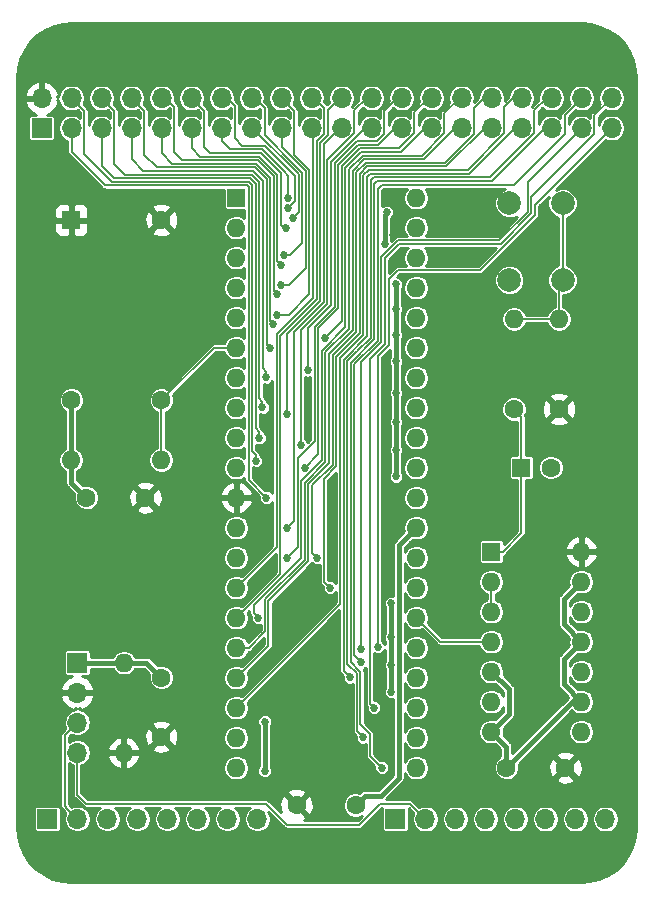
<source format=gbl>
%TF.GenerationSoftware,KiCad,Pcbnew,(5.0.1)-3*%
%TF.CreationDate,2018-11-22T17:32:38+01:00*%
%TF.ProjectId,S80 Processor,5338302050726F636573736F722E6B69,2.0*%
%TF.SameCoordinates,Original*%
%TF.FileFunction,Copper,L2,Bot,Signal*%
%TF.FilePolarity,Positive*%
%FSLAX46Y46*%
G04 Gerber Fmt 4.6, Leading zero omitted, Abs format (unit mm)*
G04 Created by KiCad (PCBNEW (5.0.1)-3) date 22/11/2018 17:32:38*
%MOMM*%
%LPD*%
G01*
G04 APERTURE LIST*
%ADD10O,1.600000X1.600000*%
%ADD11R,1.600000X1.600000*%
%ADD12C,1.600000*%
%ADD13R,1.700000X1.700000*%
%ADD14O,1.700000X1.700000*%
%ADD15C,2.000000*%
%ADD16C,0.685800*%
%ADD17C,0.254000*%
%ADD18C,0.457200*%
%ADD19C,0.152400*%
G04 APERTURE END LIST*
D10*
X111760000Y-44450000D03*
X96520000Y-92710000D03*
X111760000Y-46990000D03*
X96520000Y-90170000D03*
X111760000Y-49530000D03*
X96520000Y-87630000D03*
X111760000Y-52070000D03*
X96520000Y-85090000D03*
X111760000Y-54610000D03*
X96520000Y-82550000D03*
X111760000Y-57150000D03*
X96520000Y-80010000D03*
X111760000Y-59690000D03*
X96520000Y-77470000D03*
X111760000Y-62230000D03*
X96520000Y-74930000D03*
X111760000Y-64770000D03*
X96520000Y-72390000D03*
X111760000Y-67310000D03*
X96520000Y-69850000D03*
X111760000Y-69850000D03*
X96520000Y-67310000D03*
X111760000Y-72390000D03*
X96520000Y-64770000D03*
X111760000Y-74930000D03*
X96520000Y-62230000D03*
X111760000Y-77470000D03*
X96520000Y-59690000D03*
X111760000Y-80010000D03*
X96520000Y-57150000D03*
X111760000Y-82550000D03*
X96520000Y-54610000D03*
X111760000Y-85090000D03*
X96520000Y-52070000D03*
X111760000Y-87630000D03*
X96520000Y-49530000D03*
X111760000Y-90170000D03*
X96520000Y-46990000D03*
X111760000Y-92710000D03*
D11*
X96520000Y-44450000D03*
D12*
X106613960Y-95885000D03*
X101613960Y-95885000D03*
X90170000Y-85090000D03*
X90170000Y-90090000D03*
D11*
X120650000Y-67310000D03*
D12*
X123150000Y-67310000D03*
X119380000Y-92710000D03*
X124380000Y-92710000D03*
X88820000Y-69850000D03*
X83820000Y-69850000D03*
D10*
X86995000Y-91440000D03*
X86995000Y-83820000D03*
X82550000Y-66675000D03*
X90170000Y-66675000D03*
D13*
X80510380Y-97053400D03*
D14*
X83050380Y-97053400D03*
X85590380Y-97053400D03*
X88130380Y-97053400D03*
X90670380Y-97053400D03*
X93210380Y-97053400D03*
X95750380Y-97053400D03*
X98290380Y-97053400D03*
D13*
X80025240Y-38557200D03*
D14*
X80025240Y-36017200D03*
X82565240Y-38557200D03*
X82565240Y-36017200D03*
X85105240Y-38557200D03*
X85105240Y-36017200D03*
X87645240Y-38557200D03*
X87645240Y-36017200D03*
X90185240Y-38557200D03*
X90185240Y-36017200D03*
X92725240Y-38557200D03*
X92725240Y-36017200D03*
X95265240Y-38557200D03*
X95265240Y-36017200D03*
X97805240Y-38557200D03*
X97805240Y-36017200D03*
X100345240Y-38557200D03*
X100345240Y-36017200D03*
X102885240Y-38557200D03*
X102885240Y-36017200D03*
X105425240Y-38557200D03*
X105425240Y-36017200D03*
X107965240Y-38557200D03*
X107965240Y-36017200D03*
X110505240Y-38557200D03*
X110505240Y-36017200D03*
X113045240Y-38557200D03*
X113045240Y-36017200D03*
X115585240Y-38557200D03*
X115585240Y-36017200D03*
X118125240Y-38557200D03*
X118125240Y-36017200D03*
X120665240Y-38557200D03*
X120665240Y-36017200D03*
X123205240Y-38557200D03*
X123205240Y-36017200D03*
X125745240Y-38557200D03*
X125745240Y-36017200D03*
X128285240Y-38557200D03*
X128285240Y-36017200D03*
X127767080Y-97061020D03*
X125227080Y-97061020D03*
X122687080Y-97061020D03*
X120147080Y-97061020D03*
X117607080Y-97061020D03*
X115067080Y-97061020D03*
X112527080Y-97061020D03*
D13*
X109987080Y-97061020D03*
X83050380Y-83820000D03*
D14*
X83050380Y-86360000D03*
X83050380Y-88900000D03*
X83050380Y-91440000D03*
D12*
X123825000Y-62357000D03*
D10*
X123825000Y-54737000D03*
X120015000Y-54737000D03*
D12*
X120015000Y-62357000D03*
D15*
X124134000Y-51435000D03*
X119634000Y-51435000D03*
X124134000Y-44935000D03*
X119634000Y-44935000D03*
D10*
X125730000Y-74422000D03*
X118110000Y-89662000D03*
X125730000Y-76962000D03*
X118110000Y-87122000D03*
X125730000Y-79502000D03*
X118110000Y-84582000D03*
X125730000Y-82042000D03*
X118110000Y-82042000D03*
X125730000Y-84582000D03*
X118110000Y-79502000D03*
X125730000Y-87122000D03*
X118110000Y-76962000D03*
X125730000Y-89662000D03*
D11*
X118110000Y-74422000D03*
D12*
X82550000Y-61595000D03*
X90170000Y-61595000D03*
X90170000Y-46355000D03*
D11*
X82550000Y-46355000D03*
D16*
X113202720Y-48938180D03*
X95704660Y-63515240D03*
X110116620Y-46299120D03*
X98282760Y-70876160D03*
X98282760Y-68044060D03*
X103035100Y-76332080D03*
X104620060Y-75732640D03*
X102555040Y-63515240D03*
X110172500Y-49342040D03*
X112539780Y-45684440D03*
X113131600Y-51226720D03*
X109799130Y-47576740D03*
X109603540Y-86306660D03*
X109598460Y-84046060D03*
X109598460Y-84046060D03*
X109598460Y-81681320D03*
X109623860Y-78803500D03*
X98917760Y-92974160D03*
X98927920Y-88816180D03*
X110022640Y-68054220D03*
X110022640Y-68054220D03*
X110022640Y-68054220D03*
X110022640Y-58320940D03*
X110022640Y-60975240D03*
X110022640Y-63461900D03*
X110022640Y-65808860D03*
X110022640Y-56093360D03*
X110025180Y-53855620D03*
X110037880Y-51785520D03*
X109075220Y-48348900D03*
X109247940Y-45656500D03*
X104030780Y-56314340D03*
X99060000Y-69850000D03*
X98165920Y-66728340D03*
X98475800Y-64790320D03*
X98729733Y-62209680D03*
X99034544Y-59664600D03*
X99339355Y-57180480D03*
X99651820Y-55158640D03*
X99964240Y-52641500D03*
X100263960Y-50114200D03*
X100705920Y-46987460D03*
X100911660Y-44460160D03*
X100888800Y-45323760D03*
X101302820Y-46177200D03*
X100589080Y-49316640D03*
X100281740Y-51833780D03*
X99964240Y-54368700D03*
X100820220Y-72395080D03*
X100812600Y-62796420D03*
X102562660Y-59080400D03*
X101975920Y-65369440D03*
X102303580Y-67322700D03*
X100812600Y-74935080D03*
X108826300Y-92710000D03*
X107264200Y-90157300D03*
X107109260Y-82692240D03*
X98348800Y-80020160D03*
X104452420Y-77472540D03*
X103357680Y-74935080D03*
X106138980Y-85077300D03*
X107073700Y-83764120D03*
X108521500Y-82509360D03*
X108165900Y-87630000D03*
D17*
X104620060Y-75732640D02*
X104620060Y-72430640D01*
D18*
X110731300Y-45684440D02*
X112539780Y-45684440D01*
X110116620Y-46299120D02*
X110731300Y-45684440D01*
X110116620Y-46299120D02*
X110116620Y-47259250D01*
X110116620Y-47259250D02*
X109799130Y-47576740D01*
X88900000Y-83820000D02*
X90170000Y-85090000D01*
X86995000Y-83820000D02*
X88900000Y-83820000D01*
X82550000Y-61595000D02*
X82550000Y-66675000D01*
X82550000Y-68580000D02*
X83820000Y-69850000D01*
X82550000Y-66675000D02*
X82550000Y-68580000D01*
X110274199Y-73875801D02*
X110274199Y-93560801D01*
X111760000Y-72390000D02*
X110274199Y-73875801D01*
X108749999Y-95085001D02*
X110274199Y-93560801D01*
X107413959Y-95085001D02*
X108749999Y-95085001D01*
X106613960Y-95885000D02*
X107413959Y-95085001D01*
X119380000Y-90932000D02*
X118110000Y-89662000D01*
X119380000Y-92710000D02*
X119380000Y-90932000D01*
X118909999Y-88862001D02*
X118110000Y-89662000D01*
X119595801Y-88176199D02*
X118909999Y-88862001D01*
X119595801Y-86067801D02*
X119595801Y-88176199D01*
X118110000Y-84582000D02*
X119595801Y-86067801D01*
X124930001Y-82841999D02*
X125730000Y-82042000D01*
X124244199Y-83527801D02*
X124930001Y-82841999D01*
X124244199Y-85636199D02*
X124244199Y-83527801D01*
X125730000Y-87122000D02*
X124244199Y-85636199D01*
X124930001Y-77761999D02*
X125730000Y-76962000D01*
X124244199Y-78447801D02*
X124930001Y-77761999D01*
X124244199Y-80556199D02*
X124244199Y-78447801D01*
X125730000Y-82042000D02*
X124244199Y-80556199D01*
X124968000Y-87122000D02*
X125730000Y-87122000D01*
X119380000Y-92710000D02*
X124968000Y-87122000D01*
X109603540Y-86306660D02*
X109603540Y-84051140D01*
X109603540Y-84051140D02*
X109598460Y-84046060D01*
X109598460Y-84046060D02*
X109598460Y-81681320D01*
X109598460Y-81681320D02*
X109598460Y-78828900D01*
X109598460Y-78828900D02*
X109623860Y-78803500D01*
X98917760Y-92974160D02*
X98917760Y-88826340D01*
X98917760Y-88826340D02*
X98927920Y-88816180D01*
X110022640Y-68054220D02*
X110022640Y-65808860D01*
X110022640Y-58320940D02*
X110022640Y-57403410D01*
X110022640Y-60975240D02*
X110022640Y-58320940D01*
X110022640Y-63461900D02*
X110022640Y-60975240D01*
X110022640Y-65808860D02*
X110022640Y-63461900D01*
X110022640Y-57434480D02*
X110022639Y-53973227D01*
X86995000Y-83820000D02*
X83050380Y-83820000D01*
X109075220Y-48348900D02*
X109075220Y-45915580D01*
X110025180Y-51798220D02*
X110037880Y-51785520D01*
X110025180Y-53855620D02*
X110025180Y-51798220D01*
D19*
X119062400Y-74422000D02*
X118110000Y-74422000D01*
X120650000Y-72834400D02*
X119062400Y-74422000D01*
X120650000Y-67310000D02*
X120650000Y-72834400D01*
X120650000Y-62992000D02*
X120015000Y-62357000D01*
X120650000Y-67310000D02*
X120650000Y-62992000D01*
X94615000Y-57150000D02*
X96520000Y-57150000D01*
X90170000Y-61595000D02*
X94615000Y-57150000D01*
X113045240Y-36017200D02*
X112788700Y-36017200D01*
X105450666Y-54894454D02*
X104030780Y-56314340D01*
X105450666Y-41790158D02*
X105450666Y-54894454D01*
X106953880Y-40286944D02*
X105450666Y-41790158D01*
X110307116Y-40286944D02*
X106953880Y-40286944D01*
X111592360Y-39001700D02*
X110307116Y-40286944D01*
X111592360Y-37213540D02*
X111592360Y-39001700D01*
X112788700Y-36017200D02*
X111592360Y-37213540D01*
X90170000Y-61595000D02*
X90170000Y-66675000D01*
X82565240Y-38557200D02*
X82565240Y-40096440D01*
X82565240Y-40096440D02*
X82565240Y-40096462D01*
X82565240Y-40568880D02*
X82565240Y-40096440D01*
X85410040Y-43413680D02*
X82565240Y-40568880D01*
X97548601Y-43532961D02*
X97429320Y-43413680D01*
X97429320Y-43413680D02*
X85410040Y-43413680D01*
X97548601Y-68338601D02*
X99060000Y-69850000D01*
X97548601Y-43532961D02*
X97548601Y-68338601D01*
X86008723Y-43108878D02*
X83647280Y-40747435D01*
X97555574Y-43108878D02*
X86008723Y-43108878D01*
X97853412Y-43406716D02*
X97555574Y-43108878D01*
X97853412Y-43806896D02*
X97853412Y-43406716D01*
X97853412Y-65930899D02*
X98165920Y-66243407D01*
X82565240Y-36017200D02*
X83647280Y-37099240D01*
X97853412Y-43806896D02*
X97853412Y-65930899D01*
X98165920Y-66243407D02*
X98165920Y-66728340D01*
X83647280Y-37099240D02*
X83647280Y-40747435D01*
X98158223Y-63987810D02*
X98475800Y-64305387D01*
X98475800Y-64305387D02*
X98475800Y-64790320D01*
X85105240Y-38557200D02*
X85105240Y-41774328D01*
X98158214Y-43680640D02*
X98158223Y-43680640D01*
X98158214Y-43280462D02*
X98158214Y-43680640D01*
X97681828Y-42804076D02*
X98158214Y-43280462D01*
X86134977Y-42804076D02*
X97681828Y-42804076D01*
X85105240Y-41774339D02*
X86134977Y-42804076D01*
X85105240Y-41774328D02*
X85105240Y-41774339D01*
X98158223Y-43680640D02*
X98158223Y-43680640D01*
X98158223Y-43680640D02*
X98158223Y-63987810D01*
X86192360Y-41572180D02*
X87119454Y-42499274D01*
X97808082Y-42499274D02*
X87119454Y-42499274D01*
X98463034Y-43154226D02*
X97808082Y-42499274D01*
X98463034Y-43554384D02*
X98463034Y-43154226D01*
X98729733Y-61724747D02*
X98729733Y-62209680D01*
X98463034Y-61458048D02*
X98729733Y-61724747D01*
X98463034Y-43554384D02*
X98463034Y-61458048D01*
X85105240Y-36017200D02*
X86192360Y-37104320D01*
X86192360Y-37104320D02*
X86192360Y-41572180D01*
X98767845Y-43428128D02*
X98767845Y-43434000D01*
X98767845Y-43434000D02*
X98767845Y-58912968D01*
X99034544Y-59179667D02*
X99034544Y-59664600D01*
X87645240Y-38557200D02*
X87645240Y-39759281D01*
X87645240Y-41203880D02*
X87645240Y-39759281D01*
X88635832Y-42194472D02*
X87645240Y-41203880D01*
X97934336Y-42194472D02*
X88635832Y-42194472D01*
X98767845Y-43027981D02*
X97934336Y-42194472D01*
X98767845Y-43027981D02*
X98767845Y-43434000D01*
X98767845Y-58912968D02*
X99034544Y-59179667D01*
X88729820Y-37101780D02*
X88729820Y-40366414D01*
X88729820Y-40805100D02*
X88729820Y-40412805D01*
X89814390Y-41889670D02*
X88729820Y-40805100D01*
X98060590Y-41889670D02*
X89814390Y-41889670D01*
X99072700Y-42901780D02*
X98060590Y-41889670D01*
X99072700Y-43301927D02*
X99072700Y-42901780D01*
X88729820Y-40366414D02*
X88729820Y-40412805D01*
X87645240Y-36017200D02*
X88729820Y-37101780D01*
X99072700Y-43301927D02*
X99072700Y-43317160D01*
X99072700Y-43301920D02*
X99072700Y-43317160D01*
X99072700Y-43317160D02*
X99072700Y-56913825D01*
X99072700Y-56913825D02*
X99339355Y-57180480D01*
X90185240Y-38557200D02*
X90185240Y-40048914D01*
X90185240Y-40048914D02*
X90185240Y-40680628D01*
X90185240Y-40680628D02*
X91089480Y-41584868D01*
X91089480Y-41584868D02*
X98186844Y-41584868D01*
X98186844Y-41584868D02*
X99382580Y-42780604D01*
X99382580Y-42780604D02*
X99382580Y-54889400D01*
X99382580Y-54889400D02*
X99651820Y-55158640D01*
X90185240Y-36017200D02*
X90530680Y-36017200D01*
X99687382Y-52364642D02*
X99964240Y-52641500D01*
X99687382Y-42654350D02*
X99687382Y-52364642D01*
X98313098Y-41280066D02*
X99687382Y-42654350D01*
X91942920Y-41280066D02*
X98313098Y-41280066D01*
X91267280Y-40604426D02*
X91942920Y-41280066D01*
X91267280Y-36753800D02*
X91267280Y-40604426D01*
X90530680Y-36017200D02*
X91267280Y-36753800D01*
X92725240Y-38557200D02*
X92725240Y-40256444D01*
X92725240Y-40256444D02*
X92725240Y-40258984D01*
X92725240Y-40258984D02*
X93441520Y-40975264D01*
X93441520Y-40975264D02*
X98439352Y-40975264D01*
X98439352Y-40975264D02*
X99992184Y-42528096D01*
X99992184Y-42528096D02*
X99992184Y-49842424D01*
X99992184Y-49842424D02*
X100263960Y-50114200D01*
X98565606Y-40670462D02*
X100296986Y-42401842D01*
X94310200Y-40670462D02*
X98565606Y-40670462D01*
X93804740Y-40165002D02*
X94310200Y-40670462D01*
X92725240Y-36017200D02*
X93804740Y-37096700D01*
X100296986Y-46756212D02*
X100571627Y-47030853D01*
X93804740Y-37096700D02*
X93804740Y-40165002D01*
X100296986Y-42401842D02*
X100296986Y-46756212D01*
X95265240Y-38557200D02*
X95265240Y-39639240D01*
X100911660Y-42585460D02*
X100512514Y-42186314D01*
X100911660Y-44460160D02*
X100911660Y-42585460D01*
X95265240Y-39639240D02*
X95991660Y-40365660D01*
X95991660Y-40365660D02*
X98691860Y-40365660D01*
X98691860Y-40365660D02*
X100512514Y-42186314D01*
X100512514Y-42186314D02*
X100601788Y-42275588D01*
X95265240Y-36017200D02*
X95719900Y-36017200D01*
X101488240Y-42611040D02*
X100952300Y-42075100D01*
X101488240Y-44221400D02*
X101488240Y-42611040D01*
X95719900Y-36017200D02*
X96393000Y-36690300D01*
X96393000Y-36690300D02*
X96393000Y-39438558D01*
X96393000Y-39438558D02*
X97015300Y-40060858D01*
X97015300Y-40060858D02*
X98938058Y-40060858D01*
X98938058Y-40060858D02*
X100952300Y-42075100D01*
X101488240Y-44221400D02*
X101488240Y-44724320D01*
X101488240Y-44724320D02*
X100888800Y-45323760D01*
X101793042Y-45686978D02*
X101302820Y-46177200D01*
X101793042Y-42484786D02*
X101793042Y-45686978D01*
X97805240Y-38557200D02*
X97865456Y-38557200D01*
X97865456Y-38557200D02*
X101793042Y-42484786D01*
X97805240Y-36017200D02*
X98084640Y-36017200D01*
X102097844Y-42358532D02*
X101561904Y-41822592D01*
X102097844Y-42358532D02*
X102097844Y-43985180D01*
X98084640Y-36017200D02*
X98902520Y-36835080D01*
X98902520Y-36835080D02*
X98902520Y-39163208D01*
X98902520Y-39163208D02*
X101561904Y-41822592D01*
X102097844Y-43968892D02*
X102097844Y-43985180D01*
X101074013Y-49316640D02*
X100589080Y-49316640D01*
X102097844Y-48292809D02*
X101074013Y-49316640D01*
X102097844Y-43985180D02*
X102097844Y-48292809D01*
X102402646Y-42232278D02*
X102402646Y-50418996D01*
X100987862Y-51833780D02*
X100766673Y-51833780D01*
X100345240Y-40174872D02*
X102402646Y-42232278D01*
X100766673Y-51833780D02*
X100281740Y-51833780D01*
X100345240Y-38557200D02*
X100345240Y-40174872D01*
X102402646Y-50418996D02*
X100987862Y-51833780D01*
X100345240Y-36017200D02*
X101424740Y-37096700D01*
X102707448Y-42106024D02*
X102707448Y-52633874D01*
X100972622Y-54368700D02*
X100449173Y-54368700D01*
X101424740Y-40823316D02*
X102707448Y-42106024D01*
X100449173Y-54368700D02*
X99964240Y-54368700D01*
X101424740Y-37096700D02*
X101424740Y-40823316D01*
X102707448Y-52633874D02*
X100972622Y-54368700D01*
X102885240Y-38557200D02*
X102938580Y-38557200D01*
X99921060Y-74068940D02*
X96520000Y-77470000D01*
X99921060Y-64317880D02*
X99921060Y-74068940D01*
X99921060Y-56012080D02*
X99921060Y-64317880D01*
X103012250Y-52920890D02*
X99921060Y-56012080D01*
X103012250Y-38630870D02*
X103012250Y-52920890D01*
X102938580Y-38557200D02*
X103012250Y-38630870D01*
X102885240Y-36017200D02*
X103162100Y-36017200D01*
X100228400Y-76301600D02*
X96520000Y-80010000D01*
X100228400Y-64441596D02*
X100228400Y-76301600D01*
X103162100Y-36017200D02*
X103972360Y-36827460D01*
X103972360Y-36827460D02*
X103972360Y-39034720D01*
X103972360Y-39034720D02*
X103317052Y-39690028D01*
X103317052Y-39690028D02*
X103317052Y-53047144D01*
X103317052Y-53047144D02*
X100228400Y-56135796D01*
X100228400Y-56135796D02*
X100228400Y-64441596D01*
X105425240Y-38557200D02*
X105311992Y-38557200D01*
X101401880Y-71813420D02*
X100820220Y-72395080D01*
X101401880Y-55824428D02*
X101401880Y-71813420D01*
X103926656Y-53299652D02*
X101401880Y-55824428D01*
X103926656Y-39942536D02*
X103926656Y-53299652D01*
X105311992Y-38557200D02*
X103926656Y-39942536D01*
X105425240Y-36017200D02*
X105257600Y-36017200D01*
X104277162Y-39160974D02*
X103621854Y-39816282D01*
X104277162Y-36997638D02*
X104277162Y-39160974D01*
X105257600Y-36017200D02*
X104277162Y-36997638D01*
X103621854Y-39816282D02*
X103621854Y-53173398D01*
X103621854Y-53173398D02*
X100812600Y-55982652D01*
X100812600Y-55982652D02*
X100812600Y-62796420D01*
X107965240Y-38557200D02*
X107390456Y-38557200D01*
X102562660Y-55525760D02*
X102562660Y-59080400D01*
X104536260Y-53552160D02*
X102562660Y-55525760D01*
X104536260Y-41411396D02*
X104536260Y-53552160D01*
X107390456Y-38557200D02*
X104536260Y-41411396D01*
X107965240Y-36017200D02*
X107541060Y-36017200D01*
X101975920Y-55681444D02*
X101975920Y-65369440D01*
X104231458Y-53425906D02*
X101975920Y-55681444D01*
X104231458Y-41285142D02*
X104231458Y-53425906D01*
X106517440Y-38999160D02*
X104231458Y-41285142D01*
X106517440Y-37040820D02*
X106517440Y-38999160D01*
X107541060Y-36017200D02*
X106517440Y-37040820D01*
X110505240Y-38557200D02*
X109958396Y-38557200D01*
X103449122Y-66177158D02*
X102303580Y-67322700D01*
X103449122Y-55501410D02*
X103449122Y-66177158D01*
X105145864Y-53804668D02*
X103449122Y-55501410D01*
X105145864Y-41663904D02*
X105145864Y-53804668D01*
X106827626Y-39982142D02*
X105145864Y-41663904D01*
X108533454Y-39982142D02*
X106827626Y-39982142D01*
X109958396Y-38557200D02*
X108533454Y-39982142D01*
X110505240Y-36017200D02*
X110142020Y-36017200D01*
X101706682Y-74040998D02*
X100812600Y-74935080D01*
X101706682Y-66469258D02*
X101706682Y-74040998D01*
X103144320Y-65031620D02*
X101706682Y-66469258D01*
X103144320Y-55375156D02*
X103144320Y-65031620D01*
X104841062Y-53678414D02*
X103144320Y-55375156D01*
X104841062Y-41537650D02*
X104841062Y-53678414D01*
X106701372Y-39677340D02*
X104841062Y-41537650D01*
X108407200Y-39677340D02*
X106701372Y-39677340D01*
X109044740Y-39039800D02*
X108407200Y-39677340D01*
X109044740Y-37114480D02*
X109044740Y-39039800D01*
X110142020Y-36017200D02*
X109044740Y-37114480D01*
X123205240Y-38557200D02*
X122631200Y-38557200D01*
X108193884Y-56430264D02*
X108193884Y-43261280D01*
X106213178Y-58410970D02*
X108193884Y-56430264D01*
X106213178Y-83780106D02*
X106213178Y-58410970D01*
X107027982Y-84594910D02*
X106213178Y-83780106D01*
X107027982Y-89044780D02*
X107027982Y-84594910D01*
X107845860Y-89862658D02*
X107027982Y-89044780D01*
X107845860Y-91734640D02*
X107845860Y-89862658D01*
X108192570Y-92081350D02*
X107845860Y-91734640D01*
X108192570Y-92081350D02*
X108197650Y-92081350D01*
X122631200Y-38557200D02*
X118148096Y-43040304D01*
X118148096Y-43040304D02*
X108414860Y-43040304D01*
X108414860Y-43040304D02*
X108193884Y-43261280D01*
X108193884Y-92077584D02*
X108197650Y-92081350D01*
X108197650Y-92081350D02*
X108826300Y-92710000D01*
X123205240Y-36017200D02*
X122778520Y-36017200D01*
X105908376Y-58284716D02*
X106723180Y-57469912D01*
X105908376Y-83906360D02*
X105908376Y-58284716D01*
X106723180Y-84721164D02*
X105908376Y-83906360D01*
X106723180Y-89616280D02*
X106723180Y-84721164D01*
X122778520Y-36017200D02*
X121757440Y-37038280D01*
X121757440Y-37038280D02*
X121757440Y-38996620D01*
X121757440Y-38996620D02*
X118018558Y-42735502D01*
X118018558Y-42735502D02*
X108148160Y-42735502D01*
X108148160Y-42735502D02*
X107889082Y-42994580D01*
X107889082Y-42994580D02*
X107889082Y-56304010D01*
X107889082Y-56304010D02*
X106723180Y-57469912D01*
X106723180Y-89616280D02*
X107264200Y-90157300D01*
X125745240Y-38557200D02*
X125206016Y-38557200D01*
X124895241Y-39407199D02*
X125745240Y-38557200D01*
X110202991Y-48046631D02*
X118791783Y-48046631D01*
X108803496Y-56682774D02*
X108803496Y-49446126D01*
X121180842Y-45657572D02*
X121180842Y-43121598D01*
X121180842Y-43121598D02*
X124895241Y-39407199D01*
X118791783Y-48046631D02*
X121180842Y-45657572D01*
X108803496Y-49446126D02*
X110202991Y-48046631D01*
X107109260Y-58377010D02*
X108803496Y-56682774D01*
X107109260Y-82692240D02*
X107109260Y-58377010D01*
X106365072Y-42168920D02*
X106365072Y-55672740D01*
X96520000Y-85090000D02*
X99237802Y-82372198D01*
X99237802Y-78599554D02*
X99237802Y-82372198D01*
X102621088Y-75216268D02*
X99237802Y-78599554D01*
X102621088Y-68697884D02*
X102621088Y-75216268D01*
X104384366Y-66934606D02*
X102621088Y-68697884D01*
X104384366Y-57653446D02*
X104384366Y-66934606D01*
X106365072Y-55672740D02*
X104384366Y-57653446D01*
X115010456Y-38557200D02*
X115585240Y-38557200D01*
X115010456Y-38557200D02*
X112366306Y-41201350D01*
X112366306Y-41201350D02*
X107332642Y-41201350D01*
X107332642Y-41201350D02*
X106365072Y-42168920D01*
X113045240Y-38557200D02*
X112467916Y-38557200D01*
X97977588Y-79648948D02*
X98348800Y-80020160D01*
X97977588Y-78983468D02*
X97977588Y-79648948D01*
X98404680Y-78556376D02*
X97977588Y-78983468D01*
X105755468Y-55420232D02*
X103753924Y-57421776D01*
X105755468Y-41916412D02*
X105755468Y-55420232D01*
X107080134Y-40591746D02*
X105755468Y-41916412D01*
X110433370Y-40591746D02*
X107080134Y-40591746D01*
X112467916Y-38557200D02*
X110433370Y-40591746D01*
X103753924Y-57421776D02*
X103753924Y-66702936D01*
X103753924Y-66702936D02*
X102011484Y-68445376D01*
X102011484Y-68445376D02*
X102011484Y-74949572D01*
X102011484Y-74949572D02*
X98404680Y-78556376D01*
X113792000Y-82042000D02*
X118110000Y-82042000D01*
X111760000Y-80010000D02*
X113792000Y-82042000D01*
X115585240Y-36017200D02*
X115417600Y-36017200D01*
X97553780Y-82550000D02*
X96520000Y-82550000D01*
X98933000Y-81170780D02*
X97553780Y-82550000D01*
X98933000Y-78473300D02*
X98933000Y-81170780D01*
X102316286Y-75090014D02*
X98933000Y-78473300D01*
X102316286Y-68571630D02*
X102316286Y-75090014D01*
X104058726Y-66829190D02*
X102316286Y-68571630D01*
X104058726Y-58925460D02*
X104058726Y-66829190D01*
X115417600Y-36017200D02*
X114129820Y-37304980D01*
X114129820Y-37304980D02*
X114129820Y-39006780D01*
X114129820Y-39006780D02*
X112240052Y-40896548D01*
X112240052Y-40896548D02*
X107206388Y-40896548D01*
X107206388Y-40896548D02*
X106060270Y-42042666D01*
X106060270Y-42042666D02*
X106060270Y-55546486D01*
X106060270Y-55546486D02*
X104058726Y-57548030D01*
X104058726Y-57548030D02*
X104058726Y-58925460D01*
X118125240Y-38557200D02*
X117563156Y-38557200D01*
X103939340Y-76959460D02*
X104452420Y-77472540D01*
X103939340Y-68241744D02*
X103939340Y-76959460D01*
X104993970Y-67187114D02*
X103939340Y-68241744D01*
X104993970Y-57905954D02*
X104993970Y-67187114D01*
X106974676Y-55925248D02*
X104993970Y-57905954D01*
X106974676Y-42421428D02*
X106974676Y-55925248D01*
X107585150Y-41810954D02*
X106974676Y-42421428D01*
X114309402Y-41810954D02*
X107585150Y-41810954D01*
X117563156Y-38557200D02*
X114309402Y-41810954D01*
X118125240Y-36017200D02*
X117497860Y-36017200D01*
X102925890Y-74503290D02*
X103357680Y-74935080D01*
X102925890Y-68824138D02*
X102925890Y-74503290D01*
X104689168Y-67060860D02*
X102925890Y-68824138D01*
X104689168Y-57779700D02*
X104689168Y-67060860D01*
X106669874Y-55798994D02*
X104689168Y-57779700D01*
X106669874Y-42295174D02*
X106669874Y-55798994D01*
X107458896Y-41506152D02*
X106669874Y-42295174D01*
X114183148Y-41506152D02*
X107458896Y-41506152D01*
X116667280Y-39022020D02*
X114183148Y-41506152D01*
X116667280Y-36847780D02*
X116667280Y-39022020D01*
X117497860Y-36017200D02*
X116667280Y-36847780D01*
X120665240Y-38557200D02*
X120090456Y-38557200D01*
X105603574Y-84541894D02*
X106138980Y-85077300D01*
X105603574Y-58158462D02*
X105603574Y-84541894D01*
X107584280Y-56177756D02*
X105603574Y-58158462D01*
X107584280Y-42673936D02*
X107584280Y-56177756D01*
X107827516Y-42430700D02*
X107584280Y-42673936D01*
X116216956Y-42430700D02*
X107827516Y-42430700D01*
X120090456Y-38557200D02*
X116216956Y-42430700D01*
X120665240Y-36017200D02*
X119971820Y-36017200D01*
X105298772Y-78851228D02*
X96520000Y-87630000D01*
X105298772Y-58032208D02*
X105298772Y-78851228D01*
X107279478Y-56051502D02*
X105298772Y-58032208D01*
X107279478Y-42547682D02*
X107279478Y-56051502D01*
X107711404Y-42115756D02*
X107279478Y-42547682D01*
X116100844Y-42115756D02*
X107711404Y-42115756D01*
X119207280Y-39009320D02*
X116100844Y-42115756D01*
X119207280Y-36781740D02*
X119207280Y-39009320D01*
X119971820Y-36017200D02*
X119207280Y-36781740D01*
X106517980Y-58537224D02*
X106517980Y-83208400D01*
X125745240Y-36017200D02*
X124302520Y-37459920D01*
X108498686Y-43688000D02*
X108498686Y-56556518D01*
X124302520Y-37459920D02*
X124302520Y-39027834D01*
X106517980Y-83208400D02*
X106730801Y-83421221D01*
X106730801Y-83421221D02*
X107073700Y-83764120D01*
X108498686Y-56556518D02*
X106517980Y-58537224D01*
X108841580Y-43345106D02*
X108498686Y-43688000D01*
X119985247Y-43345106D02*
X108841580Y-43345106D01*
X124302520Y-39027834D02*
X119985247Y-43345106D01*
X121790464Y-45051976D02*
X121790464Y-45910104D01*
X117131708Y-50568860D02*
X110223352Y-50568860D01*
X110223352Y-50568860D02*
X109413118Y-51379094D01*
X109413118Y-51379094D02*
X109413118Y-56935286D01*
X109413118Y-56935286D02*
X108521500Y-57826904D01*
X128285240Y-38557200D02*
X121790464Y-45051976D01*
X108521500Y-57826904D02*
X108521500Y-82024427D01*
X108521500Y-82024427D02*
X108521500Y-82509360D01*
X121790464Y-45910104D02*
X117131708Y-50568860D01*
X107823001Y-87287101D02*
X108165900Y-87630000D01*
X121485653Y-45783848D02*
X118918059Y-48351442D01*
X118918059Y-48351442D02*
X110329247Y-48351442D01*
X121485653Y-44371257D02*
X121485653Y-45783848D01*
X126832360Y-37470080D02*
X126832360Y-39024550D01*
X110329247Y-48351442D02*
X109108307Y-49572382D01*
X109108307Y-49572382D02*
X109108307Y-56809030D01*
X128285240Y-36017200D02*
X126832360Y-37470080D01*
X107823001Y-58094336D02*
X107823001Y-87287101D01*
X109108307Y-56809030D02*
X107823001Y-58094336D01*
X126832360Y-39024550D02*
X121485653Y-44371257D01*
X122693630Y-54737000D02*
X120015000Y-54737000D01*
X123825000Y-54737000D02*
X122693630Y-54737000D01*
X123825000Y-54737000D02*
X123825000Y-51744000D01*
X123825000Y-51744000D02*
X124134000Y-51435000D01*
X124134000Y-51435000D02*
X124134000Y-44935000D01*
X118110000Y-79502000D02*
X118110000Y-76962000D01*
X82200381Y-96203401D02*
X83050380Y-97053400D01*
X81971779Y-95974799D02*
X82200381Y-96203401D01*
X81971779Y-89978601D02*
X81971779Y-95974799D01*
X83050380Y-88900000D02*
X81971779Y-89978601D01*
X83050380Y-91440000D02*
X83050380Y-94988380D01*
X111224060Y-95758000D02*
X112527080Y-97061020D01*
X108712000Y-95758000D02*
X111224060Y-95758000D01*
X106934000Y-97536000D02*
X108712000Y-95758000D01*
X100838000Y-97536000D02*
X106934000Y-97536000D01*
X99060000Y-95758000D02*
X100838000Y-97536000D01*
X83820000Y-95758000D02*
X99060000Y-95758000D01*
X83050380Y-94988380D02*
X83820000Y-95758000D01*
D17*
G36*
X126544356Y-29763984D02*
X127332977Y-29979726D01*
X128070927Y-30331712D01*
X128734882Y-30808811D01*
X129303855Y-31395946D01*
X129759866Y-32074560D01*
X130088499Y-32823208D01*
X130280245Y-33621892D01*
X130330600Y-34307585D01*
X130330601Y-97768640D01*
X130256015Y-98604358D01*
X130040273Y-99392979D01*
X129688288Y-100130927D01*
X129211191Y-100794879D01*
X128624056Y-101363853D01*
X127945440Y-101819866D01*
X127196794Y-102148499D01*
X126398108Y-102340245D01*
X125712414Y-102390600D01*
X82571349Y-102390600D01*
X81735642Y-102316015D01*
X80947021Y-102100273D01*
X80209073Y-101748288D01*
X79545121Y-101271191D01*
X78976147Y-100684056D01*
X78520134Y-100005440D01*
X78191501Y-99256794D01*
X77999755Y-98458108D01*
X77949400Y-97772414D01*
X77949400Y-96203400D01*
X79375507Y-96203400D01*
X79375507Y-97903400D01*
X79397192Y-98012416D01*
X79458944Y-98104836D01*
X79551364Y-98166588D01*
X79660380Y-98188273D01*
X81360380Y-98188273D01*
X81469396Y-98166588D01*
X81561816Y-98104836D01*
X81623568Y-98012416D01*
X81645253Y-97903400D01*
X81645253Y-96203400D01*
X81623568Y-96094384D01*
X81561816Y-96001964D01*
X81469396Y-95940212D01*
X81360380Y-95918527D01*
X79660380Y-95918527D01*
X79551364Y-95940212D01*
X79458944Y-96001964D01*
X79397192Y-96094384D01*
X79375507Y-96203400D01*
X77949400Y-96203400D01*
X77949400Y-86003110D01*
X81608904Y-86003110D01*
X81730225Y-86233000D01*
X82923380Y-86233000D01*
X82923380Y-86213000D01*
X83177380Y-86213000D01*
X83177380Y-86233000D01*
X84370535Y-86233000D01*
X84491856Y-86003110D01*
X84322025Y-85593076D01*
X83931738Y-85164817D01*
X83484693Y-84954873D01*
X83900380Y-84954873D01*
X84009396Y-84933188D01*
X84101816Y-84871436D01*
X84163568Y-84779016D01*
X84185253Y-84670000D01*
X84185253Y-84328000D01*
X86036252Y-84328000D01*
X86216796Y-84598204D01*
X86573839Y-84836772D01*
X86888692Y-84899400D01*
X87101308Y-84899400D01*
X87416161Y-84836772D01*
X87773204Y-84598204D01*
X87953748Y-84328000D01*
X88689580Y-84328000D01*
X89133443Y-84771863D01*
X89090600Y-84875294D01*
X89090600Y-85304706D01*
X89254929Y-85701431D01*
X89558569Y-86005071D01*
X89955294Y-86169400D01*
X90384706Y-86169400D01*
X90781431Y-86005071D01*
X91085071Y-85701431D01*
X91249400Y-85304706D01*
X91249400Y-84875294D01*
X91085071Y-84478569D01*
X90781431Y-84174929D01*
X90384706Y-84010600D01*
X89955294Y-84010600D01*
X89851863Y-84053443D01*
X89294588Y-83496168D01*
X89266247Y-83453753D01*
X89098212Y-83341475D01*
X88950032Y-83312000D01*
X88950028Y-83312000D01*
X88900000Y-83302049D01*
X88849972Y-83312000D01*
X87953748Y-83312000D01*
X87773204Y-83041796D01*
X87416161Y-82803228D01*
X87101308Y-82740600D01*
X86888692Y-82740600D01*
X86573839Y-82803228D01*
X86216796Y-83041796D01*
X86036252Y-83312000D01*
X84185253Y-83312000D01*
X84185253Y-82970000D01*
X84163568Y-82860984D01*
X84101816Y-82768564D01*
X84009396Y-82706812D01*
X83900380Y-82685127D01*
X82200380Y-82685127D01*
X82091364Y-82706812D01*
X81998944Y-82768564D01*
X81937192Y-82860984D01*
X81915507Y-82970000D01*
X81915507Y-84670000D01*
X81937192Y-84779016D01*
X81998944Y-84871436D01*
X82091364Y-84933188D01*
X82200380Y-84954873D01*
X82616067Y-84954873D01*
X82169022Y-85164817D01*
X81778735Y-85593076D01*
X81608904Y-86003110D01*
X77949400Y-86003110D01*
X77949400Y-74930000D01*
X95419454Y-74930000D01*
X95503228Y-75351161D01*
X95741796Y-75708204D01*
X96098839Y-75946772D01*
X96413692Y-76009400D01*
X96626308Y-76009400D01*
X96941161Y-75946772D01*
X97298204Y-75708204D01*
X97536772Y-75351161D01*
X97620546Y-74930000D01*
X97536772Y-74508839D01*
X97298204Y-74151796D01*
X96941161Y-73913228D01*
X96626308Y-73850600D01*
X96413692Y-73850600D01*
X96098839Y-73913228D01*
X95741796Y-74151796D01*
X95503228Y-74508839D01*
X95419454Y-74930000D01*
X77949400Y-74930000D01*
X77949400Y-72390000D01*
X95419454Y-72390000D01*
X95503228Y-72811161D01*
X95741796Y-73168204D01*
X96098839Y-73406772D01*
X96413692Y-73469400D01*
X96626308Y-73469400D01*
X96941161Y-73406772D01*
X97298204Y-73168204D01*
X97536772Y-72811161D01*
X97620546Y-72390000D01*
X97536772Y-71968839D01*
X97298204Y-71611796D01*
X96941161Y-71373228D01*
X96626308Y-71310600D01*
X96413692Y-71310600D01*
X96098839Y-71373228D01*
X95741796Y-71611796D01*
X95503228Y-71968839D01*
X95419454Y-72390000D01*
X77949400Y-72390000D01*
X77949400Y-66675000D01*
X81449454Y-66675000D01*
X81533228Y-67096161D01*
X81771796Y-67453204D01*
X82042001Y-67633748D01*
X82042001Y-68529967D01*
X82032049Y-68580000D01*
X82071475Y-68778211D01*
X82155412Y-68903832D01*
X82155415Y-68903835D01*
X82183754Y-68946247D01*
X82226166Y-68974586D01*
X82783443Y-69531863D01*
X82740600Y-69635294D01*
X82740600Y-70064706D01*
X82904929Y-70461431D01*
X83208569Y-70765071D01*
X83605294Y-70929400D01*
X84034706Y-70929400D01*
X84207696Y-70857745D01*
X87991861Y-70857745D01*
X88065995Y-71103864D01*
X88603223Y-71296965D01*
X89173454Y-71269778D01*
X89574005Y-71103864D01*
X89648139Y-70857745D01*
X88820000Y-70029605D01*
X87991861Y-70857745D01*
X84207696Y-70857745D01*
X84431431Y-70765071D01*
X84735071Y-70461431D01*
X84899400Y-70064706D01*
X84899400Y-69635294D01*
X84898543Y-69633223D01*
X87373035Y-69633223D01*
X87400222Y-70203454D01*
X87566136Y-70604005D01*
X87812255Y-70678139D01*
X88640395Y-69850000D01*
X88999605Y-69850000D01*
X89827745Y-70678139D01*
X90073864Y-70604005D01*
X90219424Y-70199039D01*
X95128096Y-70199039D01*
X95288959Y-70587423D01*
X95664866Y-71002389D01*
X96170959Y-71241914D01*
X96393000Y-71120629D01*
X96393000Y-69977000D01*
X96647000Y-69977000D01*
X96647000Y-71120629D01*
X96869041Y-71241914D01*
X97375134Y-71002389D01*
X97751041Y-70587423D01*
X97911904Y-70199039D01*
X97789915Y-69977000D01*
X96647000Y-69977000D01*
X96393000Y-69977000D01*
X95250085Y-69977000D01*
X95128096Y-70199039D01*
X90219424Y-70199039D01*
X90266965Y-70066777D01*
X90239989Y-69500961D01*
X95128096Y-69500961D01*
X95250085Y-69723000D01*
X96393000Y-69723000D01*
X96393000Y-68579371D01*
X96647000Y-68579371D01*
X96647000Y-69723000D01*
X97789915Y-69723000D01*
X97911904Y-69500961D01*
X97751041Y-69112577D01*
X97375134Y-68697611D01*
X96869041Y-68458086D01*
X96647000Y-68579371D01*
X96393000Y-68579371D01*
X96170959Y-68458086D01*
X95664866Y-68697611D01*
X95288959Y-69112577D01*
X95128096Y-69500961D01*
X90239989Y-69500961D01*
X90239778Y-69496546D01*
X90073864Y-69095995D01*
X89827745Y-69021861D01*
X88999605Y-69850000D01*
X88640395Y-69850000D01*
X87812255Y-69021861D01*
X87566136Y-69095995D01*
X87373035Y-69633223D01*
X84898543Y-69633223D01*
X84735071Y-69238569D01*
X84431431Y-68934929D01*
X84207697Y-68842255D01*
X87991861Y-68842255D01*
X88820000Y-69670395D01*
X89648139Y-68842255D01*
X89574005Y-68596136D01*
X89036777Y-68403035D01*
X88466546Y-68430222D01*
X88065995Y-68596136D01*
X87991861Y-68842255D01*
X84207697Y-68842255D01*
X84034706Y-68770600D01*
X83605294Y-68770600D01*
X83501863Y-68813443D01*
X83058000Y-68369580D01*
X83058000Y-67633748D01*
X83328204Y-67453204D01*
X83566772Y-67096161D01*
X83650546Y-66675000D01*
X83566772Y-66253839D01*
X83328204Y-65896796D01*
X83058000Y-65716252D01*
X83058000Y-62552914D01*
X83161431Y-62510071D01*
X83465071Y-62206431D01*
X83629400Y-61809706D01*
X83629400Y-61380294D01*
X83465071Y-60983569D01*
X83161431Y-60679929D01*
X82764706Y-60515600D01*
X82335294Y-60515600D01*
X81938569Y-60679929D01*
X81634929Y-60983569D01*
X81470600Y-61380294D01*
X81470600Y-61809706D01*
X81634929Y-62206431D01*
X81938569Y-62510071D01*
X82042000Y-62552914D01*
X82042001Y-65716251D01*
X81771796Y-65896796D01*
X81533228Y-66253839D01*
X81449454Y-66675000D01*
X77949400Y-66675000D01*
X77949400Y-46640750D01*
X81115000Y-46640750D01*
X81115000Y-47281309D01*
X81211673Y-47514698D01*
X81390301Y-47693327D01*
X81623690Y-47790000D01*
X82264250Y-47790000D01*
X82423000Y-47631250D01*
X82423000Y-46482000D01*
X82677000Y-46482000D01*
X82677000Y-47631250D01*
X82835750Y-47790000D01*
X83476310Y-47790000D01*
X83709699Y-47693327D01*
X83888327Y-47514698D01*
X83951268Y-47362745D01*
X89341861Y-47362745D01*
X89415995Y-47608864D01*
X89953223Y-47801965D01*
X90523454Y-47774778D01*
X90924005Y-47608864D01*
X90998139Y-47362745D01*
X90170000Y-46534605D01*
X89341861Y-47362745D01*
X83951268Y-47362745D01*
X83985000Y-47281309D01*
X83985000Y-46640750D01*
X83826250Y-46482000D01*
X82677000Y-46482000D01*
X82423000Y-46482000D01*
X81273750Y-46482000D01*
X81115000Y-46640750D01*
X77949400Y-46640750D01*
X77949400Y-45428691D01*
X81115000Y-45428691D01*
X81115000Y-46069250D01*
X81273750Y-46228000D01*
X82423000Y-46228000D01*
X82423000Y-45078750D01*
X82677000Y-45078750D01*
X82677000Y-46228000D01*
X83826250Y-46228000D01*
X83916027Y-46138223D01*
X88723035Y-46138223D01*
X88750222Y-46708454D01*
X88916136Y-47109005D01*
X89162255Y-47183139D01*
X89990395Y-46355000D01*
X90349605Y-46355000D01*
X91177745Y-47183139D01*
X91423864Y-47109005D01*
X91616965Y-46571777D01*
X91589778Y-46001546D01*
X91423864Y-45600995D01*
X91177745Y-45526861D01*
X90349605Y-46355000D01*
X89990395Y-46355000D01*
X89162255Y-45526861D01*
X88916136Y-45600995D01*
X88723035Y-46138223D01*
X83916027Y-46138223D01*
X83985000Y-46069250D01*
X83985000Y-45428691D01*
X83951269Y-45347255D01*
X89341861Y-45347255D01*
X90170000Y-46175395D01*
X90998139Y-45347255D01*
X90924005Y-45101136D01*
X90386777Y-44908035D01*
X89816546Y-44935222D01*
X89415995Y-45101136D01*
X89341861Y-45347255D01*
X83951269Y-45347255D01*
X83888327Y-45195302D01*
X83709699Y-45016673D01*
X83476310Y-44920000D01*
X82835750Y-44920000D01*
X82677000Y-45078750D01*
X82423000Y-45078750D01*
X82264250Y-44920000D01*
X81623690Y-44920000D01*
X81390301Y-45016673D01*
X81211673Y-45195302D01*
X81115000Y-45428691D01*
X77949400Y-45428691D01*
X77949400Y-36374092D01*
X78583754Y-36374092D01*
X78830057Y-36898558D01*
X79258316Y-37288845D01*
X79580590Y-37422327D01*
X79175240Y-37422327D01*
X79066224Y-37444012D01*
X78973804Y-37505764D01*
X78912052Y-37598184D01*
X78890367Y-37707200D01*
X78890367Y-39407200D01*
X78912052Y-39516216D01*
X78973804Y-39608636D01*
X79066224Y-39670388D01*
X79175240Y-39692073D01*
X80875240Y-39692073D01*
X80984256Y-39670388D01*
X81076676Y-39608636D01*
X81138428Y-39516216D01*
X81160113Y-39407200D01*
X81160113Y-37707200D01*
X81138428Y-37598184D01*
X81076676Y-37505764D01*
X80984256Y-37444012D01*
X80875240Y-37422327D01*
X80469890Y-37422327D01*
X80792164Y-37288845D01*
X81220423Y-36898558D01*
X81466726Y-36374092D01*
X81346060Y-36144202D01*
X81438976Y-36144202D01*
X81501369Y-36457870D01*
X81750988Y-36831452D01*
X82124570Y-37081071D01*
X82454005Y-37146600D01*
X82676475Y-37146600D01*
X83005910Y-37081071D01*
X83078028Y-37032883D01*
X83291680Y-37246535D01*
X83291680Y-37684274D01*
X83005910Y-37493329D01*
X82676475Y-37427800D01*
X82454005Y-37427800D01*
X82124570Y-37493329D01*
X81750988Y-37742948D01*
X81501369Y-38116530D01*
X81413714Y-38557200D01*
X81501369Y-38997870D01*
X81750988Y-39371452D01*
X82124570Y-39621071D01*
X82209641Y-39637993D01*
X82209641Y-40061416D01*
X82209640Y-40061421D01*
X82209640Y-40131482D01*
X82209641Y-40131486D01*
X82209640Y-40533860D01*
X82202674Y-40568880D01*
X82230273Y-40707627D01*
X82254025Y-40743174D01*
X82308867Y-40825252D01*
X82338555Y-40845089D01*
X85133831Y-43640366D01*
X85153667Y-43670053D01*
X85183354Y-43689889D01*
X85183355Y-43689890D01*
X85271292Y-43748647D01*
X85410040Y-43776246D01*
X85445060Y-43769280D01*
X95435127Y-43769280D01*
X95435127Y-45250000D01*
X95456812Y-45359016D01*
X95518564Y-45451436D01*
X95610984Y-45513188D01*
X95720000Y-45534873D01*
X97193001Y-45534873D01*
X97193001Y-46141502D01*
X96941161Y-45973228D01*
X96626308Y-45910600D01*
X96413692Y-45910600D01*
X96098839Y-45973228D01*
X95741796Y-46211796D01*
X95503228Y-46568839D01*
X95419454Y-46990000D01*
X95503228Y-47411161D01*
X95741796Y-47768204D01*
X96098839Y-48006772D01*
X96413692Y-48069400D01*
X96626308Y-48069400D01*
X96941161Y-48006772D01*
X97193001Y-47838498D01*
X97193001Y-48681502D01*
X96941161Y-48513228D01*
X96626308Y-48450600D01*
X96413692Y-48450600D01*
X96098839Y-48513228D01*
X95741796Y-48751796D01*
X95503228Y-49108839D01*
X95419454Y-49530000D01*
X95503228Y-49951161D01*
X95741796Y-50308204D01*
X96098839Y-50546772D01*
X96413692Y-50609400D01*
X96626308Y-50609400D01*
X96941161Y-50546772D01*
X97193001Y-50378498D01*
X97193001Y-51221502D01*
X96941161Y-51053228D01*
X96626308Y-50990600D01*
X96413692Y-50990600D01*
X96098839Y-51053228D01*
X95741796Y-51291796D01*
X95503228Y-51648839D01*
X95419454Y-52070000D01*
X95503228Y-52491161D01*
X95741796Y-52848204D01*
X96098839Y-53086772D01*
X96413692Y-53149400D01*
X96626308Y-53149400D01*
X96941161Y-53086772D01*
X97193001Y-52918498D01*
X97193001Y-53761502D01*
X96941161Y-53593228D01*
X96626308Y-53530600D01*
X96413692Y-53530600D01*
X96098839Y-53593228D01*
X95741796Y-53831796D01*
X95503228Y-54188839D01*
X95419454Y-54610000D01*
X95503228Y-55031161D01*
X95741796Y-55388204D01*
X96098839Y-55626772D01*
X96413692Y-55689400D01*
X96626308Y-55689400D01*
X96941161Y-55626772D01*
X97193001Y-55458498D01*
X97193002Y-56301502D01*
X96941161Y-56133228D01*
X96626308Y-56070600D01*
X96413692Y-56070600D01*
X96098839Y-56133228D01*
X95741796Y-56371796D01*
X95503228Y-56728839D01*
X95490187Y-56794400D01*
X94650014Y-56794400D01*
X94614999Y-56787435D01*
X94579984Y-56794400D01*
X94579980Y-56794400D01*
X94476252Y-56815033D01*
X94358627Y-56893627D01*
X94338789Y-56923317D01*
X90640537Y-60621569D01*
X90384706Y-60515600D01*
X89955294Y-60515600D01*
X89558569Y-60679929D01*
X89254929Y-60983569D01*
X89090600Y-61380294D01*
X89090600Y-61809706D01*
X89254929Y-62206431D01*
X89558569Y-62510071D01*
X89814400Y-62616040D01*
X89814401Y-65645187D01*
X89748839Y-65658228D01*
X89391796Y-65896796D01*
X89153228Y-66253839D01*
X89069454Y-66675000D01*
X89153228Y-67096161D01*
X89391796Y-67453204D01*
X89748839Y-67691772D01*
X90063692Y-67754400D01*
X90276308Y-67754400D01*
X90591161Y-67691772D01*
X90948204Y-67453204D01*
X91186772Y-67096161D01*
X91270546Y-66675000D01*
X91186772Y-66253839D01*
X90948204Y-65896796D01*
X90591161Y-65658228D01*
X90525600Y-65645187D01*
X90525600Y-62616040D01*
X90781431Y-62510071D01*
X91085071Y-62206431D01*
X91249400Y-61809706D01*
X91249400Y-61380294D01*
X91143431Y-61124463D01*
X94762294Y-57505600D01*
X95490187Y-57505600D01*
X95503228Y-57571161D01*
X95741796Y-57928204D01*
X96098839Y-58166772D01*
X96413692Y-58229400D01*
X96626308Y-58229400D01*
X96941161Y-58166772D01*
X97193002Y-57998498D01*
X97193002Y-58841502D01*
X96941161Y-58673228D01*
X96626308Y-58610600D01*
X96413692Y-58610600D01*
X96098839Y-58673228D01*
X95741796Y-58911796D01*
X95503228Y-59268839D01*
X95419454Y-59690000D01*
X95503228Y-60111161D01*
X95741796Y-60468204D01*
X96098839Y-60706772D01*
X96413692Y-60769400D01*
X96626308Y-60769400D01*
X96941161Y-60706772D01*
X97193002Y-60538498D01*
X97193002Y-61381502D01*
X96941161Y-61213228D01*
X96626308Y-61150600D01*
X96413692Y-61150600D01*
X96098839Y-61213228D01*
X95741796Y-61451796D01*
X95503228Y-61808839D01*
X95419454Y-62230000D01*
X95503228Y-62651161D01*
X95741796Y-63008204D01*
X96098839Y-63246772D01*
X96413692Y-63309400D01*
X96626308Y-63309400D01*
X96941161Y-63246772D01*
X97193002Y-63078498D01*
X97193002Y-63921502D01*
X96941161Y-63753228D01*
X96626308Y-63690600D01*
X96413692Y-63690600D01*
X96098839Y-63753228D01*
X95741796Y-63991796D01*
X95503228Y-64348839D01*
X95419454Y-64770000D01*
X95503228Y-65191161D01*
X95741796Y-65548204D01*
X96098839Y-65786772D01*
X96413692Y-65849400D01*
X96626308Y-65849400D01*
X96941161Y-65786772D01*
X97193002Y-65618498D01*
X97193002Y-66461502D01*
X96941161Y-66293228D01*
X96626308Y-66230600D01*
X96413692Y-66230600D01*
X96098839Y-66293228D01*
X95741796Y-66531796D01*
X95503228Y-66888839D01*
X95419454Y-67310000D01*
X95503228Y-67731161D01*
X95741796Y-68088204D01*
X96098839Y-68326772D01*
X96413692Y-68389400D01*
X96626308Y-68389400D01*
X96941161Y-68326772D01*
X97193002Y-68158498D01*
X97193002Y-68303576D01*
X97186035Y-68338601D01*
X97213634Y-68477348D01*
X97272391Y-68565285D01*
X97272393Y-68565287D01*
X97292229Y-68594974D01*
X97321916Y-68614810D01*
X98437700Y-69730595D01*
X98437700Y-69973783D01*
X98532439Y-70202505D01*
X98707495Y-70377561D01*
X98936217Y-70472300D01*
X99183783Y-70472300D01*
X99412505Y-70377561D01*
X99565461Y-70224605D01*
X99565461Y-73921645D01*
X96996741Y-76490365D01*
X96941161Y-76453228D01*
X96626308Y-76390600D01*
X96413692Y-76390600D01*
X96098839Y-76453228D01*
X95741796Y-76691796D01*
X95503228Y-77048839D01*
X95419454Y-77470000D01*
X95503228Y-77891161D01*
X95741796Y-78248204D01*
X96098839Y-78486772D01*
X96413692Y-78549400D01*
X96626308Y-78549400D01*
X96941161Y-78486772D01*
X97298204Y-78248204D01*
X97536772Y-77891161D01*
X97620546Y-77470000D01*
X97536772Y-77048839D01*
X97499635Y-76993259D01*
X99872801Y-74620093D01*
X99872801Y-76154305D01*
X96996741Y-79030365D01*
X96941161Y-78993228D01*
X96626308Y-78930600D01*
X96413692Y-78930600D01*
X96098839Y-78993228D01*
X95741796Y-79231796D01*
X95503228Y-79588839D01*
X95419454Y-80010000D01*
X95503228Y-80431161D01*
X95741796Y-80788204D01*
X96098839Y-81026772D01*
X96413692Y-81089400D01*
X96626308Y-81089400D01*
X96941161Y-81026772D01*
X97298204Y-80788204D01*
X97536772Y-80431161D01*
X97620546Y-80010000D01*
X97536772Y-79588839D01*
X97499635Y-79533259D01*
X97621989Y-79410905D01*
X97621989Y-79613924D01*
X97615022Y-79648948D01*
X97642621Y-79787695D01*
X97701378Y-79875632D01*
X97701380Y-79875634D01*
X97721216Y-79905321D01*
X97726500Y-79908852D01*
X97726500Y-80143943D01*
X97821239Y-80372665D01*
X97996295Y-80547721D01*
X98225017Y-80642460D01*
X98472583Y-80642460D01*
X98577401Y-80599043D01*
X98577401Y-81023484D01*
X97510847Y-82090039D01*
X97298204Y-81771796D01*
X96941161Y-81533228D01*
X96626308Y-81470600D01*
X96413692Y-81470600D01*
X96098839Y-81533228D01*
X95741796Y-81771796D01*
X95503228Y-82128839D01*
X95419454Y-82550000D01*
X95503228Y-82971161D01*
X95741796Y-83328204D01*
X96098839Y-83566772D01*
X96413692Y-83629400D01*
X96626308Y-83629400D01*
X96941161Y-83566772D01*
X97298204Y-83328204D01*
X97536772Y-82971161D01*
X97548631Y-82911542D01*
X97553780Y-82912566D01*
X97588800Y-82905600D01*
X97692528Y-82884967D01*
X97810153Y-82806373D01*
X97829991Y-82776683D01*
X98882203Y-81724472D01*
X98882203Y-82224903D01*
X96996741Y-84110365D01*
X96941161Y-84073228D01*
X96626308Y-84010600D01*
X96413692Y-84010600D01*
X96098839Y-84073228D01*
X95741796Y-84311796D01*
X95503228Y-84668839D01*
X95419454Y-85090000D01*
X95503228Y-85511161D01*
X95741796Y-85868204D01*
X96098839Y-86106772D01*
X96413692Y-86169400D01*
X96626308Y-86169400D01*
X96941161Y-86106772D01*
X97298204Y-85868204D01*
X97536772Y-85511161D01*
X97620546Y-85090000D01*
X97536772Y-84668839D01*
X97499635Y-84613259D01*
X99464485Y-82648409D01*
X99494175Y-82628571D01*
X99572769Y-82510946D01*
X99593402Y-82407218D01*
X99593402Y-82407214D01*
X99600367Y-82372199D01*
X99593402Y-82337184D01*
X99593402Y-78746848D01*
X102847774Y-75492477D01*
X102877461Y-75472641D01*
X102932621Y-75390087D01*
X103005175Y-75462641D01*
X103233897Y-75557380D01*
X103481463Y-75557380D01*
X103583741Y-75515015D01*
X103583741Y-76924435D01*
X103576774Y-76959460D01*
X103604373Y-77098207D01*
X103663130Y-77186144D01*
X103663132Y-77186146D01*
X103682968Y-77215833D01*
X103712655Y-77235669D01*
X103830120Y-77353134D01*
X103830120Y-77596323D01*
X103924859Y-77825045D01*
X104099915Y-78000101D01*
X104328637Y-78094840D01*
X104576203Y-78094840D01*
X104804925Y-78000101D01*
X104943173Y-77861853D01*
X104943173Y-78703933D01*
X96996741Y-86650365D01*
X96941161Y-86613228D01*
X96626308Y-86550600D01*
X96413692Y-86550600D01*
X96098839Y-86613228D01*
X95741796Y-86851796D01*
X95503228Y-87208839D01*
X95419454Y-87630000D01*
X95503228Y-88051161D01*
X95741796Y-88408204D01*
X96098839Y-88646772D01*
X96413692Y-88709400D01*
X96626308Y-88709400D01*
X96941161Y-88646772D01*
X97298204Y-88408204D01*
X97536772Y-88051161D01*
X97620546Y-87630000D01*
X97536772Y-87208839D01*
X97499635Y-87153259D01*
X105247975Y-79404919D01*
X105247975Y-84506869D01*
X105241008Y-84541894D01*
X105268607Y-84680641D01*
X105327364Y-84768578D01*
X105327366Y-84768580D01*
X105347202Y-84798267D01*
X105376889Y-84818103D01*
X105516680Y-84957894D01*
X105516680Y-85201083D01*
X105611419Y-85429805D01*
X105786475Y-85604861D01*
X106015197Y-85699600D01*
X106262763Y-85699600D01*
X106367581Y-85656183D01*
X106367580Y-89581260D01*
X106360614Y-89616280D01*
X106388213Y-89755027D01*
X106444892Y-89839853D01*
X106466807Y-89872652D01*
X106496495Y-89892489D01*
X106641900Y-90037894D01*
X106641900Y-90281083D01*
X106736639Y-90509805D01*
X106911695Y-90684861D01*
X107140417Y-90779600D01*
X107387983Y-90779600D01*
X107490261Y-90737236D01*
X107490260Y-91699620D01*
X107483294Y-91734640D01*
X107510893Y-91873387D01*
X107566090Y-91955995D01*
X107589487Y-91991012D01*
X107619175Y-92010849D01*
X107916360Y-92308035D01*
X107936197Y-92337723D01*
X107965884Y-92357559D01*
X107965885Y-92357560D01*
X107981197Y-92367791D01*
X108204000Y-92590594D01*
X108204000Y-92833783D01*
X108298739Y-93062505D01*
X108473795Y-93237561D01*
X108702517Y-93332300D01*
X108950083Y-93332300D01*
X109178805Y-93237561D01*
X109353861Y-93062505D01*
X109448600Y-92833783D01*
X109448600Y-92586217D01*
X109353861Y-92357495D01*
X109178805Y-92182439D01*
X108950083Y-92087700D01*
X108706894Y-92087700D01*
X108473860Y-91854666D01*
X108454023Y-91824977D01*
X108424333Y-91805139D01*
X108420568Y-91801374D01*
X108405261Y-91791147D01*
X108201460Y-91587346D01*
X108201460Y-89897676D01*
X108208426Y-89862657D01*
X108196916Y-89804795D01*
X108180827Y-89723910D01*
X108102233Y-89606285D01*
X108072543Y-89586447D01*
X107383582Y-88897486D01*
X107383582Y-84629930D01*
X107390548Y-84594910D01*
X107362949Y-84456162D01*
X107304192Y-84368225D01*
X107304191Y-84368224D01*
X107290583Y-84347857D01*
X107426205Y-84291681D01*
X107467402Y-84250484D01*
X107467402Y-87252076D01*
X107460435Y-87287101D01*
X107488034Y-87425848D01*
X107543600Y-87509009D01*
X107543600Y-87753783D01*
X107638339Y-87982505D01*
X107813395Y-88157561D01*
X108042117Y-88252300D01*
X108289683Y-88252300D01*
X108518405Y-88157561D01*
X108693461Y-87982505D01*
X108788200Y-87753783D01*
X108788200Y-87506217D01*
X108693461Y-87277495D01*
X108518405Y-87102439D01*
X108289683Y-87007700D01*
X108178601Y-87007700D01*
X108178601Y-83040900D01*
X108397717Y-83131660D01*
X108645283Y-83131660D01*
X108874005Y-83036921D01*
X109049061Y-82861865D01*
X109090461Y-82761917D01*
X109090460Y-83673994D01*
X109070899Y-83693555D01*
X108976160Y-83922277D01*
X108976160Y-84169843D01*
X109070899Y-84398565D01*
X109095541Y-84423207D01*
X109095540Y-85934594D01*
X109075979Y-85954155D01*
X108981240Y-86182877D01*
X108981240Y-86430443D01*
X109075979Y-86659165D01*
X109251035Y-86834221D01*
X109479757Y-86928960D01*
X109727323Y-86928960D01*
X109766200Y-86912857D01*
X109766200Y-93350380D01*
X108539579Y-94577001D01*
X107463986Y-94577001D01*
X107413958Y-94567050D01*
X107363930Y-94577001D01*
X107363927Y-94577001D01*
X107215747Y-94606476D01*
X107047712Y-94718754D01*
X107019371Y-94761169D01*
X106932097Y-94848443D01*
X106828666Y-94805600D01*
X106399254Y-94805600D01*
X106002529Y-94969929D01*
X105698889Y-95273569D01*
X105534560Y-95670294D01*
X105534560Y-96099706D01*
X105698889Y-96496431D01*
X106002529Y-96800071D01*
X106399254Y-96964400D01*
X106828666Y-96964400D01*
X107125771Y-96841335D01*
X106786706Y-97180400D01*
X102267688Y-97180400D01*
X102367965Y-97138864D01*
X102442099Y-96892745D01*
X101613960Y-96064605D01*
X101599818Y-96078748D01*
X101420212Y-95899142D01*
X101434355Y-95885000D01*
X101793565Y-95885000D01*
X102621705Y-96713139D01*
X102867824Y-96639005D01*
X103060925Y-96101777D01*
X103033738Y-95531546D01*
X102867824Y-95130995D01*
X102621705Y-95056861D01*
X101793565Y-95885000D01*
X101434355Y-95885000D01*
X100606215Y-95056861D01*
X100360096Y-95130995D01*
X100166995Y-95668223D01*
X100194182Y-96238454D01*
X100300838Y-96495943D01*
X99336211Y-95531317D01*
X99316373Y-95501627D01*
X99198748Y-95423033D01*
X99095020Y-95402400D01*
X99060000Y-95395434D01*
X99024980Y-95402400D01*
X83967295Y-95402400D01*
X83442150Y-94877255D01*
X100785821Y-94877255D01*
X101613960Y-95705395D01*
X102442099Y-94877255D01*
X102367965Y-94631136D01*
X101830737Y-94438035D01*
X101260506Y-94465222D01*
X100859955Y-94631136D01*
X100785821Y-94877255D01*
X83442150Y-94877255D01*
X83405980Y-94841086D01*
X83405980Y-92520793D01*
X83491050Y-92503871D01*
X83864632Y-92254252D01*
X84114251Y-91880670D01*
X84132477Y-91789041D01*
X85603086Y-91789041D01*
X85842611Y-92295134D01*
X86257577Y-92671041D01*
X86645961Y-92831904D01*
X86868000Y-92709915D01*
X86868000Y-91567000D01*
X87122000Y-91567000D01*
X87122000Y-92709915D01*
X87344039Y-92831904D01*
X87638361Y-92710000D01*
X95419454Y-92710000D01*
X95503228Y-93131161D01*
X95741796Y-93488204D01*
X96098839Y-93726772D01*
X96413692Y-93789400D01*
X96626308Y-93789400D01*
X96941161Y-93726772D01*
X97298204Y-93488204D01*
X97536772Y-93131161D01*
X97592623Y-92850377D01*
X98295460Y-92850377D01*
X98295460Y-93097943D01*
X98390199Y-93326665D01*
X98565255Y-93501721D01*
X98793977Y-93596460D01*
X99041543Y-93596460D01*
X99270265Y-93501721D01*
X99445321Y-93326665D01*
X99540060Y-93097943D01*
X99540060Y-92850377D01*
X99445321Y-92621655D01*
X99425760Y-92602094D01*
X99425760Y-89198406D01*
X99455481Y-89168685D01*
X99550220Y-88939963D01*
X99550220Y-88692397D01*
X99455481Y-88463675D01*
X99280425Y-88288619D01*
X99051703Y-88193880D01*
X98804137Y-88193880D01*
X98575415Y-88288619D01*
X98400359Y-88463675D01*
X98305620Y-88692397D01*
X98305620Y-88939963D01*
X98400359Y-89168685D01*
X98409761Y-89178087D01*
X98409760Y-92602094D01*
X98390199Y-92621655D01*
X98295460Y-92850377D01*
X97592623Y-92850377D01*
X97620546Y-92710000D01*
X97536772Y-92288839D01*
X97298204Y-91931796D01*
X96941161Y-91693228D01*
X96626308Y-91630600D01*
X96413692Y-91630600D01*
X96098839Y-91693228D01*
X95741796Y-91931796D01*
X95503228Y-92288839D01*
X95419454Y-92710000D01*
X87638361Y-92710000D01*
X87732423Y-92671041D01*
X88147389Y-92295134D01*
X88386914Y-91789041D01*
X88265629Y-91567000D01*
X87122000Y-91567000D01*
X86868000Y-91567000D01*
X85724371Y-91567000D01*
X85603086Y-91789041D01*
X84132477Y-91789041D01*
X84201906Y-91440000D01*
X84132478Y-91090959D01*
X85603086Y-91090959D01*
X85724371Y-91313000D01*
X86868000Y-91313000D01*
X86868000Y-90170085D01*
X87122000Y-90170085D01*
X87122000Y-91313000D01*
X88265629Y-91313000D01*
X88383207Y-91097745D01*
X89341861Y-91097745D01*
X89415995Y-91343864D01*
X89953223Y-91536965D01*
X90523454Y-91509778D01*
X90924005Y-91343864D01*
X90998139Y-91097745D01*
X90170000Y-90269605D01*
X89341861Y-91097745D01*
X88383207Y-91097745D01*
X88386914Y-91090959D01*
X88147389Y-90584866D01*
X87732423Y-90208959D01*
X87344039Y-90048096D01*
X87122000Y-90170085D01*
X86868000Y-90170085D01*
X86645961Y-90048096D01*
X86257577Y-90208959D01*
X85842611Y-90584866D01*
X85603086Y-91090959D01*
X84132478Y-91090959D01*
X84114251Y-90999330D01*
X83864632Y-90625748D01*
X83491050Y-90376129D01*
X83161615Y-90310600D01*
X82939145Y-90310600D01*
X82609710Y-90376129D01*
X82327379Y-90564776D01*
X82327379Y-90125895D01*
X82537591Y-89915683D01*
X82609710Y-89963871D01*
X82939145Y-90029400D01*
X83161615Y-90029400D01*
X83491050Y-89963871D01*
X83626714Y-89873223D01*
X88723035Y-89873223D01*
X88750222Y-90443454D01*
X88916136Y-90844005D01*
X89162255Y-90918139D01*
X89990395Y-90090000D01*
X90349605Y-90090000D01*
X91177745Y-90918139D01*
X91423864Y-90844005D01*
X91616965Y-90306777D01*
X91610444Y-90170000D01*
X95419454Y-90170000D01*
X95503228Y-90591161D01*
X95741796Y-90948204D01*
X96098839Y-91186772D01*
X96413692Y-91249400D01*
X96626308Y-91249400D01*
X96941161Y-91186772D01*
X97298204Y-90948204D01*
X97536772Y-90591161D01*
X97620546Y-90170000D01*
X97536772Y-89748839D01*
X97298204Y-89391796D01*
X96941161Y-89153228D01*
X96626308Y-89090600D01*
X96413692Y-89090600D01*
X96098839Y-89153228D01*
X95741796Y-89391796D01*
X95503228Y-89748839D01*
X95419454Y-90170000D01*
X91610444Y-90170000D01*
X91589778Y-89736546D01*
X91423864Y-89335995D01*
X91177745Y-89261861D01*
X90349605Y-90090000D01*
X89990395Y-90090000D01*
X89162255Y-89261861D01*
X88916136Y-89335995D01*
X88723035Y-89873223D01*
X83626714Y-89873223D01*
X83864632Y-89714252D01*
X84114251Y-89340670D01*
X84165653Y-89082255D01*
X89341861Y-89082255D01*
X90170000Y-89910395D01*
X90998139Y-89082255D01*
X90924005Y-88836136D01*
X90386777Y-88643035D01*
X89816546Y-88670222D01*
X89415995Y-88836136D01*
X89341861Y-89082255D01*
X84165653Y-89082255D01*
X84201906Y-88900000D01*
X84114251Y-88459330D01*
X83864632Y-88085748D01*
X83491050Y-87836129D01*
X83177382Y-87773736D01*
X83177382Y-87680820D01*
X83407272Y-87801486D01*
X83931738Y-87555183D01*
X84322025Y-87126924D01*
X84491856Y-86716890D01*
X84370535Y-86487000D01*
X83177380Y-86487000D01*
X83177380Y-86507000D01*
X82923380Y-86507000D01*
X82923380Y-86487000D01*
X81730225Y-86487000D01*
X81608904Y-86716890D01*
X81778735Y-87126924D01*
X82169022Y-87555183D01*
X82693488Y-87801486D01*
X82923378Y-87680820D01*
X82923378Y-87773736D01*
X82609710Y-87836129D01*
X82236128Y-88085748D01*
X81986509Y-88459330D01*
X81898854Y-88900000D01*
X81986509Y-89340670D01*
X82034697Y-89412789D01*
X81745094Y-89702392D01*
X81715406Y-89722229D01*
X81695570Y-89751916D01*
X81695569Y-89751917D01*
X81636812Y-89839854D01*
X81609213Y-89978601D01*
X81616179Y-90013621D01*
X81616180Y-95939774D01*
X81609213Y-95974799D01*
X81636812Y-96113546D01*
X81695569Y-96201483D01*
X81695571Y-96201485D01*
X81715407Y-96231172D01*
X81745094Y-96251008D01*
X81973696Y-96479611D01*
X81973699Y-96479613D01*
X82034697Y-96540611D01*
X81986509Y-96612730D01*
X81898854Y-97053400D01*
X81986509Y-97494070D01*
X82236128Y-97867652D01*
X82609710Y-98117271D01*
X82939145Y-98182800D01*
X83161615Y-98182800D01*
X83491050Y-98117271D01*
X83864632Y-97867652D01*
X84114251Y-97494070D01*
X84201906Y-97053400D01*
X84114251Y-96612730D01*
X83864632Y-96239148D01*
X83491050Y-95989529D01*
X83161615Y-95924000D01*
X82939145Y-95924000D01*
X82609710Y-95989529D01*
X82537591Y-96037717D01*
X82476593Y-95976719D01*
X82476591Y-95976716D01*
X82327379Y-95827505D01*
X82327379Y-92315224D01*
X82609710Y-92503871D01*
X82694780Y-92520793D01*
X82694781Y-94953355D01*
X82687814Y-94988380D01*
X82715413Y-95127127D01*
X82774170Y-95215064D01*
X82774172Y-95215066D01*
X82794008Y-95244753D01*
X82823695Y-95264589D01*
X83543790Y-95984685D01*
X83563627Y-96014373D01*
X83593314Y-96034209D01*
X83593315Y-96034210D01*
X83681252Y-96092967D01*
X83819999Y-96120566D01*
X83855019Y-96113600D01*
X84964024Y-96113600D01*
X84776128Y-96239148D01*
X84526509Y-96612730D01*
X84438854Y-97053400D01*
X84526509Y-97494070D01*
X84776128Y-97867652D01*
X85149710Y-98117271D01*
X85479145Y-98182800D01*
X85701615Y-98182800D01*
X86031050Y-98117271D01*
X86404632Y-97867652D01*
X86654251Y-97494070D01*
X86741906Y-97053400D01*
X86654251Y-96612730D01*
X86404632Y-96239148D01*
X86216736Y-96113600D01*
X87504024Y-96113600D01*
X87316128Y-96239148D01*
X87066509Y-96612730D01*
X86978854Y-97053400D01*
X87066509Y-97494070D01*
X87316128Y-97867652D01*
X87689710Y-98117271D01*
X88019145Y-98182800D01*
X88241615Y-98182800D01*
X88571050Y-98117271D01*
X88944632Y-97867652D01*
X89194251Y-97494070D01*
X89281906Y-97053400D01*
X89194251Y-96612730D01*
X88944632Y-96239148D01*
X88756736Y-96113600D01*
X90044024Y-96113600D01*
X89856128Y-96239148D01*
X89606509Y-96612730D01*
X89518854Y-97053400D01*
X89606509Y-97494070D01*
X89856128Y-97867652D01*
X90229710Y-98117271D01*
X90559145Y-98182800D01*
X90781615Y-98182800D01*
X91111050Y-98117271D01*
X91484632Y-97867652D01*
X91734251Y-97494070D01*
X91821906Y-97053400D01*
X91734251Y-96612730D01*
X91484632Y-96239148D01*
X91296736Y-96113600D01*
X92584024Y-96113600D01*
X92396128Y-96239148D01*
X92146509Y-96612730D01*
X92058854Y-97053400D01*
X92146509Y-97494070D01*
X92396128Y-97867652D01*
X92769710Y-98117271D01*
X93099145Y-98182800D01*
X93321615Y-98182800D01*
X93651050Y-98117271D01*
X94024632Y-97867652D01*
X94274251Y-97494070D01*
X94361906Y-97053400D01*
X94274251Y-96612730D01*
X94024632Y-96239148D01*
X93836736Y-96113600D01*
X95124024Y-96113600D01*
X94936128Y-96239148D01*
X94686509Y-96612730D01*
X94598854Y-97053400D01*
X94686509Y-97494070D01*
X94936128Y-97867652D01*
X95309710Y-98117271D01*
X95639145Y-98182800D01*
X95861615Y-98182800D01*
X96191050Y-98117271D01*
X96564632Y-97867652D01*
X96814251Y-97494070D01*
X96901906Y-97053400D01*
X96814251Y-96612730D01*
X96564632Y-96239148D01*
X96376736Y-96113600D01*
X97664024Y-96113600D01*
X97476128Y-96239148D01*
X97226509Y-96612730D01*
X97138854Y-97053400D01*
X97226509Y-97494070D01*
X97476128Y-97867652D01*
X97849710Y-98117271D01*
X98179145Y-98182800D01*
X98401615Y-98182800D01*
X98731050Y-98117271D01*
X99104632Y-97867652D01*
X99354251Y-97494070D01*
X99441906Y-97053400D01*
X99354251Y-96612730D01*
X99238295Y-96439189D01*
X100561791Y-97762686D01*
X100581627Y-97792373D01*
X100611314Y-97812209D01*
X100611315Y-97812210D01*
X100699252Y-97870967D01*
X100838000Y-97898566D01*
X100873020Y-97891600D01*
X106898980Y-97891600D01*
X106934000Y-97898566D01*
X106969020Y-97891600D01*
X107072748Y-97870967D01*
X107190373Y-97792373D01*
X107210211Y-97762683D01*
X108859295Y-96113600D01*
X108871585Y-96113600D01*
X108852207Y-96211020D01*
X108852207Y-97911020D01*
X108873892Y-98020036D01*
X108935644Y-98112456D01*
X109028064Y-98174208D01*
X109137080Y-98195893D01*
X110837080Y-98195893D01*
X110946096Y-98174208D01*
X111038516Y-98112456D01*
X111100268Y-98020036D01*
X111121953Y-97911020D01*
X111121953Y-96211020D01*
X111108983Y-96145817D01*
X111511397Y-96548231D01*
X111463209Y-96620350D01*
X111375554Y-97061020D01*
X111463209Y-97501690D01*
X111712828Y-97875272D01*
X112086410Y-98124891D01*
X112415845Y-98190420D01*
X112638315Y-98190420D01*
X112967750Y-98124891D01*
X113341332Y-97875272D01*
X113590951Y-97501690D01*
X113678606Y-97061020D01*
X113915554Y-97061020D01*
X114003209Y-97501690D01*
X114252828Y-97875272D01*
X114626410Y-98124891D01*
X114955845Y-98190420D01*
X115178315Y-98190420D01*
X115507750Y-98124891D01*
X115881332Y-97875272D01*
X116130951Y-97501690D01*
X116218606Y-97061020D01*
X116455554Y-97061020D01*
X116543209Y-97501690D01*
X116792828Y-97875272D01*
X117166410Y-98124891D01*
X117495845Y-98190420D01*
X117718315Y-98190420D01*
X118047750Y-98124891D01*
X118421332Y-97875272D01*
X118670951Y-97501690D01*
X118758606Y-97061020D01*
X118995554Y-97061020D01*
X119083209Y-97501690D01*
X119332828Y-97875272D01*
X119706410Y-98124891D01*
X120035845Y-98190420D01*
X120258315Y-98190420D01*
X120587750Y-98124891D01*
X120961332Y-97875272D01*
X121210951Y-97501690D01*
X121298606Y-97061020D01*
X121535554Y-97061020D01*
X121623209Y-97501690D01*
X121872828Y-97875272D01*
X122246410Y-98124891D01*
X122575845Y-98190420D01*
X122798315Y-98190420D01*
X123127750Y-98124891D01*
X123501332Y-97875272D01*
X123750951Y-97501690D01*
X123838606Y-97061020D01*
X124075554Y-97061020D01*
X124163209Y-97501690D01*
X124412828Y-97875272D01*
X124786410Y-98124891D01*
X125115845Y-98190420D01*
X125338315Y-98190420D01*
X125667750Y-98124891D01*
X126041332Y-97875272D01*
X126290951Y-97501690D01*
X126378606Y-97061020D01*
X126615554Y-97061020D01*
X126703209Y-97501690D01*
X126952828Y-97875272D01*
X127326410Y-98124891D01*
X127655845Y-98190420D01*
X127878315Y-98190420D01*
X128207750Y-98124891D01*
X128581332Y-97875272D01*
X128830951Y-97501690D01*
X128918606Y-97061020D01*
X128830951Y-96620350D01*
X128581332Y-96246768D01*
X128207750Y-95997149D01*
X127878315Y-95931620D01*
X127655845Y-95931620D01*
X127326410Y-95997149D01*
X126952828Y-96246768D01*
X126703209Y-96620350D01*
X126615554Y-97061020D01*
X126378606Y-97061020D01*
X126290951Y-96620350D01*
X126041332Y-96246768D01*
X125667750Y-95997149D01*
X125338315Y-95931620D01*
X125115845Y-95931620D01*
X124786410Y-95997149D01*
X124412828Y-96246768D01*
X124163209Y-96620350D01*
X124075554Y-97061020D01*
X123838606Y-97061020D01*
X123750951Y-96620350D01*
X123501332Y-96246768D01*
X123127750Y-95997149D01*
X122798315Y-95931620D01*
X122575845Y-95931620D01*
X122246410Y-95997149D01*
X121872828Y-96246768D01*
X121623209Y-96620350D01*
X121535554Y-97061020D01*
X121298606Y-97061020D01*
X121210951Y-96620350D01*
X120961332Y-96246768D01*
X120587750Y-95997149D01*
X120258315Y-95931620D01*
X120035845Y-95931620D01*
X119706410Y-95997149D01*
X119332828Y-96246768D01*
X119083209Y-96620350D01*
X118995554Y-97061020D01*
X118758606Y-97061020D01*
X118670951Y-96620350D01*
X118421332Y-96246768D01*
X118047750Y-95997149D01*
X117718315Y-95931620D01*
X117495845Y-95931620D01*
X117166410Y-95997149D01*
X116792828Y-96246768D01*
X116543209Y-96620350D01*
X116455554Y-97061020D01*
X116218606Y-97061020D01*
X116130951Y-96620350D01*
X115881332Y-96246768D01*
X115507750Y-95997149D01*
X115178315Y-95931620D01*
X114955845Y-95931620D01*
X114626410Y-95997149D01*
X114252828Y-96246768D01*
X114003209Y-96620350D01*
X113915554Y-97061020D01*
X113678606Y-97061020D01*
X113590951Y-96620350D01*
X113341332Y-96246768D01*
X112967750Y-95997149D01*
X112638315Y-95931620D01*
X112415845Y-95931620D01*
X112086410Y-95997149D01*
X112014291Y-96045337D01*
X111500271Y-95531317D01*
X111480433Y-95501627D01*
X111362808Y-95423033D01*
X111259080Y-95402400D01*
X111224060Y-95395434D01*
X111189040Y-95402400D01*
X109151020Y-95402400D01*
X110598031Y-93955389D01*
X110640446Y-93927048D01*
X110752724Y-93759013D01*
X110782199Y-93610833D01*
X110782199Y-93610830D01*
X110792150Y-93560802D01*
X110782199Y-93510774D01*
X110782199Y-93189485D01*
X110981796Y-93488204D01*
X111338839Y-93726772D01*
X111653692Y-93789400D01*
X111866308Y-93789400D01*
X112181161Y-93726772D01*
X112538204Y-93488204D01*
X112776772Y-93131161D01*
X112860546Y-92710000D01*
X112776772Y-92288839D01*
X112538204Y-91931796D01*
X112181161Y-91693228D01*
X111866308Y-91630600D01*
X111653692Y-91630600D01*
X111338839Y-91693228D01*
X110981796Y-91931796D01*
X110782199Y-92230515D01*
X110782199Y-90649485D01*
X110981796Y-90948204D01*
X111338839Y-91186772D01*
X111653692Y-91249400D01*
X111866308Y-91249400D01*
X112181161Y-91186772D01*
X112538204Y-90948204D01*
X112776772Y-90591161D01*
X112860546Y-90170000D01*
X112776772Y-89748839D01*
X112538204Y-89391796D01*
X112181161Y-89153228D01*
X111866308Y-89090600D01*
X111653692Y-89090600D01*
X111338839Y-89153228D01*
X110981796Y-89391796D01*
X110782199Y-89690515D01*
X110782199Y-88109485D01*
X110981796Y-88408204D01*
X111338839Y-88646772D01*
X111653692Y-88709400D01*
X111866308Y-88709400D01*
X112181161Y-88646772D01*
X112538204Y-88408204D01*
X112776772Y-88051161D01*
X112860546Y-87630000D01*
X112776772Y-87208839D01*
X112538204Y-86851796D01*
X112181161Y-86613228D01*
X111866308Y-86550600D01*
X111653692Y-86550600D01*
X111338839Y-86613228D01*
X110981796Y-86851796D01*
X110782199Y-87150515D01*
X110782199Y-85569485D01*
X110981796Y-85868204D01*
X111338839Y-86106772D01*
X111653692Y-86169400D01*
X111866308Y-86169400D01*
X112181161Y-86106772D01*
X112538204Y-85868204D01*
X112776772Y-85511161D01*
X112860546Y-85090000D01*
X112776772Y-84668839D01*
X112718749Y-84582000D01*
X117009454Y-84582000D01*
X117093228Y-85003161D01*
X117331796Y-85360204D01*
X117688839Y-85598772D01*
X118003692Y-85661400D01*
X118216308Y-85661400D01*
X118428727Y-85619147D01*
X119087801Y-86278222D01*
X119087801Y-86642515D01*
X118888204Y-86343796D01*
X118531161Y-86105228D01*
X118216308Y-86042600D01*
X118003692Y-86042600D01*
X117688839Y-86105228D01*
X117331796Y-86343796D01*
X117093228Y-86700839D01*
X117009454Y-87122000D01*
X117093228Y-87543161D01*
X117331796Y-87900204D01*
X117688839Y-88138772D01*
X118003692Y-88201400D01*
X118216308Y-88201400D01*
X118531161Y-88138772D01*
X118888204Y-87900204D01*
X119087802Y-87601484D01*
X119087802Y-87965778D01*
X118428727Y-88624853D01*
X118216308Y-88582600D01*
X118003692Y-88582600D01*
X117688839Y-88645228D01*
X117331796Y-88883796D01*
X117093228Y-89240839D01*
X117009454Y-89662000D01*
X117093228Y-90083161D01*
X117331796Y-90440204D01*
X117688839Y-90678772D01*
X118003692Y-90741400D01*
X118216308Y-90741400D01*
X118428727Y-90699147D01*
X118872001Y-91142422D01*
X118872001Y-91752086D01*
X118768569Y-91794929D01*
X118464929Y-92098569D01*
X118300600Y-92495294D01*
X118300600Y-92924706D01*
X118464929Y-93321431D01*
X118768569Y-93625071D01*
X119165294Y-93789400D01*
X119594706Y-93789400D01*
X119767696Y-93717745D01*
X123551861Y-93717745D01*
X123625995Y-93963864D01*
X124163223Y-94156965D01*
X124733454Y-94129778D01*
X125134005Y-93963864D01*
X125208139Y-93717745D01*
X124380000Y-92889605D01*
X123551861Y-93717745D01*
X119767696Y-93717745D01*
X119991431Y-93625071D01*
X120295071Y-93321431D01*
X120459400Y-92924706D01*
X120459400Y-92495294D01*
X120458543Y-92493223D01*
X122933035Y-92493223D01*
X122960222Y-93063454D01*
X123126136Y-93464005D01*
X123372255Y-93538139D01*
X124200395Y-92710000D01*
X124559605Y-92710000D01*
X125387745Y-93538139D01*
X125633864Y-93464005D01*
X125826965Y-92926777D01*
X125799778Y-92356546D01*
X125633864Y-91955995D01*
X125387745Y-91881861D01*
X124559605Y-92710000D01*
X124200395Y-92710000D01*
X123372255Y-91881861D01*
X123126136Y-91955995D01*
X122933035Y-92493223D01*
X120458543Y-92493223D01*
X120416557Y-92391863D01*
X121106165Y-91702255D01*
X123551861Y-91702255D01*
X124380000Y-92530395D01*
X125208139Y-91702255D01*
X125134005Y-91456136D01*
X124596777Y-91263035D01*
X124026546Y-91290222D01*
X123625995Y-91456136D01*
X123551861Y-91702255D01*
X121106165Y-91702255D01*
X123146420Y-89662000D01*
X124629454Y-89662000D01*
X124713228Y-90083161D01*
X124951796Y-90440204D01*
X125308839Y-90678772D01*
X125623692Y-90741400D01*
X125836308Y-90741400D01*
X126151161Y-90678772D01*
X126508204Y-90440204D01*
X126746772Y-90083161D01*
X126830546Y-89662000D01*
X126746772Y-89240839D01*
X126508204Y-88883796D01*
X126151161Y-88645228D01*
X125836308Y-88582600D01*
X125623692Y-88582600D01*
X125308839Y-88645228D01*
X124951796Y-88883796D01*
X124713228Y-89240839D01*
X124629454Y-89662000D01*
X123146420Y-89662000D01*
X124934340Y-87874080D01*
X124951796Y-87900204D01*
X125308839Y-88138772D01*
X125623692Y-88201400D01*
X125836308Y-88201400D01*
X126151161Y-88138772D01*
X126508204Y-87900204D01*
X126746772Y-87543161D01*
X126830546Y-87122000D01*
X126746772Y-86700839D01*
X126508204Y-86343796D01*
X126151161Y-86105228D01*
X125836308Y-86042600D01*
X125623692Y-86042600D01*
X125411273Y-86084853D01*
X124752199Y-85425779D01*
X124752199Y-85061485D01*
X124951796Y-85360204D01*
X125308839Y-85598772D01*
X125623692Y-85661400D01*
X125836308Y-85661400D01*
X126151161Y-85598772D01*
X126508204Y-85360204D01*
X126746772Y-85003161D01*
X126830546Y-84582000D01*
X126746772Y-84160839D01*
X126508204Y-83803796D01*
X126151161Y-83565228D01*
X125836308Y-83502600D01*
X125623692Y-83502600D01*
X125308839Y-83565228D01*
X124951796Y-83803796D01*
X124752199Y-84102515D01*
X124752199Y-83738221D01*
X125411273Y-83079147D01*
X125623692Y-83121400D01*
X125836308Y-83121400D01*
X126151161Y-83058772D01*
X126508204Y-82820204D01*
X126746772Y-82463161D01*
X126830546Y-82042000D01*
X126746772Y-81620839D01*
X126508204Y-81263796D01*
X126151161Y-81025228D01*
X125836308Y-80962600D01*
X125623692Y-80962600D01*
X125411273Y-81004853D01*
X124752199Y-80345779D01*
X124752199Y-79981485D01*
X124951796Y-80280204D01*
X125308839Y-80518772D01*
X125623692Y-80581400D01*
X125836308Y-80581400D01*
X126151161Y-80518772D01*
X126508204Y-80280204D01*
X126746772Y-79923161D01*
X126830546Y-79502000D01*
X126746772Y-79080839D01*
X126508204Y-78723796D01*
X126151161Y-78485228D01*
X125836308Y-78422600D01*
X125623692Y-78422600D01*
X125308839Y-78485228D01*
X124951796Y-78723796D01*
X124752199Y-79022515D01*
X124752199Y-78658221D01*
X125411273Y-77999147D01*
X125623692Y-78041400D01*
X125836308Y-78041400D01*
X126151161Y-77978772D01*
X126508204Y-77740204D01*
X126746772Y-77383161D01*
X126830546Y-76962000D01*
X126746772Y-76540839D01*
X126508204Y-76183796D01*
X126151161Y-75945228D01*
X125836308Y-75882600D01*
X125623692Y-75882600D01*
X125308839Y-75945228D01*
X124951796Y-76183796D01*
X124713228Y-76540839D01*
X124629454Y-76962000D01*
X124692853Y-77280727D01*
X123920365Y-78053215D01*
X123877953Y-78081554D01*
X123849614Y-78123966D01*
X123849611Y-78123969D01*
X123765674Y-78249590D01*
X123726248Y-78447801D01*
X123736200Y-78497834D01*
X123736199Y-80506171D01*
X123726248Y-80556199D01*
X123736199Y-80606227D01*
X123736199Y-80606230D01*
X123765674Y-80754410D01*
X123877952Y-80922446D01*
X123920367Y-80950787D01*
X124692853Y-81723273D01*
X124629454Y-82042000D01*
X124692853Y-82360727D01*
X123920365Y-83133215D01*
X123877953Y-83161554D01*
X123849614Y-83203966D01*
X123849611Y-83203969D01*
X123765674Y-83329590D01*
X123726248Y-83527801D01*
X123736200Y-83577834D01*
X123736199Y-85586171D01*
X123726248Y-85636199D01*
X123736199Y-85686227D01*
X123736199Y-85686230D01*
X123747684Y-85743968D01*
X123765674Y-85834410D01*
X123789181Y-85869590D01*
X123877952Y-86002446D01*
X123920367Y-86030787D01*
X124627877Y-86738297D01*
X124601753Y-86755753D01*
X124573413Y-86798167D01*
X119888000Y-91483580D01*
X119888000Y-90982027D01*
X119897951Y-90931999D01*
X119888000Y-90881971D01*
X119888000Y-90881968D01*
X119858525Y-90733788D01*
X119825833Y-90684861D01*
X119774588Y-90608167D01*
X119774586Y-90608165D01*
X119746247Y-90565753D01*
X119703835Y-90537414D01*
X119147147Y-89980727D01*
X119210546Y-89662000D01*
X119147147Y-89343273D01*
X119919633Y-88570787D01*
X119962048Y-88542446D01*
X120074326Y-88374411D01*
X120103801Y-88226231D01*
X120103801Y-88226227D01*
X120113752Y-88176200D01*
X120103801Y-88126173D01*
X120103801Y-86117829D01*
X120113752Y-86067801D01*
X120103801Y-86017773D01*
X120103801Y-86017769D01*
X120074326Y-85869589D01*
X120050820Y-85834410D01*
X119990389Y-85743968D01*
X119990387Y-85743966D01*
X119962048Y-85701554D01*
X119919637Y-85673216D01*
X119147147Y-84900727D01*
X119210546Y-84582000D01*
X119126772Y-84160839D01*
X118888204Y-83803796D01*
X118531161Y-83565228D01*
X118216308Y-83502600D01*
X118003692Y-83502600D01*
X117688839Y-83565228D01*
X117331796Y-83803796D01*
X117093228Y-84160839D01*
X117009454Y-84582000D01*
X112718749Y-84582000D01*
X112538204Y-84311796D01*
X112181161Y-84073228D01*
X111866308Y-84010600D01*
X111653692Y-84010600D01*
X111338839Y-84073228D01*
X110981796Y-84311796D01*
X110782199Y-84610515D01*
X110782199Y-83029485D01*
X110981796Y-83328204D01*
X111338839Y-83566772D01*
X111653692Y-83629400D01*
X111866308Y-83629400D01*
X112181161Y-83566772D01*
X112538204Y-83328204D01*
X112776772Y-82971161D01*
X112860546Y-82550000D01*
X112776772Y-82128839D01*
X112538204Y-81771796D01*
X112181161Y-81533228D01*
X111866308Y-81470600D01*
X111653692Y-81470600D01*
X111338839Y-81533228D01*
X110981796Y-81771796D01*
X110782199Y-82070515D01*
X110782199Y-80489485D01*
X110981796Y-80788204D01*
X111338839Y-81026772D01*
X111653692Y-81089400D01*
X111866308Y-81089400D01*
X112181161Y-81026772D01*
X112236741Y-80989635D01*
X113515791Y-82268686D01*
X113535627Y-82298373D01*
X113565314Y-82318209D01*
X113565315Y-82318210D01*
X113653252Y-82376967D01*
X113792000Y-82404566D01*
X113827020Y-82397600D01*
X117080187Y-82397600D01*
X117093228Y-82463161D01*
X117331796Y-82820204D01*
X117688839Y-83058772D01*
X118003692Y-83121400D01*
X118216308Y-83121400D01*
X118531161Y-83058772D01*
X118888204Y-82820204D01*
X119126772Y-82463161D01*
X119210546Y-82042000D01*
X119126772Y-81620839D01*
X118888204Y-81263796D01*
X118531161Y-81025228D01*
X118216308Y-80962600D01*
X118003692Y-80962600D01*
X117688839Y-81025228D01*
X117331796Y-81263796D01*
X117093228Y-81620839D01*
X117080187Y-81686400D01*
X113939295Y-81686400D01*
X112739635Y-80486741D01*
X112776772Y-80431161D01*
X112860546Y-80010000D01*
X112776772Y-79588839D01*
X112538204Y-79231796D01*
X112181161Y-78993228D01*
X111866308Y-78930600D01*
X111653692Y-78930600D01*
X111338839Y-78993228D01*
X110981796Y-79231796D01*
X110782199Y-79530515D01*
X110782199Y-77949485D01*
X110981796Y-78248204D01*
X111338839Y-78486772D01*
X111653692Y-78549400D01*
X111866308Y-78549400D01*
X112181161Y-78486772D01*
X112538204Y-78248204D01*
X112776772Y-77891161D01*
X112860546Y-77470000D01*
X112776772Y-77048839D01*
X112718749Y-76962000D01*
X117009454Y-76962000D01*
X117093228Y-77383161D01*
X117331796Y-77740204D01*
X117688839Y-77978772D01*
X117754401Y-77991813D01*
X117754400Y-78472187D01*
X117688839Y-78485228D01*
X117331796Y-78723796D01*
X117093228Y-79080839D01*
X117009454Y-79502000D01*
X117093228Y-79923161D01*
X117331796Y-80280204D01*
X117688839Y-80518772D01*
X118003692Y-80581400D01*
X118216308Y-80581400D01*
X118531161Y-80518772D01*
X118888204Y-80280204D01*
X119126772Y-79923161D01*
X119210546Y-79502000D01*
X119126772Y-79080839D01*
X118888204Y-78723796D01*
X118531161Y-78485228D01*
X118465600Y-78472187D01*
X118465600Y-77991813D01*
X118531161Y-77978772D01*
X118888204Y-77740204D01*
X119126772Y-77383161D01*
X119210546Y-76962000D01*
X119126772Y-76540839D01*
X118888204Y-76183796D01*
X118531161Y-75945228D01*
X118216308Y-75882600D01*
X118003692Y-75882600D01*
X117688839Y-75945228D01*
X117331796Y-76183796D01*
X117093228Y-76540839D01*
X117009454Y-76962000D01*
X112718749Y-76962000D01*
X112538204Y-76691796D01*
X112181161Y-76453228D01*
X111866308Y-76390600D01*
X111653692Y-76390600D01*
X111338839Y-76453228D01*
X110981796Y-76691796D01*
X110782199Y-76990515D01*
X110782199Y-75409485D01*
X110981796Y-75708204D01*
X111338839Y-75946772D01*
X111653692Y-76009400D01*
X111866308Y-76009400D01*
X112181161Y-75946772D01*
X112538204Y-75708204D01*
X112776772Y-75351161D01*
X112860546Y-74930000D01*
X112776772Y-74508839D01*
X112538204Y-74151796D01*
X112181161Y-73913228D01*
X111866308Y-73850600D01*
X111653692Y-73850600D01*
X111338839Y-73913228D01*
X110981796Y-74151796D01*
X110782199Y-74450515D01*
X110782199Y-74086221D01*
X111246420Y-73622000D01*
X117025127Y-73622000D01*
X117025127Y-75222000D01*
X117046812Y-75331016D01*
X117108564Y-75423436D01*
X117200984Y-75485188D01*
X117310000Y-75506873D01*
X118910000Y-75506873D01*
X119019016Y-75485188D01*
X119111436Y-75423436D01*
X119173188Y-75331016D01*
X119194873Y-75222000D01*
X119194873Y-74771039D01*
X124338096Y-74771039D01*
X124498959Y-75159423D01*
X124874866Y-75574389D01*
X125380959Y-75813914D01*
X125603000Y-75692629D01*
X125603000Y-74549000D01*
X125857000Y-74549000D01*
X125857000Y-75692629D01*
X126079041Y-75813914D01*
X126585134Y-75574389D01*
X126961041Y-75159423D01*
X127121904Y-74771039D01*
X126999915Y-74549000D01*
X125857000Y-74549000D01*
X125603000Y-74549000D01*
X124460085Y-74549000D01*
X124338096Y-74771039D01*
X119194873Y-74771039D01*
X119194873Y-74758215D01*
X119201148Y-74756967D01*
X119318773Y-74678373D01*
X119338611Y-74648683D01*
X119914333Y-74072961D01*
X124338096Y-74072961D01*
X124460085Y-74295000D01*
X125603000Y-74295000D01*
X125603000Y-73151371D01*
X125857000Y-73151371D01*
X125857000Y-74295000D01*
X126999915Y-74295000D01*
X127121904Y-74072961D01*
X126961041Y-73684577D01*
X126585134Y-73269611D01*
X126079041Y-73030086D01*
X125857000Y-73151371D01*
X125603000Y-73151371D01*
X125380959Y-73030086D01*
X124874866Y-73269611D01*
X124498959Y-73684577D01*
X124338096Y-74072961D01*
X119914333Y-74072961D01*
X120876683Y-73110611D01*
X120906373Y-73090773D01*
X120984967Y-72973148D01*
X121005600Y-72869420D01*
X121005600Y-72869416D01*
X121012565Y-72834401D01*
X121005600Y-72799386D01*
X121005600Y-68394873D01*
X121450000Y-68394873D01*
X121559016Y-68373188D01*
X121651436Y-68311436D01*
X121713188Y-68219016D01*
X121734873Y-68110000D01*
X121734873Y-67095294D01*
X122070600Y-67095294D01*
X122070600Y-67524706D01*
X122234929Y-67921431D01*
X122538569Y-68225071D01*
X122935294Y-68389400D01*
X123364706Y-68389400D01*
X123761431Y-68225071D01*
X124065071Y-67921431D01*
X124229400Y-67524706D01*
X124229400Y-67095294D01*
X124065071Y-66698569D01*
X123761431Y-66394929D01*
X123364706Y-66230600D01*
X122935294Y-66230600D01*
X122538569Y-66394929D01*
X122234929Y-66698569D01*
X122070600Y-67095294D01*
X121734873Y-67095294D01*
X121734873Y-66510000D01*
X121713188Y-66400984D01*
X121651436Y-66308564D01*
X121559016Y-66246812D01*
X121450000Y-66225127D01*
X121005600Y-66225127D01*
X121005600Y-63364745D01*
X122996861Y-63364745D01*
X123070995Y-63610864D01*
X123608223Y-63803965D01*
X124178454Y-63776778D01*
X124579005Y-63610864D01*
X124653139Y-63364745D01*
X123825000Y-62536605D01*
X122996861Y-63364745D01*
X121005600Y-63364745D01*
X121005600Y-63027020D01*
X121012566Y-62992000D01*
X120984967Y-62853252D01*
X120980530Y-62846612D01*
X121094400Y-62571706D01*
X121094400Y-62142294D01*
X121093543Y-62140223D01*
X122378035Y-62140223D01*
X122405222Y-62710454D01*
X122571136Y-63111005D01*
X122817255Y-63185139D01*
X123645395Y-62357000D01*
X124004605Y-62357000D01*
X124832745Y-63185139D01*
X125078864Y-63111005D01*
X125271965Y-62573777D01*
X125244778Y-62003546D01*
X125078864Y-61602995D01*
X124832745Y-61528861D01*
X124004605Y-62357000D01*
X123645395Y-62357000D01*
X122817255Y-61528861D01*
X122571136Y-61602995D01*
X122378035Y-62140223D01*
X121093543Y-62140223D01*
X120930071Y-61745569D01*
X120626431Y-61441929D01*
X120402697Y-61349255D01*
X122996861Y-61349255D01*
X123825000Y-62177395D01*
X124653139Y-61349255D01*
X124579005Y-61103136D01*
X124041777Y-60910035D01*
X123471546Y-60937222D01*
X123070995Y-61103136D01*
X122996861Y-61349255D01*
X120402697Y-61349255D01*
X120229706Y-61277600D01*
X119800294Y-61277600D01*
X119403569Y-61441929D01*
X119099929Y-61745569D01*
X118935600Y-62142294D01*
X118935600Y-62571706D01*
X119099929Y-62968431D01*
X119403569Y-63272071D01*
X119800294Y-63436400D01*
X120229706Y-63436400D01*
X120294401Y-63409602D01*
X120294400Y-66225127D01*
X119850000Y-66225127D01*
X119740984Y-66246812D01*
X119648564Y-66308564D01*
X119586812Y-66400984D01*
X119565127Y-66510000D01*
X119565127Y-68110000D01*
X119586812Y-68219016D01*
X119648564Y-68311436D01*
X119740984Y-68373188D01*
X119850000Y-68394873D01*
X120294400Y-68394873D01*
X120294401Y-72687105D01*
X119194873Y-73786633D01*
X119194873Y-73622000D01*
X119173188Y-73512984D01*
X119111436Y-73420564D01*
X119019016Y-73358812D01*
X118910000Y-73337127D01*
X117310000Y-73337127D01*
X117200984Y-73358812D01*
X117108564Y-73420564D01*
X117046812Y-73512984D01*
X117025127Y-73622000D01*
X111246420Y-73622000D01*
X111441273Y-73427147D01*
X111653692Y-73469400D01*
X111866308Y-73469400D01*
X112181161Y-73406772D01*
X112538204Y-73168204D01*
X112776772Y-72811161D01*
X112860546Y-72390000D01*
X112776772Y-71968839D01*
X112538204Y-71611796D01*
X112181161Y-71373228D01*
X111866308Y-71310600D01*
X111653692Y-71310600D01*
X111338839Y-71373228D01*
X110981796Y-71611796D01*
X110743228Y-71968839D01*
X110659454Y-72390000D01*
X110722853Y-72708727D01*
X109950367Y-73481213D01*
X109907952Y-73509554D01*
X109795674Y-73677590D01*
X109766199Y-73825770D01*
X109766199Y-73825773D01*
X109756248Y-73875801D01*
X109766199Y-73925829D01*
X109766199Y-78188886D01*
X109747643Y-78181200D01*
X109500077Y-78181200D01*
X109271355Y-78275939D01*
X109096299Y-78450995D01*
X109001560Y-78679717D01*
X109001560Y-78927283D01*
X109090461Y-79141910D01*
X109090460Y-81309254D01*
X109070899Y-81328815D01*
X108976160Y-81557537D01*
X108976160Y-81805103D01*
X109070899Y-82033825D01*
X109090461Y-82053387D01*
X109090461Y-82256804D01*
X109049061Y-82156855D01*
X108877100Y-81984894D01*
X108877100Y-69850000D01*
X110659454Y-69850000D01*
X110743228Y-70271161D01*
X110981796Y-70628204D01*
X111338839Y-70866772D01*
X111653692Y-70929400D01*
X111866308Y-70929400D01*
X112181161Y-70866772D01*
X112538204Y-70628204D01*
X112776772Y-70271161D01*
X112860546Y-69850000D01*
X112776772Y-69428839D01*
X112538204Y-69071796D01*
X112181161Y-68833228D01*
X111866308Y-68770600D01*
X111653692Y-68770600D01*
X111338839Y-68833228D01*
X110981796Y-69071796D01*
X110743228Y-69428839D01*
X110659454Y-69850000D01*
X108877100Y-69850000D01*
X108877100Y-57974198D01*
X109514641Y-57336657D01*
X109514641Y-57353378D01*
X109514640Y-57948874D01*
X109495079Y-57968435D01*
X109400340Y-58197157D01*
X109400340Y-58444723D01*
X109495079Y-58673445D01*
X109514641Y-58693007D01*
X109514640Y-60603174D01*
X109495079Y-60622735D01*
X109400340Y-60851457D01*
X109400340Y-61099023D01*
X109495079Y-61327745D01*
X109514641Y-61347307D01*
X109514640Y-63089834D01*
X109495079Y-63109395D01*
X109400340Y-63338117D01*
X109400340Y-63585683D01*
X109495079Y-63814405D01*
X109514641Y-63833967D01*
X109514640Y-65436794D01*
X109495079Y-65456355D01*
X109400340Y-65685077D01*
X109400340Y-65932643D01*
X109495079Y-66161365D01*
X109514641Y-66180927D01*
X109514640Y-67682154D01*
X109495079Y-67701715D01*
X109400340Y-67930437D01*
X109400340Y-68178003D01*
X109495079Y-68406725D01*
X109670135Y-68581781D01*
X109898857Y-68676520D01*
X110146423Y-68676520D01*
X110375145Y-68581781D01*
X110550201Y-68406725D01*
X110644940Y-68178003D01*
X110644940Y-67930437D01*
X110550201Y-67701715D01*
X110530640Y-67682154D01*
X110530640Y-67310000D01*
X110659454Y-67310000D01*
X110743228Y-67731161D01*
X110981796Y-68088204D01*
X111338839Y-68326772D01*
X111653692Y-68389400D01*
X111866308Y-68389400D01*
X112181161Y-68326772D01*
X112538204Y-68088204D01*
X112776772Y-67731161D01*
X112860546Y-67310000D01*
X112776772Y-66888839D01*
X112538204Y-66531796D01*
X112181161Y-66293228D01*
X111866308Y-66230600D01*
X111653692Y-66230600D01*
X111338839Y-66293228D01*
X110981796Y-66531796D01*
X110743228Y-66888839D01*
X110659454Y-67310000D01*
X110530640Y-67310000D01*
X110530640Y-66180926D01*
X110550201Y-66161365D01*
X110644940Y-65932643D01*
X110644940Y-65685077D01*
X110550201Y-65456355D01*
X110530640Y-65436794D01*
X110530640Y-64770000D01*
X110659454Y-64770000D01*
X110743228Y-65191161D01*
X110981796Y-65548204D01*
X111338839Y-65786772D01*
X111653692Y-65849400D01*
X111866308Y-65849400D01*
X112181161Y-65786772D01*
X112538204Y-65548204D01*
X112776772Y-65191161D01*
X112860546Y-64770000D01*
X112776772Y-64348839D01*
X112538204Y-63991796D01*
X112181161Y-63753228D01*
X111866308Y-63690600D01*
X111653692Y-63690600D01*
X111338839Y-63753228D01*
X110981796Y-63991796D01*
X110743228Y-64348839D01*
X110659454Y-64770000D01*
X110530640Y-64770000D01*
X110530640Y-63833966D01*
X110550201Y-63814405D01*
X110644940Y-63585683D01*
X110644940Y-63338117D01*
X110550201Y-63109395D01*
X110530640Y-63089834D01*
X110530640Y-62230000D01*
X110659454Y-62230000D01*
X110743228Y-62651161D01*
X110981796Y-63008204D01*
X111338839Y-63246772D01*
X111653692Y-63309400D01*
X111866308Y-63309400D01*
X112181161Y-63246772D01*
X112538204Y-63008204D01*
X112776772Y-62651161D01*
X112860546Y-62230000D01*
X112776772Y-61808839D01*
X112538204Y-61451796D01*
X112181161Y-61213228D01*
X111866308Y-61150600D01*
X111653692Y-61150600D01*
X111338839Y-61213228D01*
X110981796Y-61451796D01*
X110743228Y-61808839D01*
X110659454Y-62230000D01*
X110530640Y-62230000D01*
X110530640Y-61347306D01*
X110550201Y-61327745D01*
X110644940Y-61099023D01*
X110644940Y-60851457D01*
X110550201Y-60622735D01*
X110530640Y-60603174D01*
X110530640Y-59690000D01*
X110659454Y-59690000D01*
X110743228Y-60111161D01*
X110981796Y-60468204D01*
X111338839Y-60706772D01*
X111653692Y-60769400D01*
X111866308Y-60769400D01*
X112181161Y-60706772D01*
X112538204Y-60468204D01*
X112776772Y-60111161D01*
X112860546Y-59690000D01*
X112776772Y-59268839D01*
X112538204Y-58911796D01*
X112181161Y-58673228D01*
X111866308Y-58610600D01*
X111653692Y-58610600D01*
X111338839Y-58673228D01*
X110981796Y-58911796D01*
X110743228Y-59268839D01*
X110659454Y-59690000D01*
X110530640Y-59690000D01*
X110530640Y-58693006D01*
X110550201Y-58673445D01*
X110644940Y-58444723D01*
X110644940Y-58197157D01*
X110550201Y-57968435D01*
X110530640Y-57948874D01*
X110530640Y-57353378D01*
X110530640Y-57150000D01*
X110659454Y-57150000D01*
X110743228Y-57571161D01*
X110981796Y-57928204D01*
X111338839Y-58166772D01*
X111653692Y-58229400D01*
X111866308Y-58229400D01*
X112181161Y-58166772D01*
X112538204Y-57928204D01*
X112776772Y-57571161D01*
X112860546Y-57150000D01*
X112776772Y-56728839D01*
X112538204Y-56371796D01*
X112181161Y-56133228D01*
X111866308Y-56070600D01*
X111653692Y-56070600D01*
X111338839Y-56133228D01*
X110981796Y-56371796D01*
X110743228Y-56728839D01*
X110659454Y-57150000D01*
X110530640Y-57150000D01*
X110530639Y-56465427D01*
X110550201Y-56445865D01*
X110644940Y-56217143D01*
X110644940Y-55969577D01*
X110550201Y-55740855D01*
X110530639Y-55721293D01*
X110530639Y-54610000D01*
X110659454Y-54610000D01*
X110743228Y-55031161D01*
X110981796Y-55388204D01*
X111338839Y-55626772D01*
X111653692Y-55689400D01*
X111866308Y-55689400D01*
X112181161Y-55626772D01*
X112538204Y-55388204D01*
X112776772Y-55031161D01*
X112860546Y-54610000D01*
X112776772Y-54188839D01*
X112538204Y-53831796D01*
X112181161Y-53593228D01*
X111866308Y-53530600D01*
X111653692Y-53530600D01*
X111338839Y-53593228D01*
X110981796Y-53831796D01*
X110743228Y-54188839D01*
X110659454Y-54610000D01*
X110530639Y-54610000D01*
X110530638Y-54230228D01*
X110552741Y-54208125D01*
X110647480Y-53979403D01*
X110647480Y-53731837D01*
X110552741Y-53503115D01*
X110533180Y-53483554D01*
X110533180Y-52170286D01*
X110565441Y-52138025D01*
X110593617Y-52070000D01*
X110659454Y-52070000D01*
X110743228Y-52491161D01*
X110981796Y-52848204D01*
X111338839Y-53086772D01*
X111653692Y-53149400D01*
X111866308Y-53149400D01*
X112181161Y-53086772D01*
X112538204Y-52848204D01*
X112776772Y-52491161D01*
X112860546Y-52070000D01*
X112776772Y-51648839D01*
X112538204Y-51291796D01*
X112371656Y-51180512D01*
X118354600Y-51180512D01*
X118354600Y-51689488D01*
X118549377Y-52159722D01*
X118909278Y-52519623D01*
X119379512Y-52714400D01*
X119888488Y-52714400D01*
X120358722Y-52519623D01*
X120718623Y-52159722D01*
X120913400Y-51689488D01*
X120913400Y-51180512D01*
X120718623Y-50710278D01*
X120358722Y-50350377D01*
X119888488Y-50155600D01*
X119379512Y-50155600D01*
X118909278Y-50350377D01*
X118549377Y-50710278D01*
X118354600Y-51180512D01*
X112371656Y-51180512D01*
X112181161Y-51053228D01*
X111866308Y-50990600D01*
X111653692Y-50990600D01*
X111338839Y-51053228D01*
X110981796Y-51291796D01*
X110743228Y-51648839D01*
X110659454Y-52070000D01*
X110593617Y-52070000D01*
X110660180Y-51909303D01*
X110660180Y-51661737D01*
X110565441Y-51433015D01*
X110390385Y-51257959D01*
X110161663Y-51163220D01*
X110131887Y-51163220D01*
X110370647Y-50924460D01*
X117096688Y-50924460D01*
X117131708Y-50931426D01*
X117166728Y-50924460D01*
X117270456Y-50903827D01*
X117388081Y-50825233D01*
X117407919Y-50795543D01*
X122017150Y-46186313D01*
X122046837Y-46166477D01*
X122125431Y-46048852D01*
X122146064Y-45945124D01*
X122153030Y-45910104D01*
X122146064Y-45875084D01*
X122146064Y-45199270D01*
X122988793Y-44356541D01*
X122854600Y-44680512D01*
X122854600Y-45189488D01*
X123049377Y-45659722D01*
X123409278Y-46019623D01*
X123778401Y-46172518D01*
X123778400Y-50197482D01*
X123409278Y-50350377D01*
X123049377Y-50710278D01*
X122854600Y-51180512D01*
X122854600Y-51689488D01*
X123049377Y-52159722D01*
X123409278Y-52519623D01*
X123469401Y-52544527D01*
X123469400Y-53707187D01*
X123403839Y-53720228D01*
X123046796Y-53958796D01*
X122808228Y-54315839D01*
X122795187Y-54381400D01*
X121044813Y-54381400D01*
X121031772Y-54315839D01*
X120793204Y-53958796D01*
X120436161Y-53720228D01*
X120121308Y-53657600D01*
X119908692Y-53657600D01*
X119593839Y-53720228D01*
X119236796Y-53958796D01*
X118998228Y-54315839D01*
X118914454Y-54737000D01*
X118998228Y-55158161D01*
X119236796Y-55515204D01*
X119593839Y-55753772D01*
X119908692Y-55816400D01*
X120121308Y-55816400D01*
X120436161Y-55753772D01*
X120793204Y-55515204D01*
X121031772Y-55158161D01*
X121044813Y-55092600D01*
X122795187Y-55092600D01*
X122808228Y-55158161D01*
X123046796Y-55515204D01*
X123403839Y-55753772D01*
X123718692Y-55816400D01*
X123931308Y-55816400D01*
X124246161Y-55753772D01*
X124603204Y-55515204D01*
X124841772Y-55158161D01*
X124925546Y-54737000D01*
X124841772Y-54315839D01*
X124603204Y-53958796D01*
X124246161Y-53720228D01*
X124180600Y-53707187D01*
X124180600Y-52714400D01*
X124388488Y-52714400D01*
X124858722Y-52519623D01*
X125218623Y-52159722D01*
X125413400Y-51689488D01*
X125413400Y-51180512D01*
X125218623Y-50710278D01*
X124858722Y-50350377D01*
X124489600Y-50197482D01*
X124489600Y-46172518D01*
X124858722Y-46019623D01*
X125218623Y-45659722D01*
X125413400Y-45189488D01*
X125413400Y-44680512D01*
X125218623Y-44210278D01*
X124858722Y-43850377D01*
X124388488Y-43655600D01*
X123879512Y-43655600D01*
X123555541Y-43789793D01*
X127772451Y-39572883D01*
X127844570Y-39621071D01*
X128174005Y-39686600D01*
X128396475Y-39686600D01*
X128725910Y-39621071D01*
X129099492Y-39371452D01*
X129349111Y-38997870D01*
X129436766Y-38557200D01*
X129349111Y-38116530D01*
X129099492Y-37742948D01*
X128725910Y-37493329D01*
X128396475Y-37427800D01*
X128174005Y-37427800D01*
X127844570Y-37493329D01*
X127470988Y-37742948D01*
X127221369Y-38116530D01*
X127187960Y-38284488D01*
X127187960Y-37617374D01*
X127772451Y-37032883D01*
X127844570Y-37081071D01*
X128174005Y-37146600D01*
X128396475Y-37146600D01*
X128725910Y-37081071D01*
X129099492Y-36831452D01*
X129349111Y-36457870D01*
X129436766Y-36017200D01*
X129349111Y-35576530D01*
X129099492Y-35202948D01*
X128725910Y-34953329D01*
X128396475Y-34887800D01*
X128174005Y-34887800D01*
X127844570Y-34953329D01*
X127470988Y-35202948D01*
X127221369Y-35576530D01*
X127133714Y-36017200D01*
X127221369Y-36457870D01*
X127269557Y-36529989D01*
X126605675Y-37193871D01*
X126575987Y-37213708D01*
X126556151Y-37243395D01*
X126556150Y-37243396D01*
X126497393Y-37331333D01*
X126469794Y-37470080D01*
X126476760Y-37505100D01*
X126476760Y-37687668D01*
X126185910Y-37493329D01*
X125856475Y-37427800D01*
X125634005Y-37427800D01*
X125304570Y-37493329D01*
X124930988Y-37742948D01*
X124681369Y-38116530D01*
X124658120Y-38233410D01*
X124658120Y-37607214D01*
X125232451Y-37032883D01*
X125304570Y-37081071D01*
X125634005Y-37146600D01*
X125856475Y-37146600D01*
X126185910Y-37081071D01*
X126559492Y-36831452D01*
X126809111Y-36457870D01*
X126896766Y-36017200D01*
X126809111Y-35576530D01*
X126559492Y-35202948D01*
X126185910Y-34953329D01*
X125856475Y-34887800D01*
X125634005Y-34887800D01*
X125304570Y-34953329D01*
X124930988Y-35202948D01*
X124681369Y-35576530D01*
X124593714Y-36017200D01*
X124681369Y-36457870D01*
X124729557Y-36529989D01*
X124075835Y-37183711D01*
X124046147Y-37203548D01*
X124026311Y-37233235D01*
X124026310Y-37233236D01*
X123967553Y-37321173D01*
X123939954Y-37459920D01*
X123946920Y-37494940D01*
X123946920Y-37694457D01*
X123645910Y-37493329D01*
X123316475Y-37427800D01*
X123094005Y-37427800D01*
X122764570Y-37493329D01*
X122390988Y-37742948D01*
X122141369Y-38116530D01*
X122113040Y-38258949D01*
X122113040Y-37185574D01*
X122436651Y-36861963D01*
X122764570Y-37081071D01*
X123094005Y-37146600D01*
X123316475Y-37146600D01*
X123645910Y-37081071D01*
X124019492Y-36831452D01*
X124269111Y-36457870D01*
X124356766Y-36017200D01*
X124269111Y-35576530D01*
X124019492Y-35202948D01*
X123645910Y-34953329D01*
X123316475Y-34887800D01*
X123094005Y-34887800D01*
X122764570Y-34953329D01*
X122390988Y-35202948D01*
X122141369Y-35576530D01*
X122053714Y-36017200D01*
X122090532Y-36202294D01*
X121530755Y-36762071D01*
X121521895Y-36767991D01*
X121729111Y-36457870D01*
X121816766Y-36017200D01*
X121729111Y-35576530D01*
X121479492Y-35202948D01*
X121105910Y-34953329D01*
X120776475Y-34887800D01*
X120554005Y-34887800D01*
X120224570Y-34953329D01*
X119850988Y-35202948D01*
X119601369Y-35576530D01*
X119524835Y-35961290D01*
X119229052Y-36257074D01*
X119276766Y-36017200D01*
X119189111Y-35576530D01*
X118939492Y-35202948D01*
X118565910Y-34953329D01*
X118236475Y-34887800D01*
X118014005Y-34887800D01*
X117684570Y-34953329D01*
X117310988Y-35202948D01*
X117061369Y-35576530D01*
X116973714Y-36017200D01*
X116977240Y-36034926D01*
X116672654Y-36339512D01*
X116736766Y-36017200D01*
X116649111Y-35576530D01*
X116399492Y-35202948D01*
X116025910Y-34953329D01*
X115696475Y-34887800D01*
X115474005Y-34887800D01*
X115144570Y-34953329D01*
X114770988Y-35202948D01*
X114521369Y-35576530D01*
X114433714Y-36017200D01*
X114513516Y-36418390D01*
X113903135Y-37028771D01*
X113873447Y-37048608D01*
X113853611Y-37078295D01*
X113853610Y-37078296D01*
X113794853Y-37166233D01*
X113767254Y-37304980D01*
X113774220Y-37340000D01*
X113774220Y-37685971D01*
X113485910Y-37493329D01*
X113156475Y-37427800D01*
X112934005Y-37427800D01*
X112604570Y-37493329D01*
X112230988Y-37742948D01*
X111981369Y-38116530D01*
X111947960Y-38284488D01*
X111947960Y-37360834D01*
X112378667Y-36930127D01*
X112604570Y-37081071D01*
X112934005Y-37146600D01*
X113156475Y-37146600D01*
X113485910Y-37081071D01*
X113859492Y-36831452D01*
X114109111Y-36457870D01*
X114196766Y-36017200D01*
X114109111Y-35576530D01*
X113859492Y-35202948D01*
X113485910Y-34953329D01*
X113156475Y-34887800D01*
X112934005Y-34887800D01*
X112604570Y-34953329D01*
X112230988Y-35202948D01*
X111981369Y-35576530D01*
X111893714Y-36017200D01*
X111958766Y-36344240D01*
X111365675Y-36937331D01*
X111335987Y-36957168D01*
X111316151Y-36986855D01*
X111316150Y-36986856D01*
X111257393Y-37074793D01*
X111229794Y-37213540D01*
X111236760Y-37248560D01*
X111236760Y-37687669D01*
X110945910Y-37493329D01*
X110616475Y-37427800D01*
X110394005Y-37427800D01*
X110064570Y-37493329D01*
X109690988Y-37742948D01*
X109441369Y-38116530D01*
X109400340Y-38322796D01*
X109400340Y-37261774D01*
X109774717Y-36887397D01*
X110064570Y-37081071D01*
X110394005Y-37146600D01*
X110616475Y-37146600D01*
X110945910Y-37081071D01*
X111319492Y-36831452D01*
X111569111Y-36457870D01*
X111656766Y-36017200D01*
X111569111Y-35576530D01*
X111319492Y-35202948D01*
X110945910Y-34953329D01*
X110616475Y-34887800D01*
X110394005Y-34887800D01*
X110064570Y-34953329D01*
X109690988Y-35202948D01*
X109441369Y-35576530D01*
X109353714Y-36017200D01*
X109401067Y-36255259D01*
X108818055Y-36838271D01*
X108788367Y-36858108D01*
X108768531Y-36887795D01*
X108768530Y-36887796D01*
X108709773Y-36975733D01*
X108682174Y-37114480D01*
X108689140Y-37149500D01*
X108689140Y-37682577D01*
X108405910Y-37493329D01*
X108076475Y-37427800D01*
X107854005Y-37427800D01*
X107524570Y-37493329D01*
X107150988Y-37742948D01*
X106901369Y-38116530D01*
X106873040Y-38258949D01*
X106873040Y-37188114D01*
X107198174Y-36862980D01*
X107524570Y-37081071D01*
X107854005Y-37146600D01*
X108076475Y-37146600D01*
X108405910Y-37081071D01*
X108779492Y-36831452D01*
X109029111Y-36457870D01*
X109116766Y-36017200D01*
X109029111Y-35576530D01*
X108779492Y-35202948D01*
X108405910Y-34953329D01*
X108076475Y-34887800D01*
X107854005Y-34887800D01*
X107524570Y-34953329D01*
X107150988Y-35202948D01*
X106901369Y-35576530D01*
X106813714Y-36017200D01*
X106850953Y-36204413D01*
X106290755Y-36764611D01*
X106278829Y-36772580D01*
X106489111Y-36457870D01*
X106576766Y-36017200D01*
X106489111Y-35576530D01*
X106239492Y-35202948D01*
X105865910Y-34953329D01*
X105536475Y-34887800D01*
X105314005Y-34887800D01*
X104984570Y-34953329D01*
X104610988Y-35202948D01*
X104361369Y-35576530D01*
X104273714Y-36017200D01*
X104353516Y-36418390D01*
X104211999Y-36559907D01*
X104199048Y-36551253D01*
X103975085Y-36327290D01*
X104036766Y-36017200D01*
X103949111Y-35576530D01*
X103699492Y-35202948D01*
X103325910Y-34953329D01*
X102996475Y-34887800D01*
X102774005Y-34887800D01*
X102444570Y-34953329D01*
X102070988Y-35202948D01*
X101821369Y-35576530D01*
X101733714Y-36017200D01*
X101821369Y-36457870D01*
X102070988Y-36831452D01*
X102444570Y-37081071D01*
X102774005Y-37146600D01*
X102996475Y-37146600D01*
X103325910Y-37081071D01*
X103563994Y-36921989D01*
X103616760Y-36974755D01*
X103616760Y-37687669D01*
X103325910Y-37493329D01*
X102996475Y-37427800D01*
X102774005Y-37427800D01*
X102444570Y-37493329D01*
X102070988Y-37742948D01*
X101821369Y-38116530D01*
X101780340Y-38322796D01*
X101780340Y-37131720D01*
X101787306Y-37096700D01*
X101759707Y-36957952D01*
X101700950Y-36870016D01*
X101700949Y-36870015D01*
X101681112Y-36840327D01*
X101651425Y-36820491D01*
X101360923Y-36529989D01*
X101409111Y-36457870D01*
X101496766Y-36017200D01*
X101409111Y-35576530D01*
X101159492Y-35202948D01*
X100785910Y-34953329D01*
X100456475Y-34887800D01*
X100234005Y-34887800D01*
X99904570Y-34953329D01*
X99530988Y-35202948D01*
X99281369Y-35576530D01*
X99193714Y-36017200D01*
X99281369Y-36457870D01*
X99530988Y-36831452D01*
X99904570Y-37081071D01*
X100234005Y-37146600D01*
X100456475Y-37146600D01*
X100785910Y-37081071D01*
X100858029Y-37032883D01*
X101069140Y-37243994D01*
X101069140Y-37682577D01*
X100785910Y-37493329D01*
X100456475Y-37427800D01*
X100234005Y-37427800D01*
X99904570Y-37493329D01*
X99530988Y-37742948D01*
X99281369Y-38116530D01*
X99258120Y-38233410D01*
X99258120Y-36870100D01*
X99265086Y-36835080D01*
X99237487Y-36696332D01*
X99178730Y-36608395D01*
X99178727Y-36608392D01*
X99158892Y-36578707D01*
X99129208Y-36558873D01*
X98895506Y-36325172D01*
X98956766Y-36017200D01*
X98869111Y-35576530D01*
X98619492Y-35202948D01*
X98245910Y-34953329D01*
X97916475Y-34887800D01*
X97694005Y-34887800D01*
X97364570Y-34953329D01*
X96990988Y-35202948D01*
X96741369Y-35576530D01*
X96653714Y-36017200D01*
X96741369Y-36457870D01*
X96990988Y-36831452D01*
X97364570Y-37081071D01*
X97694005Y-37146600D01*
X97916475Y-37146600D01*
X98245910Y-37081071D01*
X98485517Y-36920971D01*
X98546920Y-36982375D01*
X98546920Y-37694457D01*
X98245910Y-37493329D01*
X97916475Y-37427800D01*
X97694005Y-37427800D01*
X97364570Y-37493329D01*
X96990988Y-37742948D01*
X96748600Y-38105708D01*
X96748600Y-36725318D01*
X96755566Y-36690299D01*
X96740598Y-36615052D01*
X96727967Y-36551552D01*
X96649372Y-36433927D01*
X96619685Y-36414091D01*
X96384584Y-36178990D01*
X96416766Y-36017200D01*
X96329111Y-35576530D01*
X96079492Y-35202948D01*
X95705910Y-34953329D01*
X95376475Y-34887800D01*
X95154005Y-34887800D01*
X94824570Y-34953329D01*
X94450988Y-35202948D01*
X94201369Y-35576530D01*
X94113714Y-36017200D01*
X94201369Y-36457870D01*
X94450988Y-36831452D01*
X94824570Y-37081071D01*
X95154005Y-37146600D01*
X95376475Y-37146600D01*
X95705910Y-37081071D01*
X96037400Y-36859577D01*
X96037400Y-37714823D01*
X95705910Y-37493329D01*
X95376475Y-37427800D01*
X95154005Y-37427800D01*
X94824570Y-37493329D01*
X94450988Y-37742948D01*
X94201369Y-38116530D01*
X94160340Y-38322796D01*
X94160340Y-37131720D01*
X94167306Y-37096700D01*
X94139707Y-36957952D01*
X94080950Y-36870016D01*
X94080949Y-36870015D01*
X94061112Y-36840327D01*
X94031425Y-36820491D01*
X93740923Y-36529989D01*
X93789111Y-36457870D01*
X93876766Y-36017200D01*
X93789111Y-35576530D01*
X93539492Y-35202948D01*
X93165910Y-34953329D01*
X92836475Y-34887800D01*
X92614005Y-34887800D01*
X92284570Y-34953329D01*
X91910988Y-35202948D01*
X91661369Y-35576530D01*
X91573714Y-36017200D01*
X91661369Y-36457870D01*
X91910988Y-36831452D01*
X92284570Y-37081071D01*
X92614005Y-37146600D01*
X92836475Y-37146600D01*
X93165910Y-37081071D01*
X93238029Y-37032883D01*
X93449140Y-37243994D01*
X93449140Y-37682577D01*
X93165910Y-37493329D01*
X92836475Y-37427800D01*
X92614005Y-37427800D01*
X92284570Y-37493329D01*
X91910988Y-37742948D01*
X91661369Y-38116530D01*
X91622880Y-38310027D01*
X91622880Y-36788820D01*
X91629846Y-36753800D01*
X91602247Y-36615052D01*
X91543490Y-36527115D01*
X91543487Y-36527112D01*
X91523652Y-36497427D01*
X91493968Y-36477593D01*
X91286463Y-36270089D01*
X91336766Y-36017200D01*
X91249111Y-35576530D01*
X90999492Y-35202948D01*
X90625910Y-34953329D01*
X90296475Y-34887800D01*
X90074005Y-34887800D01*
X89744570Y-34953329D01*
X89370988Y-35202948D01*
X89121369Y-35576530D01*
X89033714Y-36017200D01*
X89121369Y-36457870D01*
X89370988Y-36831452D01*
X89744570Y-37081071D01*
X90074005Y-37146600D01*
X90296475Y-37146600D01*
X90625910Y-37081071D01*
X90905105Y-36894519D01*
X90911680Y-36901095D01*
X90911680Y-37684274D01*
X90625910Y-37493329D01*
X90296475Y-37427800D01*
X90074005Y-37427800D01*
X89744570Y-37493329D01*
X89370988Y-37742948D01*
X89121369Y-38116530D01*
X89085420Y-38297257D01*
X89085420Y-37136800D01*
X89092386Y-37101780D01*
X89064787Y-36963032D01*
X89006030Y-36875095D01*
X89006027Y-36875092D01*
X88986192Y-36845407D01*
X88956508Y-36825573D01*
X88660923Y-36529988D01*
X88709111Y-36457870D01*
X88796766Y-36017200D01*
X88709111Y-35576530D01*
X88459492Y-35202948D01*
X88085910Y-34953329D01*
X87756475Y-34887800D01*
X87534005Y-34887800D01*
X87204570Y-34953329D01*
X86830988Y-35202948D01*
X86581369Y-35576530D01*
X86493714Y-36017200D01*
X86581369Y-36457870D01*
X86830988Y-36831452D01*
X87204570Y-37081071D01*
X87534005Y-37146600D01*
X87756475Y-37146600D01*
X88085910Y-37081071D01*
X88158028Y-37032883D01*
X88374220Y-37249075D01*
X88374220Y-37685971D01*
X88085910Y-37493329D01*
X87756475Y-37427800D01*
X87534005Y-37427800D01*
X87204570Y-37493329D01*
X86830988Y-37742948D01*
X86581369Y-38116530D01*
X86547960Y-38284488D01*
X86547960Y-37139340D01*
X86554926Y-37104320D01*
X86527327Y-36965572D01*
X86468570Y-36877635D01*
X86468567Y-36877632D01*
X86448732Y-36847947D01*
X86419048Y-36828113D01*
X86120923Y-36529988D01*
X86169111Y-36457870D01*
X86256766Y-36017200D01*
X86169111Y-35576530D01*
X85919492Y-35202948D01*
X85545910Y-34953329D01*
X85216475Y-34887800D01*
X84994005Y-34887800D01*
X84664570Y-34953329D01*
X84290988Y-35202948D01*
X84041369Y-35576530D01*
X83953714Y-36017200D01*
X84041369Y-36457870D01*
X84290988Y-36831452D01*
X84664570Y-37081071D01*
X84994005Y-37146600D01*
X85216475Y-37146600D01*
X85545910Y-37081071D01*
X85618028Y-37032883D01*
X85836760Y-37251615D01*
X85836760Y-37687668D01*
X85545910Y-37493329D01*
X85216475Y-37427800D01*
X84994005Y-37427800D01*
X84664570Y-37493329D01*
X84290988Y-37742948D01*
X84041369Y-38116530D01*
X84002880Y-38310027D01*
X84002880Y-37134260D01*
X84009846Y-37099240D01*
X83982247Y-36960492D01*
X83923490Y-36872555D01*
X83923487Y-36872552D01*
X83903652Y-36842867D01*
X83873968Y-36823033D01*
X83580923Y-36529988D01*
X83629111Y-36457870D01*
X83716766Y-36017200D01*
X83629111Y-35576530D01*
X83379492Y-35202948D01*
X83005910Y-34953329D01*
X82676475Y-34887800D01*
X82454005Y-34887800D01*
X82124570Y-34953329D01*
X81750988Y-35202948D01*
X81501369Y-35576530D01*
X81438976Y-35890198D01*
X81346060Y-35890198D01*
X81466726Y-35660308D01*
X81220423Y-35135842D01*
X80792164Y-34745555D01*
X80382130Y-34575724D01*
X80152240Y-34697045D01*
X80152240Y-35890200D01*
X80172240Y-35890200D01*
X80172240Y-36144200D01*
X80152240Y-36144200D01*
X80152240Y-36164200D01*
X79898240Y-36164200D01*
X79898240Y-36144200D01*
X78704421Y-36144200D01*
X78583754Y-36374092D01*
X77949400Y-36374092D01*
X77949400Y-35660308D01*
X78583754Y-35660308D01*
X78704421Y-35890200D01*
X79898240Y-35890200D01*
X79898240Y-34697045D01*
X79668350Y-34575724D01*
X79258316Y-34745555D01*
X78830057Y-35135842D01*
X78583754Y-35660308D01*
X77949400Y-35660308D01*
X77949400Y-34311349D01*
X78023984Y-33475644D01*
X78239726Y-32687023D01*
X78591712Y-31949073D01*
X79068811Y-31285118D01*
X79655946Y-30716145D01*
X80334560Y-30260134D01*
X81083208Y-29931501D01*
X81881892Y-29739755D01*
X82567585Y-29689400D01*
X125708651Y-29689400D01*
X126544356Y-29763984D01*
X126544356Y-29763984D01*
G37*
X126544356Y-29763984D02*
X127332977Y-29979726D01*
X128070927Y-30331712D01*
X128734882Y-30808811D01*
X129303855Y-31395946D01*
X129759866Y-32074560D01*
X130088499Y-32823208D01*
X130280245Y-33621892D01*
X130330600Y-34307585D01*
X130330601Y-97768640D01*
X130256015Y-98604358D01*
X130040273Y-99392979D01*
X129688288Y-100130927D01*
X129211191Y-100794879D01*
X128624056Y-101363853D01*
X127945440Y-101819866D01*
X127196794Y-102148499D01*
X126398108Y-102340245D01*
X125712414Y-102390600D01*
X82571349Y-102390600D01*
X81735642Y-102316015D01*
X80947021Y-102100273D01*
X80209073Y-101748288D01*
X79545121Y-101271191D01*
X78976147Y-100684056D01*
X78520134Y-100005440D01*
X78191501Y-99256794D01*
X77999755Y-98458108D01*
X77949400Y-97772414D01*
X77949400Y-96203400D01*
X79375507Y-96203400D01*
X79375507Y-97903400D01*
X79397192Y-98012416D01*
X79458944Y-98104836D01*
X79551364Y-98166588D01*
X79660380Y-98188273D01*
X81360380Y-98188273D01*
X81469396Y-98166588D01*
X81561816Y-98104836D01*
X81623568Y-98012416D01*
X81645253Y-97903400D01*
X81645253Y-96203400D01*
X81623568Y-96094384D01*
X81561816Y-96001964D01*
X81469396Y-95940212D01*
X81360380Y-95918527D01*
X79660380Y-95918527D01*
X79551364Y-95940212D01*
X79458944Y-96001964D01*
X79397192Y-96094384D01*
X79375507Y-96203400D01*
X77949400Y-96203400D01*
X77949400Y-86003110D01*
X81608904Y-86003110D01*
X81730225Y-86233000D01*
X82923380Y-86233000D01*
X82923380Y-86213000D01*
X83177380Y-86213000D01*
X83177380Y-86233000D01*
X84370535Y-86233000D01*
X84491856Y-86003110D01*
X84322025Y-85593076D01*
X83931738Y-85164817D01*
X83484693Y-84954873D01*
X83900380Y-84954873D01*
X84009396Y-84933188D01*
X84101816Y-84871436D01*
X84163568Y-84779016D01*
X84185253Y-84670000D01*
X84185253Y-84328000D01*
X86036252Y-84328000D01*
X86216796Y-84598204D01*
X86573839Y-84836772D01*
X86888692Y-84899400D01*
X87101308Y-84899400D01*
X87416161Y-84836772D01*
X87773204Y-84598204D01*
X87953748Y-84328000D01*
X88689580Y-84328000D01*
X89133443Y-84771863D01*
X89090600Y-84875294D01*
X89090600Y-85304706D01*
X89254929Y-85701431D01*
X89558569Y-86005071D01*
X89955294Y-86169400D01*
X90384706Y-86169400D01*
X90781431Y-86005071D01*
X91085071Y-85701431D01*
X91249400Y-85304706D01*
X91249400Y-84875294D01*
X91085071Y-84478569D01*
X90781431Y-84174929D01*
X90384706Y-84010600D01*
X89955294Y-84010600D01*
X89851863Y-84053443D01*
X89294588Y-83496168D01*
X89266247Y-83453753D01*
X89098212Y-83341475D01*
X88950032Y-83312000D01*
X88950028Y-83312000D01*
X88900000Y-83302049D01*
X88849972Y-83312000D01*
X87953748Y-83312000D01*
X87773204Y-83041796D01*
X87416161Y-82803228D01*
X87101308Y-82740600D01*
X86888692Y-82740600D01*
X86573839Y-82803228D01*
X86216796Y-83041796D01*
X86036252Y-83312000D01*
X84185253Y-83312000D01*
X84185253Y-82970000D01*
X84163568Y-82860984D01*
X84101816Y-82768564D01*
X84009396Y-82706812D01*
X83900380Y-82685127D01*
X82200380Y-82685127D01*
X82091364Y-82706812D01*
X81998944Y-82768564D01*
X81937192Y-82860984D01*
X81915507Y-82970000D01*
X81915507Y-84670000D01*
X81937192Y-84779016D01*
X81998944Y-84871436D01*
X82091364Y-84933188D01*
X82200380Y-84954873D01*
X82616067Y-84954873D01*
X82169022Y-85164817D01*
X81778735Y-85593076D01*
X81608904Y-86003110D01*
X77949400Y-86003110D01*
X77949400Y-74930000D01*
X95419454Y-74930000D01*
X95503228Y-75351161D01*
X95741796Y-75708204D01*
X96098839Y-75946772D01*
X96413692Y-76009400D01*
X96626308Y-76009400D01*
X96941161Y-75946772D01*
X97298204Y-75708204D01*
X97536772Y-75351161D01*
X97620546Y-74930000D01*
X97536772Y-74508839D01*
X97298204Y-74151796D01*
X96941161Y-73913228D01*
X96626308Y-73850600D01*
X96413692Y-73850600D01*
X96098839Y-73913228D01*
X95741796Y-74151796D01*
X95503228Y-74508839D01*
X95419454Y-74930000D01*
X77949400Y-74930000D01*
X77949400Y-72390000D01*
X95419454Y-72390000D01*
X95503228Y-72811161D01*
X95741796Y-73168204D01*
X96098839Y-73406772D01*
X96413692Y-73469400D01*
X96626308Y-73469400D01*
X96941161Y-73406772D01*
X97298204Y-73168204D01*
X97536772Y-72811161D01*
X97620546Y-72390000D01*
X97536772Y-71968839D01*
X97298204Y-71611796D01*
X96941161Y-71373228D01*
X96626308Y-71310600D01*
X96413692Y-71310600D01*
X96098839Y-71373228D01*
X95741796Y-71611796D01*
X95503228Y-71968839D01*
X95419454Y-72390000D01*
X77949400Y-72390000D01*
X77949400Y-66675000D01*
X81449454Y-66675000D01*
X81533228Y-67096161D01*
X81771796Y-67453204D01*
X82042001Y-67633748D01*
X82042001Y-68529967D01*
X82032049Y-68580000D01*
X82071475Y-68778211D01*
X82155412Y-68903832D01*
X82155415Y-68903835D01*
X82183754Y-68946247D01*
X82226166Y-68974586D01*
X82783443Y-69531863D01*
X82740600Y-69635294D01*
X82740600Y-70064706D01*
X82904929Y-70461431D01*
X83208569Y-70765071D01*
X83605294Y-70929400D01*
X84034706Y-70929400D01*
X84207696Y-70857745D01*
X87991861Y-70857745D01*
X88065995Y-71103864D01*
X88603223Y-71296965D01*
X89173454Y-71269778D01*
X89574005Y-71103864D01*
X89648139Y-70857745D01*
X88820000Y-70029605D01*
X87991861Y-70857745D01*
X84207696Y-70857745D01*
X84431431Y-70765071D01*
X84735071Y-70461431D01*
X84899400Y-70064706D01*
X84899400Y-69635294D01*
X84898543Y-69633223D01*
X87373035Y-69633223D01*
X87400222Y-70203454D01*
X87566136Y-70604005D01*
X87812255Y-70678139D01*
X88640395Y-69850000D01*
X88999605Y-69850000D01*
X89827745Y-70678139D01*
X90073864Y-70604005D01*
X90219424Y-70199039D01*
X95128096Y-70199039D01*
X95288959Y-70587423D01*
X95664866Y-71002389D01*
X96170959Y-71241914D01*
X96393000Y-71120629D01*
X96393000Y-69977000D01*
X96647000Y-69977000D01*
X96647000Y-71120629D01*
X96869041Y-71241914D01*
X97375134Y-71002389D01*
X97751041Y-70587423D01*
X97911904Y-70199039D01*
X97789915Y-69977000D01*
X96647000Y-69977000D01*
X96393000Y-69977000D01*
X95250085Y-69977000D01*
X95128096Y-70199039D01*
X90219424Y-70199039D01*
X90266965Y-70066777D01*
X90239989Y-69500961D01*
X95128096Y-69500961D01*
X95250085Y-69723000D01*
X96393000Y-69723000D01*
X96393000Y-68579371D01*
X96647000Y-68579371D01*
X96647000Y-69723000D01*
X97789915Y-69723000D01*
X97911904Y-69500961D01*
X97751041Y-69112577D01*
X97375134Y-68697611D01*
X96869041Y-68458086D01*
X96647000Y-68579371D01*
X96393000Y-68579371D01*
X96170959Y-68458086D01*
X95664866Y-68697611D01*
X95288959Y-69112577D01*
X95128096Y-69500961D01*
X90239989Y-69500961D01*
X90239778Y-69496546D01*
X90073864Y-69095995D01*
X89827745Y-69021861D01*
X88999605Y-69850000D01*
X88640395Y-69850000D01*
X87812255Y-69021861D01*
X87566136Y-69095995D01*
X87373035Y-69633223D01*
X84898543Y-69633223D01*
X84735071Y-69238569D01*
X84431431Y-68934929D01*
X84207697Y-68842255D01*
X87991861Y-68842255D01*
X88820000Y-69670395D01*
X89648139Y-68842255D01*
X89574005Y-68596136D01*
X89036777Y-68403035D01*
X88466546Y-68430222D01*
X88065995Y-68596136D01*
X87991861Y-68842255D01*
X84207697Y-68842255D01*
X84034706Y-68770600D01*
X83605294Y-68770600D01*
X83501863Y-68813443D01*
X83058000Y-68369580D01*
X83058000Y-67633748D01*
X83328204Y-67453204D01*
X83566772Y-67096161D01*
X83650546Y-66675000D01*
X83566772Y-66253839D01*
X83328204Y-65896796D01*
X83058000Y-65716252D01*
X83058000Y-62552914D01*
X83161431Y-62510071D01*
X83465071Y-62206431D01*
X83629400Y-61809706D01*
X83629400Y-61380294D01*
X83465071Y-60983569D01*
X83161431Y-60679929D01*
X82764706Y-60515600D01*
X82335294Y-60515600D01*
X81938569Y-60679929D01*
X81634929Y-60983569D01*
X81470600Y-61380294D01*
X81470600Y-61809706D01*
X81634929Y-62206431D01*
X81938569Y-62510071D01*
X82042000Y-62552914D01*
X82042001Y-65716251D01*
X81771796Y-65896796D01*
X81533228Y-66253839D01*
X81449454Y-66675000D01*
X77949400Y-66675000D01*
X77949400Y-46640750D01*
X81115000Y-46640750D01*
X81115000Y-47281309D01*
X81211673Y-47514698D01*
X81390301Y-47693327D01*
X81623690Y-47790000D01*
X82264250Y-47790000D01*
X82423000Y-47631250D01*
X82423000Y-46482000D01*
X82677000Y-46482000D01*
X82677000Y-47631250D01*
X82835750Y-47790000D01*
X83476310Y-47790000D01*
X83709699Y-47693327D01*
X83888327Y-47514698D01*
X83951268Y-47362745D01*
X89341861Y-47362745D01*
X89415995Y-47608864D01*
X89953223Y-47801965D01*
X90523454Y-47774778D01*
X90924005Y-47608864D01*
X90998139Y-47362745D01*
X90170000Y-46534605D01*
X89341861Y-47362745D01*
X83951268Y-47362745D01*
X83985000Y-47281309D01*
X83985000Y-46640750D01*
X83826250Y-46482000D01*
X82677000Y-46482000D01*
X82423000Y-46482000D01*
X81273750Y-46482000D01*
X81115000Y-46640750D01*
X77949400Y-46640750D01*
X77949400Y-45428691D01*
X81115000Y-45428691D01*
X81115000Y-46069250D01*
X81273750Y-46228000D01*
X82423000Y-46228000D01*
X82423000Y-45078750D01*
X82677000Y-45078750D01*
X82677000Y-46228000D01*
X83826250Y-46228000D01*
X83916027Y-46138223D01*
X88723035Y-46138223D01*
X88750222Y-46708454D01*
X88916136Y-47109005D01*
X89162255Y-47183139D01*
X89990395Y-46355000D01*
X90349605Y-46355000D01*
X91177745Y-47183139D01*
X91423864Y-47109005D01*
X91616965Y-46571777D01*
X91589778Y-46001546D01*
X91423864Y-45600995D01*
X91177745Y-45526861D01*
X90349605Y-46355000D01*
X89990395Y-46355000D01*
X89162255Y-45526861D01*
X88916136Y-45600995D01*
X88723035Y-46138223D01*
X83916027Y-46138223D01*
X83985000Y-46069250D01*
X83985000Y-45428691D01*
X83951269Y-45347255D01*
X89341861Y-45347255D01*
X90170000Y-46175395D01*
X90998139Y-45347255D01*
X90924005Y-45101136D01*
X90386777Y-44908035D01*
X89816546Y-44935222D01*
X89415995Y-45101136D01*
X89341861Y-45347255D01*
X83951269Y-45347255D01*
X83888327Y-45195302D01*
X83709699Y-45016673D01*
X83476310Y-44920000D01*
X82835750Y-44920000D01*
X82677000Y-45078750D01*
X82423000Y-45078750D01*
X82264250Y-44920000D01*
X81623690Y-44920000D01*
X81390301Y-45016673D01*
X81211673Y-45195302D01*
X81115000Y-45428691D01*
X77949400Y-45428691D01*
X77949400Y-36374092D01*
X78583754Y-36374092D01*
X78830057Y-36898558D01*
X79258316Y-37288845D01*
X79580590Y-37422327D01*
X79175240Y-37422327D01*
X79066224Y-37444012D01*
X78973804Y-37505764D01*
X78912052Y-37598184D01*
X78890367Y-37707200D01*
X78890367Y-39407200D01*
X78912052Y-39516216D01*
X78973804Y-39608636D01*
X79066224Y-39670388D01*
X79175240Y-39692073D01*
X80875240Y-39692073D01*
X80984256Y-39670388D01*
X81076676Y-39608636D01*
X81138428Y-39516216D01*
X81160113Y-39407200D01*
X81160113Y-37707200D01*
X81138428Y-37598184D01*
X81076676Y-37505764D01*
X80984256Y-37444012D01*
X80875240Y-37422327D01*
X80469890Y-37422327D01*
X80792164Y-37288845D01*
X81220423Y-36898558D01*
X81466726Y-36374092D01*
X81346060Y-36144202D01*
X81438976Y-36144202D01*
X81501369Y-36457870D01*
X81750988Y-36831452D01*
X82124570Y-37081071D01*
X82454005Y-37146600D01*
X82676475Y-37146600D01*
X83005910Y-37081071D01*
X83078028Y-37032883D01*
X83291680Y-37246535D01*
X83291680Y-37684274D01*
X83005910Y-37493329D01*
X82676475Y-37427800D01*
X82454005Y-37427800D01*
X82124570Y-37493329D01*
X81750988Y-37742948D01*
X81501369Y-38116530D01*
X81413714Y-38557200D01*
X81501369Y-38997870D01*
X81750988Y-39371452D01*
X82124570Y-39621071D01*
X82209641Y-39637993D01*
X82209641Y-40061416D01*
X82209640Y-40061421D01*
X82209640Y-40131482D01*
X82209641Y-40131486D01*
X82209640Y-40533860D01*
X82202674Y-40568880D01*
X82230273Y-40707627D01*
X82254025Y-40743174D01*
X82308867Y-40825252D01*
X82338555Y-40845089D01*
X85133831Y-43640366D01*
X85153667Y-43670053D01*
X85183354Y-43689889D01*
X85183355Y-43689890D01*
X85271292Y-43748647D01*
X85410040Y-43776246D01*
X85445060Y-43769280D01*
X95435127Y-43769280D01*
X95435127Y-45250000D01*
X95456812Y-45359016D01*
X95518564Y-45451436D01*
X95610984Y-45513188D01*
X95720000Y-45534873D01*
X97193001Y-45534873D01*
X97193001Y-46141502D01*
X96941161Y-45973228D01*
X96626308Y-45910600D01*
X96413692Y-45910600D01*
X96098839Y-45973228D01*
X95741796Y-46211796D01*
X95503228Y-46568839D01*
X95419454Y-46990000D01*
X95503228Y-47411161D01*
X95741796Y-47768204D01*
X96098839Y-48006772D01*
X96413692Y-48069400D01*
X96626308Y-48069400D01*
X96941161Y-48006772D01*
X97193001Y-47838498D01*
X97193001Y-48681502D01*
X96941161Y-48513228D01*
X96626308Y-48450600D01*
X96413692Y-48450600D01*
X96098839Y-48513228D01*
X95741796Y-48751796D01*
X95503228Y-49108839D01*
X95419454Y-49530000D01*
X95503228Y-49951161D01*
X95741796Y-50308204D01*
X96098839Y-50546772D01*
X96413692Y-50609400D01*
X96626308Y-50609400D01*
X96941161Y-50546772D01*
X97193001Y-50378498D01*
X97193001Y-51221502D01*
X96941161Y-51053228D01*
X96626308Y-50990600D01*
X96413692Y-50990600D01*
X96098839Y-51053228D01*
X95741796Y-51291796D01*
X95503228Y-51648839D01*
X95419454Y-52070000D01*
X95503228Y-52491161D01*
X95741796Y-52848204D01*
X96098839Y-53086772D01*
X96413692Y-53149400D01*
X96626308Y-53149400D01*
X96941161Y-53086772D01*
X97193001Y-52918498D01*
X97193001Y-53761502D01*
X96941161Y-53593228D01*
X96626308Y-53530600D01*
X96413692Y-53530600D01*
X96098839Y-53593228D01*
X95741796Y-53831796D01*
X95503228Y-54188839D01*
X95419454Y-54610000D01*
X95503228Y-55031161D01*
X95741796Y-55388204D01*
X96098839Y-55626772D01*
X96413692Y-55689400D01*
X96626308Y-55689400D01*
X96941161Y-55626772D01*
X97193001Y-55458498D01*
X97193002Y-56301502D01*
X96941161Y-56133228D01*
X96626308Y-56070600D01*
X96413692Y-56070600D01*
X96098839Y-56133228D01*
X95741796Y-56371796D01*
X95503228Y-56728839D01*
X95490187Y-56794400D01*
X94650014Y-56794400D01*
X94614999Y-56787435D01*
X94579984Y-56794400D01*
X94579980Y-56794400D01*
X94476252Y-56815033D01*
X94358627Y-56893627D01*
X94338789Y-56923317D01*
X90640537Y-60621569D01*
X90384706Y-60515600D01*
X89955294Y-60515600D01*
X89558569Y-60679929D01*
X89254929Y-60983569D01*
X89090600Y-61380294D01*
X89090600Y-61809706D01*
X89254929Y-62206431D01*
X89558569Y-62510071D01*
X89814400Y-62616040D01*
X89814401Y-65645187D01*
X89748839Y-65658228D01*
X89391796Y-65896796D01*
X89153228Y-66253839D01*
X89069454Y-66675000D01*
X89153228Y-67096161D01*
X89391796Y-67453204D01*
X89748839Y-67691772D01*
X90063692Y-67754400D01*
X90276308Y-67754400D01*
X90591161Y-67691772D01*
X90948204Y-67453204D01*
X91186772Y-67096161D01*
X91270546Y-66675000D01*
X91186772Y-66253839D01*
X90948204Y-65896796D01*
X90591161Y-65658228D01*
X90525600Y-65645187D01*
X90525600Y-62616040D01*
X90781431Y-62510071D01*
X91085071Y-62206431D01*
X91249400Y-61809706D01*
X91249400Y-61380294D01*
X91143431Y-61124463D01*
X94762294Y-57505600D01*
X95490187Y-57505600D01*
X95503228Y-57571161D01*
X95741796Y-57928204D01*
X96098839Y-58166772D01*
X96413692Y-58229400D01*
X96626308Y-58229400D01*
X96941161Y-58166772D01*
X97193002Y-57998498D01*
X97193002Y-58841502D01*
X96941161Y-58673228D01*
X96626308Y-58610600D01*
X96413692Y-58610600D01*
X96098839Y-58673228D01*
X95741796Y-58911796D01*
X95503228Y-59268839D01*
X95419454Y-59690000D01*
X95503228Y-60111161D01*
X95741796Y-60468204D01*
X96098839Y-60706772D01*
X96413692Y-60769400D01*
X96626308Y-60769400D01*
X96941161Y-60706772D01*
X97193002Y-60538498D01*
X97193002Y-61381502D01*
X96941161Y-61213228D01*
X96626308Y-61150600D01*
X96413692Y-61150600D01*
X96098839Y-61213228D01*
X95741796Y-61451796D01*
X95503228Y-61808839D01*
X95419454Y-62230000D01*
X95503228Y-62651161D01*
X95741796Y-63008204D01*
X96098839Y-63246772D01*
X96413692Y-63309400D01*
X96626308Y-63309400D01*
X96941161Y-63246772D01*
X97193002Y-63078498D01*
X97193002Y-63921502D01*
X96941161Y-63753228D01*
X96626308Y-63690600D01*
X96413692Y-63690600D01*
X96098839Y-63753228D01*
X95741796Y-63991796D01*
X95503228Y-64348839D01*
X95419454Y-64770000D01*
X95503228Y-65191161D01*
X95741796Y-65548204D01*
X96098839Y-65786772D01*
X96413692Y-65849400D01*
X96626308Y-65849400D01*
X96941161Y-65786772D01*
X97193002Y-65618498D01*
X97193002Y-66461502D01*
X96941161Y-66293228D01*
X96626308Y-66230600D01*
X96413692Y-66230600D01*
X96098839Y-66293228D01*
X95741796Y-66531796D01*
X95503228Y-66888839D01*
X95419454Y-67310000D01*
X95503228Y-67731161D01*
X95741796Y-68088204D01*
X96098839Y-68326772D01*
X96413692Y-68389400D01*
X96626308Y-68389400D01*
X96941161Y-68326772D01*
X97193002Y-68158498D01*
X97193002Y-68303576D01*
X97186035Y-68338601D01*
X97213634Y-68477348D01*
X97272391Y-68565285D01*
X97272393Y-68565287D01*
X97292229Y-68594974D01*
X97321916Y-68614810D01*
X98437700Y-69730595D01*
X98437700Y-69973783D01*
X98532439Y-70202505D01*
X98707495Y-70377561D01*
X98936217Y-70472300D01*
X99183783Y-70472300D01*
X99412505Y-70377561D01*
X99565461Y-70224605D01*
X99565461Y-73921645D01*
X96996741Y-76490365D01*
X96941161Y-76453228D01*
X96626308Y-76390600D01*
X96413692Y-76390600D01*
X96098839Y-76453228D01*
X95741796Y-76691796D01*
X95503228Y-77048839D01*
X95419454Y-77470000D01*
X95503228Y-77891161D01*
X95741796Y-78248204D01*
X96098839Y-78486772D01*
X96413692Y-78549400D01*
X96626308Y-78549400D01*
X96941161Y-78486772D01*
X97298204Y-78248204D01*
X97536772Y-77891161D01*
X97620546Y-77470000D01*
X97536772Y-77048839D01*
X97499635Y-76993259D01*
X99872801Y-74620093D01*
X99872801Y-76154305D01*
X96996741Y-79030365D01*
X96941161Y-78993228D01*
X96626308Y-78930600D01*
X96413692Y-78930600D01*
X96098839Y-78993228D01*
X95741796Y-79231796D01*
X95503228Y-79588839D01*
X95419454Y-80010000D01*
X95503228Y-80431161D01*
X95741796Y-80788204D01*
X96098839Y-81026772D01*
X96413692Y-81089400D01*
X96626308Y-81089400D01*
X96941161Y-81026772D01*
X97298204Y-80788204D01*
X97536772Y-80431161D01*
X97620546Y-80010000D01*
X97536772Y-79588839D01*
X97499635Y-79533259D01*
X97621989Y-79410905D01*
X97621989Y-79613924D01*
X97615022Y-79648948D01*
X97642621Y-79787695D01*
X97701378Y-79875632D01*
X97701380Y-79875634D01*
X97721216Y-79905321D01*
X97726500Y-79908852D01*
X97726500Y-80143943D01*
X97821239Y-80372665D01*
X97996295Y-80547721D01*
X98225017Y-80642460D01*
X98472583Y-80642460D01*
X98577401Y-80599043D01*
X98577401Y-81023484D01*
X97510847Y-82090039D01*
X97298204Y-81771796D01*
X96941161Y-81533228D01*
X96626308Y-81470600D01*
X96413692Y-81470600D01*
X96098839Y-81533228D01*
X95741796Y-81771796D01*
X95503228Y-82128839D01*
X95419454Y-82550000D01*
X95503228Y-82971161D01*
X95741796Y-83328204D01*
X96098839Y-83566772D01*
X96413692Y-83629400D01*
X96626308Y-83629400D01*
X96941161Y-83566772D01*
X97298204Y-83328204D01*
X97536772Y-82971161D01*
X97548631Y-82911542D01*
X97553780Y-82912566D01*
X97588800Y-82905600D01*
X97692528Y-82884967D01*
X97810153Y-82806373D01*
X97829991Y-82776683D01*
X98882203Y-81724472D01*
X98882203Y-82224903D01*
X96996741Y-84110365D01*
X96941161Y-84073228D01*
X96626308Y-84010600D01*
X96413692Y-84010600D01*
X96098839Y-84073228D01*
X95741796Y-84311796D01*
X95503228Y-84668839D01*
X95419454Y-85090000D01*
X95503228Y-85511161D01*
X95741796Y-85868204D01*
X96098839Y-86106772D01*
X96413692Y-86169400D01*
X96626308Y-86169400D01*
X96941161Y-86106772D01*
X97298204Y-85868204D01*
X97536772Y-85511161D01*
X97620546Y-85090000D01*
X97536772Y-84668839D01*
X97499635Y-84613259D01*
X99464485Y-82648409D01*
X99494175Y-82628571D01*
X99572769Y-82510946D01*
X99593402Y-82407218D01*
X99593402Y-82407214D01*
X99600367Y-82372199D01*
X99593402Y-82337184D01*
X99593402Y-78746848D01*
X102847774Y-75492477D01*
X102877461Y-75472641D01*
X102932621Y-75390087D01*
X103005175Y-75462641D01*
X103233897Y-75557380D01*
X103481463Y-75557380D01*
X103583741Y-75515015D01*
X103583741Y-76924435D01*
X103576774Y-76959460D01*
X103604373Y-77098207D01*
X103663130Y-77186144D01*
X103663132Y-77186146D01*
X103682968Y-77215833D01*
X103712655Y-77235669D01*
X103830120Y-77353134D01*
X103830120Y-77596323D01*
X103924859Y-77825045D01*
X104099915Y-78000101D01*
X104328637Y-78094840D01*
X104576203Y-78094840D01*
X104804925Y-78000101D01*
X104943173Y-77861853D01*
X104943173Y-78703933D01*
X96996741Y-86650365D01*
X96941161Y-86613228D01*
X96626308Y-86550600D01*
X96413692Y-86550600D01*
X96098839Y-86613228D01*
X95741796Y-86851796D01*
X95503228Y-87208839D01*
X95419454Y-87630000D01*
X95503228Y-88051161D01*
X95741796Y-88408204D01*
X96098839Y-88646772D01*
X96413692Y-88709400D01*
X96626308Y-88709400D01*
X96941161Y-88646772D01*
X97298204Y-88408204D01*
X97536772Y-88051161D01*
X97620546Y-87630000D01*
X97536772Y-87208839D01*
X97499635Y-87153259D01*
X105247975Y-79404919D01*
X105247975Y-84506869D01*
X105241008Y-84541894D01*
X105268607Y-84680641D01*
X105327364Y-84768578D01*
X105327366Y-84768580D01*
X105347202Y-84798267D01*
X105376889Y-84818103D01*
X105516680Y-84957894D01*
X105516680Y-85201083D01*
X105611419Y-85429805D01*
X105786475Y-85604861D01*
X106015197Y-85699600D01*
X106262763Y-85699600D01*
X106367581Y-85656183D01*
X106367580Y-89581260D01*
X106360614Y-89616280D01*
X106388213Y-89755027D01*
X106444892Y-89839853D01*
X106466807Y-89872652D01*
X106496495Y-89892489D01*
X106641900Y-90037894D01*
X106641900Y-90281083D01*
X106736639Y-90509805D01*
X106911695Y-90684861D01*
X107140417Y-90779600D01*
X107387983Y-90779600D01*
X107490261Y-90737236D01*
X107490260Y-91699620D01*
X107483294Y-91734640D01*
X107510893Y-91873387D01*
X107566090Y-91955995D01*
X107589487Y-91991012D01*
X107619175Y-92010849D01*
X107916360Y-92308035D01*
X107936197Y-92337723D01*
X107965884Y-92357559D01*
X107965885Y-92357560D01*
X107981197Y-92367791D01*
X108204000Y-92590594D01*
X108204000Y-92833783D01*
X108298739Y-93062505D01*
X108473795Y-93237561D01*
X108702517Y-93332300D01*
X108950083Y-93332300D01*
X109178805Y-93237561D01*
X109353861Y-93062505D01*
X109448600Y-92833783D01*
X109448600Y-92586217D01*
X109353861Y-92357495D01*
X109178805Y-92182439D01*
X108950083Y-92087700D01*
X108706894Y-92087700D01*
X108473860Y-91854666D01*
X108454023Y-91824977D01*
X108424333Y-91805139D01*
X108420568Y-91801374D01*
X108405261Y-91791147D01*
X108201460Y-91587346D01*
X108201460Y-89897676D01*
X108208426Y-89862657D01*
X108196916Y-89804795D01*
X108180827Y-89723910D01*
X108102233Y-89606285D01*
X108072543Y-89586447D01*
X107383582Y-88897486D01*
X107383582Y-84629930D01*
X107390548Y-84594910D01*
X107362949Y-84456162D01*
X107304192Y-84368225D01*
X107304191Y-84368224D01*
X107290583Y-84347857D01*
X107426205Y-84291681D01*
X107467402Y-84250484D01*
X107467402Y-87252076D01*
X107460435Y-87287101D01*
X107488034Y-87425848D01*
X107543600Y-87509009D01*
X107543600Y-87753783D01*
X107638339Y-87982505D01*
X107813395Y-88157561D01*
X108042117Y-88252300D01*
X108289683Y-88252300D01*
X108518405Y-88157561D01*
X108693461Y-87982505D01*
X108788200Y-87753783D01*
X108788200Y-87506217D01*
X108693461Y-87277495D01*
X108518405Y-87102439D01*
X108289683Y-87007700D01*
X108178601Y-87007700D01*
X108178601Y-83040900D01*
X108397717Y-83131660D01*
X108645283Y-83131660D01*
X108874005Y-83036921D01*
X109049061Y-82861865D01*
X109090461Y-82761917D01*
X109090460Y-83673994D01*
X109070899Y-83693555D01*
X108976160Y-83922277D01*
X108976160Y-84169843D01*
X109070899Y-84398565D01*
X109095541Y-84423207D01*
X109095540Y-85934594D01*
X109075979Y-85954155D01*
X108981240Y-86182877D01*
X108981240Y-86430443D01*
X109075979Y-86659165D01*
X109251035Y-86834221D01*
X109479757Y-86928960D01*
X109727323Y-86928960D01*
X109766200Y-86912857D01*
X109766200Y-93350380D01*
X108539579Y-94577001D01*
X107463986Y-94577001D01*
X107413958Y-94567050D01*
X107363930Y-94577001D01*
X107363927Y-94577001D01*
X107215747Y-94606476D01*
X107047712Y-94718754D01*
X107019371Y-94761169D01*
X106932097Y-94848443D01*
X106828666Y-94805600D01*
X106399254Y-94805600D01*
X106002529Y-94969929D01*
X105698889Y-95273569D01*
X105534560Y-95670294D01*
X105534560Y-96099706D01*
X105698889Y-96496431D01*
X106002529Y-96800071D01*
X106399254Y-96964400D01*
X106828666Y-96964400D01*
X107125771Y-96841335D01*
X106786706Y-97180400D01*
X102267688Y-97180400D01*
X102367965Y-97138864D01*
X102442099Y-96892745D01*
X101613960Y-96064605D01*
X101599818Y-96078748D01*
X101420212Y-95899142D01*
X101434355Y-95885000D01*
X101793565Y-95885000D01*
X102621705Y-96713139D01*
X102867824Y-96639005D01*
X103060925Y-96101777D01*
X103033738Y-95531546D01*
X102867824Y-95130995D01*
X102621705Y-95056861D01*
X101793565Y-95885000D01*
X101434355Y-95885000D01*
X100606215Y-95056861D01*
X100360096Y-95130995D01*
X100166995Y-95668223D01*
X100194182Y-96238454D01*
X100300838Y-96495943D01*
X99336211Y-95531317D01*
X99316373Y-95501627D01*
X99198748Y-95423033D01*
X99095020Y-95402400D01*
X99060000Y-95395434D01*
X99024980Y-95402400D01*
X83967295Y-95402400D01*
X83442150Y-94877255D01*
X100785821Y-94877255D01*
X101613960Y-95705395D01*
X102442099Y-94877255D01*
X102367965Y-94631136D01*
X101830737Y-94438035D01*
X101260506Y-94465222D01*
X100859955Y-94631136D01*
X100785821Y-94877255D01*
X83442150Y-94877255D01*
X83405980Y-94841086D01*
X83405980Y-92520793D01*
X83491050Y-92503871D01*
X83864632Y-92254252D01*
X84114251Y-91880670D01*
X84132477Y-91789041D01*
X85603086Y-91789041D01*
X85842611Y-92295134D01*
X86257577Y-92671041D01*
X86645961Y-92831904D01*
X86868000Y-92709915D01*
X86868000Y-91567000D01*
X87122000Y-91567000D01*
X87122000Y-92709915D01*
X87344039Y-92831904D01*
X87638361Y-92710000D01*
X95419454Y-92710000D01*
X95503228Y-93131161D01*
X95741796Y-93488204D01*
X96098839Y-93726772D01*
X96413692Y-93789400D01*
X96626308Y-93789400D01*
X96941161Y-93726772D01*
X97298204Y-93488204D01*
X97536772Y-93131161D01*
X97592623Y-92850377D01*
X98295460Y-92850377D01*
X98295460Y-93097943D01*
X98390199Y-93326665D01*
X98565255Y-93501721D01*
X98793977Y-93596460D01*
X99041543Y-93596460D01*
X99270265Y-93501721D01*
X99445321Y-93326665D01*
X99540060Y-93097943D01*
X99540060Y-92850377D01*
X99445321Y-92621655D01*
X99425760Y-92602094D01*
X99425760Y-89198406D01*
X99455481Y-89168685D01*
X99550220Y-88939963D01*
X99550220Y-88692397D01*
X99455481Y-88463675D01*
X99280425Y-88288619D01*
X99051703Y-88193880D01*
X98804137Y-88193880D01*
X98575415Y-88288619D01*
X98400359Y-88463675D01*
X98305620Y-88692397D01*
X98305620Y-88939963D01*
X98400359Y-89168685D01*
X98409761Y-89178087D01*
X98409760Y-92602094D01*
X98390199Y-92621655D01*
X98295460Y-92850377D01*
X97592623Y-92850377D01*
X97620546Y-92710000D01*
X97536772Y-92288839D01*
X97298204Y-91931796D01*
X96941161Y-91693228D01*
X96626308Y-91630600D01*
X96413692Y-91630600D01*
X96098839Y-91693228D01*
X95741796Y-91931796D01*
X95503228Y-92288839D01*
X95419454Y-92710000D01*
X87638361Y-92710000D01*
X87732423Y-92671041D01*
X88147389Y-92295134D01*
X88386914Y-91789041D01*
X88265629Y-91567000D01*
X87122000Y-91567000D01*
X86868000Y-91567000D01*
X85724371Y-91567000D01*
X85603086Y-91789041D01*
X84132477Y-91789041D01*
X84201906Y-91440000D01*
X84132478Y-91090959D01*
X85603086Y-91090959D01*
X85724371Y-91313000D01*
X86868000Y-91313000D01*
X86868000Y-90170085D01*
X87122000Y-90170085D01*
X87122000Y-91313000D01*
X88265629Y-91313000D01*
X88383207Y-91097745D01*
X89341861Y-91097745D01*
X89415995Y-91343864D01*
X89953223Y-91536965D01*
X90523454Y-91509778D01*
X90924005Y-91343864D01*
X90998139Y-91097745D01*
X90170000Y-90269605D01*
X89341861Y-91097745D01*
X88383207Y-91097745D01*
X88386914Y-91090959D01*
X88147389Y-90584866D01*
X87732423Y-90208959D01*
X87344039Y-90048096D01*
X87122000Y-90170085D01*
X86868000Y-90170085D01*
X86645961Y-90048096D01*
X86257577Y-90208959D01*
X85842611Y-90584866D01*
X85603086Y-91090959D01*
X84132478Y-91090959D01*
X84114251Y-90999330D01*
X83864632Y-90625748D01*
X83491050Y-90376129D01*
X83161615Y-90310600D01*
X82939145Y-90310600D01*
X82609710Y-90376129D01*
X82327379Y-90564776D01*
X82327379Y-90125895D01*
X82537591Y-89915683D01*
X82609710Y-89963871D01*
X82939145Y-90029400D01*
X83161615Y-90029400D01*
X83491050Y-89963871D01*
X83626714Y-89873223D01*
X88723035Y-89873223D01*
X88750222Y-90443454D01*
X88916136Y-90844005D01*
X89162255Y-90918139D01*
X89990395Y-90090000D01*
X90349605Y-90090000D01*
X91177745Y-90918139D01*
X91423864Y-90844005D01*
X91616965Y-90306777D01*
X91610444Y-90170000D01*
X95419454Y-90170000D01*
X95503228Y-90591161D01*
X95741796Y-90948204D01*
X96098839Y-91186772D01*
X96413692Y-91249400D01*
X96626308Y-91249400D01*
X96941161Y-91186772D01*
X97298204Y-90948204D01*
X97536772Y-90591161D01*
X97620546Y-90170000D01*
X97536772Y-89748839D01*
X97298204Y-89391796D01*
X96941161Y-89153228D01*
X96626308Y-89090600D01*
X96413692Y-89090600D01*
X96098839Y-89153228D01*
X95741796Y-89391796D01*
X95503228Y-89748839D01*
X95419454Y-90170000D01*
X91610444Y-90170000D01*
X91589778Y-89736546D01*
X91423864Y-89335995D01*
X91177745Y-89261861D01*
X90349605Y-90090000D01*
X89990395Y-90090000D01*
X89162255Y-89261861D01*
X88916136Y-89335995D01*
X88723035Y-89873223D01*
X83626714Y-89873223D01*
X83864632Y-89714252D01*
X84114251Y-89340670D01*
X84165653Y-89082255D01*
X89341861Y-89082255D01*
X90170000Y-89910395D01*
X90998139Y-89082255D01*
X90924005Y-88836136D01*
X90386777Y-88643035D01*
X89816546Y-88670222D01*
X89415995Y-88836136D01*
X89341861Y-89082255D01*
X84165653Y-89082255D01*
X84201906Y-88900000D01*
X84114251Y-88459330D01*
X83864632Y-88085748D01*
X83491050Y-87836129D01*
X83177382Y-87773736D01*
X83177382Y-87680820D01*
X83407272Y-87801486D01*
X83931738Y-87555183D01*
X84322025Y-87126924D01*
X84491856Y-86716890D01*
X84370535Y-86487000D01*
X83177380Y-86487000D01*
X83177380Y-86507000D01*
X82923380Y-86507000D01*
X82923380Y-86487000D01*
X81730225Y-86487000D01*
X81608904Y-86716890D01*
X81778735Y-87126924D01*
X82169022Y-87555183D01*
X82693488Y-87801486D01*
X82923378Y-87680820D01*
X82923378Y-87773736D01*
X82609710Y-87836129D01*
X82236128Y-88085748D01*
X81986509Y-88459330D01*
X81898854Y-88900000D01*
X81986509Y-89340670D01*
X82034697Y-89412789D01*
X81745094Y-89702392D01*
X81715406Y-89722229D01*
X81695570Y-89751916D01*
X81695569Y-89751917D01*
X81636812Y-89839854D01*
X81609213Y-89978601D01*
X81616179Y-90013621D01*
X81616180Y-95939774D01*
X81609213Y-95974799D01*
X81636812Y-96113546D01*
X81695569Y-96201483D01*
X81695571Y-96201485D01*
X81715407Y-96231172D01*
X81745094Y-96251008D01*
X81973696Y-96479611D01*
X81973699Y-96479613D01*
X82034697Y-96540611D01*
X81986509Y-96612730D01*
X81898854Y-97053400D01*
X81986509Y-97494070D01*
X82236128Y-97867652D01*
X82609710Y-98117271D01*
X82939145Y-98182800D01*
X83161615Y-98182800D01*
X83491050Y-98117271D01*
X83864632Y-97867652D01*
X84114251Y-97494070D01*
X84201906Y-97053400D01*
X84114251Y-96612730D01*
X83864632Y-96239148D01*
X83491050Y-95989529D01*
X83161615Y-95924000D01*
X82939145Y-95924000D01*
X82609710Y-95989529D01*
X82537591Y-96037717D01*
X82476593Y-95976719D01*
X82476591Y-95976716D01*
X82327379Y-95827505D01*
X82327379Y-92315224D01*
X82609710Y-92503871D01*
X82694780Y-92520793D01*
X82694781Y-94953355D01*
X82687814Y-94988380D01*
X82715413Y-95127127D01*
X82774170Y-95215064D01*
X82774172Y-95215066D01*
X82794008Y-95244753D01*
X82823695Y-95264589D01*
X83543790Y-95984685D01*
X83563627Y-96014373D01*
X83593314Y-96034209D01*
X83593315Y-96034210D01*
X83681252Y-96092967D01*
X83819999Y-96120566D01*
X83855019Y-96113600D01*
X84964024Y-96113600D01*
X84776128Y-96239148D01*
X84526509Y-96612730D01*
X84438854Y-97053400D01*
X84526509Y-97494070D01*
X84776128Y-97867652D01*
X85149710Y-98117271D01*
X85479145Y-98182800D01*
X85701615Y-98182800D01*
X86031050Y-98117271D01*
X86404632Y-97867652D01*
X86654251Y-97494070D01*
X86741906Y-97053400D01*
X86654251Y-96612730D01*
X86404632Y-96239148D01*
X86216736Y-96113600D01*
X87504024Y-96113600D01*
X87316128Y-96239148D01*
X87066509Y-96612730D01*
X86978854Y-97053400D01*
X87066509Y-97494070D01*
X87316128Y-97867652D01*
X87689710Y-98117271D01*
X88019145Y-98182800D01*
X88241615Y-98182800D01*
X88571050Y-98117271D01*
X88944632Y-97867652D01*
X89194251Y-97494070D01*
X89281906Y-97053400D01*
X89194251Y-96612730D01*
X88944632Y-96239148D01*
X88756736Y-96113600D01*
X90044024Y-96113600D01*
X89856128Y-96239148D01*
X89606509Y-96612730D01*
X89518854Y-97053400D01*
X89606509Y-97494070D01*
X89856128Y-97867652D01*
X90229710Y-98117271D01*
X90559145Y-98182800D01*
X90781615Y-98182800D01*
X91111050Y-98117271D01*
X91484632Y-97867652D01*
X91734251Y-97494070D01*
X91821906Y-97053400D01*
X91734251Y-96612730D01*
X91484632Y-96239148D01*
X91296736Y-96113600D01*
X92584024Y-96113600D01*
X92396128Y-96239148D01*
X92146509Y-96612730D01*
X92058854Y-97053400D01*
X92146509Y-97494070D01*
X92396128Y-97867652D01*
X92769710Y-98117271D01*
X93099145Y-98182800D01*
X93321615Y-98182800D01*
X93651050Y-98117271D01*
X94024632Y-97867652D01*
X94274251Y-97494070D01*
X94361906Y-97053400D01*
X94274251Y-96612730D01*
X94024632Y-96239148D01*
X93836736Y-96113600D01*
X95124024Y-96113600D01*
X94936128Y-96239148D01*
X94686509Y-96612730D01*
X94598854Y-97053400D01*
X94686509Y-97494070D01*
X94936128Y-97867652D01*
X95309710Y-98117271D01*
X95639145Y-98182800D01*
X95861615Y-98182800D01*
X96191050Y-98117271D01*
X96564632Y-97867652D01*
X96814251Y-97494070D01*
X96901906Y-97053400D01*
X96814251Y-96612730D01*
X96564632Y-96239148D01*
X96376736Y-96113600D01*
X97664024Y-96113600D01*
X97476128Y-96239148D01*
X97226509Y-96612730D01*
X97138854Y-97053400D01*
X97226509Y-97494070D01*
X97476128Y-97867652D01*
X97849710Y-98117271D01*
X98179145Y-98182800D01*
X98401615Y-98182800D01*
X98731050Y-98117271D01*
X99104632Y-97867652D01*
X99354251Y-97494070D01*
X99441906Y-97053400D01*
X99354251Y-96612730D01*
X99238295Y-96439189D01*
X100561791Y-97762686D01*
X100581627Y-97792373D01*
X100611314Y-97812209D01*
X100611315Y-97812210D01*
X100699252Y-97870967D01*
X100838000Y-97898566D01*
X100873020Y-97891600D01*
X106898980Y-97891600D01*
X106934000Y-97898566D01*
X106969020Y-97891600D01*
X107072748Y-97870967D01*
X107190373Y-97792373D01*
X107210211Y-97762683D01*
X108859295Y-96113600D01*
X108871585Y-96113600D01*
X108852207Y-96211020D01*
X108852207Y-97911020D01*
X108873892Y-98020036D01*
X108935644Y-98112456D01*
X109028064Y-98174208D01*
X109137080Y-98195893D01*
X110837080Y-98195893D01*
X110946096Y-98174208D01*
X111038516Y-98112456D01*
X111100268Y-98020036D01*
X111121953Y-97911020D01*
X111121953Y-96211020D01*
X111108983Y-96145817D01*
X111511397Y-96548231D01*
X111463209Y-96620350D01*
X111375554Y-97061020D01*
X111463209Y-97501690D01*
X111712828Y-97875272D01*
X112086410Y-98124891D01*
X112415845Y-98190420D01*
X112638315Y-98190420D01*
X112967750Y-98124891D01*
X113341332Y-97875272D01*
X113590951Y-97501690D01*
X113678606Y-97061020D01*
X113915554Y-97061020D01*
X114003209Y-97501690D01*
X114252828Y-97875272D01*
X114626410Y-98124891D01*
X114955845Y-98190420D01*
X115178315Y-98190420D01*
X115507750Y-98124891D01*
X115881332Y-97875272D01*
X116130951Y-97501690D01*
X116218606Y-97061020D01*
X116455554Y-97061020D01*
X116543209Y-97501690D01*
X116792828Y-97875272D01*
X117166410Y-98124891D01*
X117495845Y-98190420D01*
X117718315Y-98190420D01*
X118047750Y-98124891D01*
X118421332Y-97875272D01*
X118670951Y-97501690D01*
X118758606Y-97061020D01*
X118995554Y-97061020D01*
X119083209Y-97501690D01*
X119332828Y-97875272D01*
X119706410Y-98124891D01*
X120035845Y-98190420D01*
X120258315Y-98190420D01*
X120587750Y-98124891D01*
X120961332Y-97875272D01*
X121210951Y-97501690D01*
X121298606Y-97061020D01*
X121535554Y-97061020D01*
X121623209Y-97501690D01*
X121872828Y-97875272D01*
X122246410Y-98124891D01*
X122575845Y-98190420D01*
X122798315Y-98190420D01*
X123127750Y-98124891D01*
X123501332Y-97875272D01*
X123750951Y-97501690D01*
X123838606Y-97061020D01*
X124075554Y-97061020D01*
X124163209Y-97501690D01*
X124412828Y-97875272D01*
X124786410Y-98124891D01*
X125115845Y-98190420D01*
X125338315Y-98190420D01*
X125667750Y-98124891D01*
X126041332Y-97875272D01*
X126290951Y-97501690D01*
X126378606Y-97061020D01*
X126615554Y-97061020D01*
X126703209Y-97501690D01*
X126952828Y-97875272D01*
X127326410Y-98124891D01*
X127655845Y-98190420D01*
X127878315Y-98190420D01*
X128207750Y-98124891D01*
X128581332Y-97875272D01*
X128830951Y-97501690D01*
X128918606Y-97061020D01*
X128830951Y-96620350D01*
X128581332Y-96246768D01*
X128207750Y-95997149D01*
X127878315Y-95931620D01*
X127655845Y-95931620D01*
X127326410Y-95997149D01*
X126952828Y-96246768D01*
X126703209Y-96620350D01*
X126615554Y-97061020D01*
X126378606Y-97061020D01*
X126290951Y-96620350D01*
X126041332Y-96246768D01*
X125667750Y-95997149D01*
X125338315Y-95931620D01*
X125115845Y-95931620D01*
X124786410Y-95997149D01*
X124412828Y-96246768D01*
X124163209Y-96620350D01*
X124075554Y-97061020D01*
X123838606Y-97061020D01*
X123750951Y-96620350D01*
X123501332Y-96246768D01*
X123127750Y-95997149D01*
X122798315Y-95931620D01*
X122575845Y-95931620D01*
X122246410Y-95997149D01*
X121872828Y-96246768D01*
X121623209Y-96620350D01*
X121535554Y-97061020D01*
X121298606Y-97061020D01*
X121210951Y-96620350D01*
X120961332Y-96246768D01*
X120587750Y-95997149D01*
X120258315Y-95931620D01*
X120035845Y-95931620D01*
X119706410Y-95997149D01*
X119332828Y-96246768D01*
X119083209Y-96620350D01*
X118995554Y-97061020D01*
X118758606Y-97061020D01*
X118670951Y-96620350D01*
X118421332Y-96246768D01*
X118047750Y-95997149D01*
X117718315Y-95931620D01*
X117495845Y-95931620D01*
X117166410Y-95997149D01*
X116792828Y-96246768D01*
X116543209Y-96620350D01*
X116455554Y-97061020D01*
X116218606Y-97061020D01*
X116130951Y-96620350D01*
X115881332Y-96246768D01*
X115507750Y-95997149D01*
X115178315Y-95931620D01*
X114955845Y-95931620D01*
X114626410Y-95997149D01*
X114252828Y-96246768D01*
X114003209Y-96620350D01*
X113915554Y-97061020D01*
X113678606Y-97061020D01*
X113590951Y-96620350D01*
X113341332Y-96246768D01*
X112967750Y-95997149D01*
X112638315Y-95931620D01*
X112415845Y-95931620D01*
X112086410Y-95997149D01*
X112014291Y-96045337D01*
X111500271Y-95531317D01*
X111480433Y-95501627D01*
X111362808Y-95423033D01*
X111259080Y-95402400D01*
X111224060Y-95395434D01*
X111189040Y-95402400D01*
X109151020Y-95402400D01*
X110598031Y-93955389D01*
X110640446Y-93927048D01*
X110752724Y-93759013D01*
X110782199Y-93610833D01*
X110782199Y-93610830D01*
X110792150Y-93560802D01*
X110782199Y-93510774D01*
X110782199Y-93189485D01*
X110981796Y-93488204D01*
X111338839Y-93726772D01*
X111653692Y-93789400D01*
X111866308Y-93789400D01*
X112181161Y-93726772D01*
X112538204Y-93488204D01*
X112776772Y-93131161D01*
X112860546Y-92710000D01*
X112776772Y-92288839D01*
X112538204Y-91931796D01*
X112181161Y-91693228D01*
X111866308Y-91630600D01*
X111653692Y-91630600D01*
X111338839Y-91693228D01*
X110981796Y-91931796D01*
X110782199Y-92230515D01*
X110782199Y-90649485D01*
X110981796Y-90948204D01*
X111338839Y-91186772D01*
X111653692Y-91249400D01*
X111866308Y-91249400D01*
X112181161Y-91186772D01*
X112538204Y-90948204D01*
X112776772Y-90591161D01*
X112860546Y-90170000D01*
X112776772Y-89748839D01*
X112538204Y-89391796D01*
X112181161Y-89153228D01*
X111866308Y-89090600D01*
X111653692Y-89090600D01*
X111338839Y-89153228D01*
X110981796Y-89391796D01*
X110782199Y-89690515D01*
X110782199Y-88109485D01*
X110981796Y-88408204D01*
X111338839Y-88646772D01*
X111653692Y-88709400D01*
X111866308Y-88709400D01*
X112181161Y-88646772D01*
X112538204Y-88408204D01*
X112776772Y-88051161D01*
X112860546Y-87630000D01*
X112776772Y-87208839D01*
X112538204Y-86851796D01*
X112181161Y-86613228D01*
X111866308Y-86550600D01*
X111653692Y-86550600D01*
X111338839Y-86613228D01*
X110981796Y-86851796D01*
X110782199Y-87150515D01*
X110782199Y-85569485D01*
X110981796Y-85868204D01*
X111338839Y-86106772D01*
X111653692Y-86169400D01*
X111866308Y-86169400D01*
X112181161Y-86106772D01*
X112538204Y-85868204D01*
X112776772Y-85511161D01*
X112860546Y-85090000D01*
X112776772Y-84668839D01*
X112718749Y-84582000D01*
X117009454Y-84582000D01*
X117093228Y-85003161D01*
X117331796Y-85360204D01*
X117688839Y-85598772D01*
X118003692Y-85661400D01*
X118216308Y-85661400D01*
X118428727Y-85619147D01*
X119087801Y-86278222D01*
X119087801Y-86642515D01*
X118888204Y-86343796D01*
X118531161Y-86105228D01*
X118216308Y-86042600D01*
X118003692Y-86042600D01*
X117688839Y-86105228D01*
X117331796Y-86343796D01*
X117093228Y-86700839D01*
X117009454Y-87122000D01*
X117093228Y-87543161D01*
X117331796Y-87900204D01*
X117688839Y-88138772D01*
X118003692Y-88201400D01*
X118216308Y-88201400D01*
X118531161Y-88138772D01*
X118888204Y-87900204D01*
X119087802Y-87601484D01*
X119087802Y-87965778D01*
X118428727Y-88624853D01*
X118216308Y-88582600D01*
X118003692Y-88582600D01*
X117688839Y-88645228D01*
X117331796Y-88883796D01*
X117093228Y-89240839D01*
X117009454Y-89662000D01*
X117093228Y-90083161D01*
X117331796Y-90440204D01*
X117688839Y-90678772D01*
X118003692Y-90741400D01*
X118216308Y-90741400D01*
X118428727Y-90699147D01*
X118872001Y-91142422D01*
X118872001Y-91752086D01*
X118768569Y-91794929D01*
X118464929Y-92098569D01*
X118300600Y-92495294D01*
X118300600Y-92924706D01*
X118464929Y-93321431D01*
X118768569Y-93625071D01*
X119165294Y-93789400D01*
X119594706Y-93789400D01*
X119767696Y-93717745D01*
X123551861Y-93717745D01*
X123625995Y-93963864D01*
X124163223Y-94156965D01*
X124733454Y-94129778D01*
X125134005Y-93963864D01*
X125208139Y-93717745D01*
X124380000Y-92889605D01*
X123551861Y-93717745D01*
X119767696Y-93717745D01*
X119991431Y-93625071D01*
X120295071Y-93321431D01*
X120459400Y-92924706D01*
X120459400Y-92495294D01*
X120458543Y-92493223D01*
X122933035Y-92493223D01*
X122960222Y-93063454D01*
X123126136Y-93464005D01*
X123372255Y-93538139D01*
X124200395Y-92710000D01*
X124559605Y-92710000D01*
X125387745Y-93538139D01*
X125633864Y-93464005D01*
X125826965Y-92926777D01*
X125799778Y-92356546D01*
X125633864Y-91955995D01*
X125387745Y-91881861D01*
X124559605Y-92710000D01*
X124200395Y-92710000D01*
X123372255Y-91881861D01*
X123126136Y-91955995D01*
X122933035Y-92493223D01*
X120458543Y-92493223D01*
X120416557Y-92391863D01*
X121106165Y-91702255D01*
X123551861Y-91702255D01*
X124380000Y-92530395D01*
X125208139Y-91702255D01*
X125134005Y-91456136D01*
X124596777Y-91263035D01*
X124026546Y-91290222D01*
X123625995Y-91456136D01*
X123551861Y-91702255D01*
X121106165Y-91702255D01*
X123146420Y-89662000D01*
X124629454Y-89662000D01*
X124713228Y-90083161D01*
X124951796Y-90440204D01*
X125308839Y-90678772D01*
X125623692Y-90741400D01*
X125836308Y-90741400D01*
X126151161Y-90678772D01*
X126508204Y-90440204D01*
X126746772Y-90083161D01*
X126830546Y-89662000D01*
X126746772Y-89240839D01*
X126508204Y-88883796D01*
X126151161Y-88645228D01*
X125836308Y-88582600D01*
X125623692Y-88582600D01*
X125308839Y-88645228D01*
X124951796Y-88883796D01*
X124713228Y-89240839D01*
X124629454Y-89662000D01*
X123146420Y-89662000D01*
X124934340Y-87874080D01*
X124951796Y-87900204D01*
X125308839Y-88138772D01*
X125623692Y-88201400D01*
X125836308Y-88201400D01*
X126151161Y-88138772D01*
X126508204Y-87900204D01*
X126746772Y-87543161D01*
X126830546Y-87122000D01*
X126746772Y-86700839D01*
X126508204Y-86343796D01*
X126151161Y-86105228D01*
X125836308Y-86042600D01*
X125623692Y-86042600D01*
X125411273Y-86084853D01*
X124752199Y-85425779D01*
X124752199Y-85061485D01*
X124951796Y-85360204D01*
X125308839Y-85598772D01*
X125623692Y-85661400D01*
X125836308Y-85661400D01*
X126151161Y-85598772D01*
X126508204Y-85360204D01*
X126746772Y-85003161D01*
X126830546Y-84582000D01*
X126746772Y-84160839D01*
X126508204Y-83803796D01*
X126151161Y-83565228D01*
X125836308Y-83502600D01*
X125623692Y-83502600D01*
X125308839Y-83565228D01*
X124951796Y-83803796D01*
X124752199Y-84102515D01*
X124752199Y-83738221D01*
X125411273Y-83079147D01*
X125623692Y-83121400D01*
X125836308Y-83121400D01*
X126151161Y-83058772D01*
X126508204Y-82820204D01*
X126746772Y-82463161D01*
X126830546Y-82042000D01*
X126746772Y-81620839D01*
X126508204Y-81263796D01*
X126151161Y-81025228D01*
X125836308Y-80962600D01*
X125623692Y-80962600D01*
X125411273Y-81004853D01*
X124752199Y-80345779D01*
X124752199Y-79981485D01*
X124951796Y-80280204D01*
X125308839Y-80518772D01*
X125623692Y-80581400D01*
X125836308Y-80581400D01*
X126151161Y-80518772D01*
X126508204Y-80280204D01*
X126746772Y-79923161D01*
X126830546Y-79502000D01*
X126746772Y-79080839D01*
X126508204Y-78723796D01*
X126151161Y-78485228D01*
X125836308Y-78422600D01*
X125623692Y-78422600D01*
X125308839Y-78485228D01*
X124951796Y-78723796D01*
X124752199Y-79022515D01*
X124752199Y-78658221D01*
X125411273Y-77999147D01*
X125623692Y-78041400D01*
X125836308Y-78041400D01*
X126151161Y-77978772D01*
X126508204Y-77740204D01*
X126746772Y-77383161D01*
X126830546Y-76962000D01*
X126746772Y-76540839D01*
X126508204Y-76183796D01*
X126151161Y-75945228D01*
X125836308Y-75882600D01*
X125623692Y-75882600D01*
X125308839Y-75945228D01*
X124951796Y-76183796D01*
X124713228Y-76540839D01*
X124629454Y-76962000D01*
X124692853Y-77280727D01*
X123920365Y-78053215D01*
X123877953Y-78081554D01*
X123849614Y-78123966D01*
X123849611Y-78123969D01*
X123765674Y-78249590D01*
X123726248Y-78447801D01*
X123736200Y-78497834D01*
X123736199Y-80506171D01*
X123726248Y-80556199D01*
X123736199Y-80606227D01*
X123736199Y-80606230D01*
X123765674Y-80754410D01*
X123877952Y-80922446D01*
X123920367Y-80950787D01*
X124692853Y-81723273D01*
X124629454Y-82042000D01*
X124692853Y-82360727D01*
X123920365Y-83133215D01*
X123877953Y-83161554D01*
X123849614Y-83203966D01*
X123849611Y-83203969D01*
X123765674Y-83329590D01*
X123726248Y-83527801D01*
X123736200Y-83577834D01*
X123736199Y-85586171D01*
X123726248Y-85636199D01*
X123736199Y-85686227D01*
X123736199Y-85686230D01*
X123747684Y-85743968D01*
X123765674Y-85834410D01*
X123789181Y-85869590D01*
X123877952Y-86002446D01*
X123920367Y-86030787D01*
X124627877Y-86738297D01*
X124601753Y-86755753D01*
X124573413Y-86798167D01*
X119888000Y-91483580D01*
X119888000Y-90982027D01*
X119897951Y-90931999D01*
X119888000Y-90881971D01*
X119888000Y-90881968D01*
X119858525Y-90733788D01*
X119825833Y-90684861D01*
X119774588Y-90608167D01*
X119774586Y-90608165D01*
X119746247Y-90565753D01*
X119703835Y-90537414D01*
X119147147Y-89980727D01*
X119210546Y-89662000D01*
X119147147Y-89343273D01*
X119919633Y-88570787D01*
X119962048Y-88542446D01*
X120074326Y-88374411D01*
X120103801Y-88226231D01*
X120103801Y-88226227D01*
X120113752Y-88176200D01*
X120103801Y-88126173D01*
X120103801Y-86117829D01*
X120113752Y-86067801D01*
X120103801Y-86017773D01*
X120103801Y-86017769D01*
X120074326Y-85869589D01*
X120050820Y-85834410D01*
X119990389Y-85743968D01*
X119990387Y-85743966D01*
X119962048Y-85701554D01*
X119919637Y-85673216D01*
X119147147Y-84900727D01*
X119210546Y-84582000D01*
X119126772Y-84160839D01*
X118888204Y-83803796D01*
X118531161Y-83565228D01*
X118216308Y-83502600D01*
X118003692Y-83502600D01*
X117688839Y-83565228D01*
X117331796Y-83803796D01*
X117093228Y-84160839D01*
X117009454Y-84582000D01*
X112718749Y-84582000D01*
X112538204Y-84311796D01*
X112181161Y-84073228D01*
X111866308Y-84010600D01*
X111653692Y-84010600D01*
X111338839Y-84073228D01*
X110981796Y-84311796D01*
X110782199Y-84610515D01*
X110782199Y-83029485D01*
X110981796Y-83328204D01*
X111338839Y-83566772D01*
X111653692Y-83629400D01*
X111866308Y-83629400D01*
X112181161Y-83566772D01*
X112538204Y-83328204D01*
X112776772Y-82971161D01*
X112860546Y-82550000D01*
X112776772Y-82128839D01*
X112538204Y-81771796D01*
X112181161Y-81533228D01*
X111866308Y-81470600D01*
X111653692Y-81470600D01*
X111338839Y-81533228D01*
X110981796Y-81771796D01*
X110782199Y-82070515D01*
X110782199Y-80489485D01*
X110981796Y-80788204D01*
X111338839Y-81026772D01*
X111653692Y-81089400D01*
X111866308Y-81089400D01*
X112181161Y-81026772D01*
X112236741Y-80989635D01*
X113515791Y-82268686D01*
X113535627Y-82298373D01*
X113565314Y-82318209D01*
X113565315Y-82318210D01*
X113653252Y-82376967D01*
X113792000Y-82404566D01*
X113827020Y-82397600D01*
X117080187Y-82397600D01*
X117093228Y-82463161D01*
X117331796Y-82820204D01*
X117688839Y-83058772D01*
X118003692Y-83121400D01*
X118216308Y-83121400D01*
X118531161Y-83058772D01*
X118888204Y-82820204D01*
X119126772Y-82463161D01*
X119210546Y-82042000D01*
X119126772Y-81620839D01*
X118888204Y-81263796D01*
X118531161Y-81025228D01*
X118216308Y-80962600D01*
X118003692Y-80962600D01*
X117688839Y-81025228D01*
X117331796Y-81263796D01*
X117093228Y-81620839D01*
X117080187Y-81686400D01*
X113939295Y-81686400D01*
X112739635Y-80486741D01*
X112776772Y-80431161D01*
X112860546Y-80010000D01*
X112776772Y-79588839D01*
X112538204Y-79231796D01*
X112181161Y-78993228D01*
X111866308Y-78930600D01*
X111653692Y-78930600D01*
X111338839Y-78993228D01*
X110981796Y-79231796D01*
X110782199Y-79530515D01*
X110782199Y-77949485D01*
X110981796Y-78248204D01*
X111338839Y-78486772D01*
X111653692Y-78549400D01*
X111866308Y-78549400D01*
X112181161Y-78486772D01*
X112538204Y-78248204D01*
X112776772Y-77891161D01*
X112860546Y-77470000D01*
X112776772Y-77048839D01*
X112718749Y-76962000D01*
X117009454Y-76962000D01*
X117093228Y-77383161D01*
X117331796Y-77740204D01*
X117688839Y-77978772D01*
X117754401Y-77991813D01*
X117754400Y-78472187D01*
X117688839Y-78485228D01*
X117331796Y-78723796D01*
X117093228Y-79080839D01*
X117009454Y-79502000D01*
X117093228Y-79923161D01*
X117331796Y-80280204D01*
X117688839Y-80518772D01*
X118003692Y-80581400D01*
X118216308Y-80581400D01*
X118531161Y-80518772D01*
X118888204Y-80280204D01*
X119126772Y-79923161D01*
X119210546Y-79502000D01*
X119126772Y-79080839D01*
X118888204Y-78723796D01*
X118531161Y-78485228D01*
X118465600Y-78472187D01*
X118465600Y-77991813D01*
X118531161Y-77978772D01*
X118888204Y-77740204D01*
X119126772Y-77383161D01*
X119210546Y-76962000D01*
X119126772Y-76540839D01*
X118888204Y-76183796D01*
X118531161Y-75945228D01*
X118216308Y-75882600D01*
X118003692Y-75882600D01*
X117688839Y-75945228D01*
X117331796Y-76183796D01*
X117093228Y-76540839D01*
X117009454Y-76962000D01*
X112718749Y-76962000D01*
X112538204Y-76691796D01*
X112181161Y-76453228D01*
X111866308Y-76390600D01*
X111653692Y-76390600D01*
X111338839Y-76453228D01*
X110981796Y-76691796D01*
X110782199Y-76990515D01*
X110782199Y-75409485D01*
X110981796Y-75708204D01*
X111338839Y-75946772D01*
X111653692Y-76009400D01*
X111866308Y-76009400D01*
X112181161Y-75946772D01*
X112538204Y-75708204D01*
X112776772Y-75351161D01*
X112860546Y-74930000D01*
X112776772Y-74508839D01*
X112538204Y-74151796D01*
X112181161Y-73913228D01*
X111866308Y-73850600D01*
X111653692Y-73850600D01*
X111338839Y-73913228D01*
X110981796Y-74151796D01*
X110782199Y-74450515D01*
X110782199Y-74086221D01*
X111246420Y-73622000D01*
X117025127Y-73622000D01*
X117025127Y-75222000D01*
X117046812Y-75331016D01*
X117108564Y-75423436D01*
X117200984Y-75485188D01*
X117310000Y-75506873D01*
X118910000Y-75506873D01*
X119019016Y-75485188D01*
X119111436Y-75423436D01*
X119173188Y-75331016D01*
X119194873Y-75222000D01*
X119194873Y-74771039D01*
X124338096Y-74771039D01*
X124498959Y-75159423D01*
X124874866Y-75574389D01*
X125380959Y-75813914D01*
X125603000Y-75692629D01*
X125603000Y-74549000D01*
X125857000Y-74549000D01*
X125857000Y-75692629D01*
X126079041Y-75813914D01*
X126585134Y-75574389D01*
X126961041Y-75159423D01*
X127121904Y-74771039D01*
X126999915Y-74549000D01*
X125857000Y-74549000D01*
X125603000Y-74549000D01*
X124460085Y-74549000D01*
X124338096Y-74771039D01*
X119194873Y-74771039D01*
X119194873Y-74758215D01*
X119201148Y-74756967D01*
X119318773Y-74678373D01*
X119338611Y-74648683D01*
X119914333Y-74072961D01*
X124338096Y-74072961D01*
X124460085Y-74295000D01*
X125603000Y-74295000D01*
X125603000Y-73151371D01*
X125857000Y-73151371D01*
X125857000Y-74295000D01*
X126999915Y-74295000D01*
X127121904Y-74072961D01*
X126961041Y-73684577D01*
X126585134Y-73269611D01*
X126079041Y-73030086D01*
X125857000Y-73151371D01*
X125603000Y-73151371D01*
X125380959Y-73030086D01*
X124874866Y-73269611D01*
X124498959Y-73684577D01*
X124338096Y-74072961D01*
X119914333Y-74072961D01*
X120876683Y-73110611D01*
X120906373Y-73090773D01*
X120984967Y-72973148D01*
X121005600Y-72869420D01*
X121005600Y-72869416D01*
X121012565Y-72834401D01*
X121005600Y-72799386D01*
X121005600Y-68394873D01*
X121450000Y-68394873D01*
X121559016Y-68373188D01*
X121651436Y-68311436D01*
X121713188Y-68219016D01*
X121734873Y-68110000D01*
X121734873Y-67095294D01*
X122070600Y-67095294D01*
X122070600Y-67524706D01*
X122234929Y-67921431D01*
X122538569Y-68225071D01*
X122935294Y-68389400D01*
X123364706Y-68389400D01*
X123761431Y-68225071D01*
X124065071Y-67921431D01*
X124229400Y-67524706D01*
X124229400Y-67095294D01*
X124065071Y-66698569D01*
X123761431Y-66394929D01*
X123364706Y-66230600D01*
X122935294Y-66230600D01*
X122538569Y-66394929D01*
X122234929Y-66698569D01*
X122070600Y-67095294D01*
X121734873Y-67095294D01*
X121734873Y-66510000D01*
X121713188Y-66400984D01*
X121651436Y-66308564D01*
X121559016Y-66246812D01*
X121450000Y-66225127D01*
X121005600Y-66225127D01*
X121005600Y-63364745D01*
X122996861Y-63364745D01*
X123070995Y-63610864D01*
X123608223Y-63803965D01*
X124178454Y-63776778D01*
X124579005Y-63610864D01*
X124653139Y-63364745D01*
X123825000Y-62536605D01*
X122996861Y-63364745D01*
X121005600Y-63364745D01*
X121005600Y-63027020D01*
X121012566Y-62992000D01*
X120984967Y-62853252D01*
X120980530Y-62846612D01*
X121094400Y-62571706D01*
X121094400Y-62142294D01*
X121093543Y-62140223D01*
X122378035Y-62140223D01*
X122405222Y-62710454D01*
X122571136Y-63111005D01*
X122817255Y-63185139D01*
X123645395Y-62357000D01*
X124004605Y-62357000D01*
X124832745Y-63185139D01*
X125078864Y-63111005D01*
X125271965Y-62573777D01*
X125244778Y-62003546D01*
X125078864Y-61602995D01*
X124832745Y-61528861D01*
X124004605Y-62357000D01*
X123645395Y-62357000D01*
X122817255Y-61528861D01*
X122571136Y-61602995D01*
X122378035Y-62140223D01*
X121093543Y-62140223D01*
X120930071Y-61745569D01*
X120626431Y-61441929D01*
X120402697Y-61349255D01*
X122996861Y-61349255D01*
X123825000Y-62177395D01*
X124653139Y-61349255D01*
X124579005Y-61103136D01*
X124041777Y-60910035D01*
X123471546Y-60937222D01*
X123070995Y-61103136D01*
X122996861Y-61349255D01*
X120402697Y-61349255D01*
X120229706Y-61277600D01*
X119800294Y-61277600D01*
X119403569Y-61441929D01*
X119099929Y-61745569D01*
X118935600Y-62142294D01*
X118935600Y-62571706D01*
X119099929Y-62968431D01*
X119403569Y-63272071D01*
X119800294Y-63436400D01*
X120229706Y-63436400D01*
X120294401Y-63409602D01*
X120294400Y-66225127D01*
X119850000Y-66225127D01*
X119740984Y-66246812D01*
X119648564Y-66308564D01*
X119586812Y-66400984D01*
X119565127Y-66510000D01*
X119565127Y-68110000D01*
X119586812Y-68219016D01*
X119648564Y-68311436D01*
X119740984Y-68373188D01*
X119850000Y-68394873D01*
X120294400Y-68394873D01*
X120294401Y-72687105D01*
X119194873Y-73786633D01*
X119194873Y-73622000D01*
X119173188Y-73512984D01*
X119111436Y-73420564D01*
X119019016Y-73358812D01*
X118910000Y-73337127D01*
X117310000Y-73337127D01*
X117200984Y-73358812D01*
X117108564Y-73420564D01*
X117046812Y-73512984D01*
X117025127Y-73622000D01*
X111246420Y-73622000D01*
X111441273Y-73427147D01*
X111653692Y-73469400D01*
X111866308Y-73469400D01*
X112181161Y-73406772D01*
X112538204Y-73168204D01*
X112776772Y-72811161D01*
X112860546Y-72390000D01*
X112776772Y-71968839D01*
X112538204Y-71611796D01*
X112181161Y-71373228D01*
X111866308Y-71310600D01*
X111653692Y-71310600D01*
X111338839Y-71373228D01*
X110981796Y-71611796D01*
X110743228Y-71968839D01*
X110659454Y-72390000D01*
X110722853Y-72708727D01*
X109950367Y-73481213D01*
X109907952Y-73509554D01*
X109795674Y-73677590D01*
X109766199Y-73825770D01*
X109766199Y-73825773D01*
X109756248Y-73875801D01*
X109766199Y-73925829D01*
X109766199Y-78188886D01*
X109747643Y-78181200D01*
X109500077Y-78181200D01*
X109271355Y-78275939D01*
X109096299Y-78450995D01*
X109001560Y-78679717D01*
X109001560Y-78927283D01*
X109090461Y-79141910D01*
X109090460Y-81309254D01*
X109070899Y-81328815D01*
X108976160Y-81557537D01*
X108976160Y-81805103D01*
X109070899Y-82033825D01*
X109090461Y-82053387D01*
X109090461Y-82256804D01*
X109049061Y-82156855D01*
X108877100Y-81984894D01*
X108877100Y-69850000D01*
X110659454Y-69850000D01*
X110743228Y-70271161D01*
X110981796Y-70628204D01*
X111338839Y-70866772D01*
X111653692Y-70929400D01*
X111866308Y-70929400D01*
X112181161Y-70866772D01*
X112538204Y-70628204D01*
X112776772Y-70271161D01*
X112860546Y-69850000D01*
X112776772Y-69428839D01*
X112538204Y-69071796D01*
X112181161Y-68833228D01*
X111866308Y-68770600D01*
X111653692Y-68770600D01*
X111338839Y-68833228D01*
X110981796Y-69071796D01*
X110743228Y-69428839D01*
X110659454Y-69850000D01*
X108877100Y-69850000D01*
X108877100Y-57974198D01*
X109514641Y-57336657D01*
X109514641Y-57353378D01*
X109514640Y-57948874D01*
X109495079Y-57968435D01*
X109400340Y-58197157D01*
X109400340Y-58444723D01*
X109495079Y-58673445D01*
X109514641Y-58693007D01*
X109514640Y-60603174D01*
X109495079Y-60622735D01*
X109400340Y-60851457D01*
X109400340Y-61099023D01*
X109495079Y-61327745D01*
X109514641Y-61347307D01*
X109514640Y-63089834D01*
X109495079Y-63109395D01*
X109400340Y-63338117D01*
X109400340Y-63585683D01*
X109495079Y-63814405D01*
X109514641Y-63833967D01*
X109514640Y-65436794D01*
X109495079Y-65456355D01*
X109400340Y-65685077D01*
X109400340Y-65932643D01*
X109495079Y-66161365D01*
X109514641Y-66180927D01*
X109514640Y-67682154D01*
X109495079Y-67701715D01*
X109400340Y-67930437D01*
X109400340Y-68178003D01*
X109495079Y-68406725D01*
X109670135Y-68581781D01*
X109898857Y-68676520D01*
X110146423Y-68676520D01*
X110375145Y-68581781D01*
X110550201Y-68406725D01*
X110644940Y-68178003D01*
X110644940Y-67930437D01*
X110550201Y-67701715D01*
X110530640Y-67682154D01*
X110530640Y-67310000D01*
X110659454Y-67310000D01*
X110743228Y-67731161D01*
X110981796Y-68088204D01*
X111338839Y-68326772D01*
X111653692Y-68389400D01*
X111866308Y-68389400D01*
X112181161Y-68326772D01*
X112538204Y-68088204D01*
X112776772Y-67731161D01*
X112860546Y-67310000D01*
X112776772Y-66888839D01*
X112538204Y-66531796D01*
X112181161Y-66293228D01*
X111866308Y-66230600D01*
X111653692Y-66230600D01*
X111338839Y-66293228D01*
X110981796Y-66531796D01*
X110743228Y-66888839D01*
X110659454Y-67310000D01*
X110530640Y-67310000D01*
X110530640Y-66180926D01*
X110550201Y-66161365D01*
X110644940Y-65932643D01*
X110644940Y-65685077D01*
X110550201Y-65456355D01*
X110530640Y-65436794D01*
X110530640Y-64770000D01*
X110659454Y-64770000D01*
X110743228Y-65191161D01*
X110981796Y-65548204D01*
X111338839Y-65786772D01*
X111653692Y-65849400D01*
X111866308Y-65849400D01*
X112181161Y-65786772D01*
X112538204Y-65548204D01*
X112776772Y-65191161D01*
X112860546Y-64770000D01*
X112776772Y-64348839D01*
X112538204Y-63991796D01*
X112181161Y-63753228D01*
X111866308Y-63690600D01*
X111653692Y-63690600D01*
X111338839Y-63753228D01*
X110981796Y-63991796D01*
X110743228Y-64348839D01*
X110659454Y-64770000D01*
X110530640Y-64770000D01*
X110530640Y-63833966D01*
X110550201Y-63814405D01*
X110644940Y-63585683D01*
X110644940Y-63338117D01*
X110550201Y-63109395D01*
X110530640Y-63089834D01*
X110530640Y-62230000D01*
X110659454Y-62230000D01*
X110743228Y-62651161D01*
X110981796Y-63008204D01*
X111338839Y-63246772D01*
X111653692Y-63309400D01*
X111866308Y-63309400D01*
X112181161Y-63246772D01*
X112538204Y-63008204D01*
X112776772Y-62651161D01*
X112860546Y-62230000D01*
X112776772Y-61808839D01*
X112538204Y-61451796D01*
X112181161Y-61213228D01*
X111866308Y-61150600D01*
X111653692Y-61150600D01*
X111338839Y-61213228D01*
X110981796Y-61451796D01*
X110743228Y-61808839D01*
X110659454Y-62230000D01*
X110530640Y-62230000D01*
X110530640Y-61347306D01*
X110550201Y-61327745D01*
X110644940Y-61099023D01*
X110644940Y-60851457D01*
X110550201Y-60622735D01*
X110530640Y-60603174D01*
X110530640Y-59690000D01*
X110659454Y-59690000D01*
X110743228Y-60111161D01*
X110981796Y-60468204D01*
X111338839Y-60706772D01*
X111653692Y-60769400D01*
X111866308Y-60769400D01*
X112181161Y-60706772D01*
X112538204Y-60468204D01*
X112776772Y-60111161D01*
X112860546Y-59690000D01*
X112776772Y-59268839D01*
X112538204Y-58911796D01*
X112181161Y-58673228D01*
X111866308Y-58610600D01*
X111653692Y-58610600D01*
X111338839Y-58673228D01*
X110981796Y-58911796D01*
X110743228Y-59268839D01*
X110659454Y-59690000D01*
X110530640Y-59690000D01*
X110530640Y-58693006D01*
X110550201Y-58673445D01*
X110644940Y-58444723D01*
X110644940Y-58197157D01*
X110550201Y-57968435D01*
X110530640Y-57948874D01*
X110530640Y-57353378D01*
X110530640Y-57150000D01*
X110659454Y-57150000D01*
X110743228Y-57571161D01*
X110981796Y-57928204D01*
X111338839Y-58166772D01*
X111653692Y-58229400D01*
X111866308Y-58229400D01*
X112181161Y-58166772D01*
X112538204Y-57928204D01*
X112776772Y-57571161D01*
X112860546Y-57150000D01*
X112776772Y-56728839D01*
X112538204Y-56371796D01*
X112181161Y-56133228D01*
X111866308Y-56070600D01*
X111653692Y-56070600D01*
X111338839Y-56133228D01*
X110981796Y-56371796D01*
X110743228Y-56728839D01*
X110659454Y-57150000D01*
X110530640Y-57150000D01*
X110530639Y-56465427D01*
X110550201Y-56445865D01*
X110644940Y-56217143D01*
X110644940Y-55969577D01*
X110550201Y-55740855D01*
X110530639Y-55721293D01*
X110530639Y-54610000D01*
X110659454Y-54610000D01*
X110743228Y-55031161D01*
X110981796Y-55388204D01*
X111338839Y-55626772D01*
X111653692Y-55689400D01*
X111866308Y-55689400D01*
X112181161Y-55626772D01*
X112538204Y-55388204D01*
X112776772Y-55031161D01*
X112860546Y-54610000D01*
X112776772Y-54188839D01*
X112538204Y-53831796D01*
X112181161Y-53593228D01*
X111866308Y-53530600D01*
X111653692Y-53530600D01*
X111338839Y-53593228D01*
X110981796Y-53831796D01*
X110743228Y-54188839D01*
X110659454Y-54610000D01*
X110530639Y-54610000D01*
X110530638Y-54230228D01*
X110552741Y-54208125D01*
X110647480Y-53979403D01*
X110647480Y-53731837D01*
X110552741Y-53503115D01*
X110533180Y-53483554D01*
X110533180Y-52170286D01*
X110565441Y-52138025D01*
X110593617Y-52070000D01*
X110659454Y-52070000D01*
X110743228Y-52491161D01*
X110981796Y-52848204D01*
X111338839Y-53086772D01*
X111653692Y-53149400D01*
X111866308Y-53149400D01*
X112181161Y-53086772D01*
X112538204Y-52848204D01*
X112776772Y-52491161D01*
X112860546Y-52070000D01*
X112776772Y-51648839D01*
X112538204Y-51291796D01*
X112371656Y-51180512D01*
X118354600Y-51180512D01*
X118354600Y-51689488D01*
X118549377Y-52159722D01*
X118909278Y-52519623D01*
X119379512Y-52714400D01*
X119888488Y-52714400D01*
X120358722Y-52519623D01*
X120718623Y-52159722D01*
X120913400Y-51689488D01*
X120913400Y-51180512D01*
X120718623Y-50710278D01*
X120358722Y-50350377D01*
X119888488Y-50155600D01*
X119379512Y-50155600D01*
X118909278Y-50350377D01*
X118549377Y-50710278D01*
X118354600Y-51180512D01*
X112371656Y-51180512D01*
X112181161Y-51053228D01*
X111866308Y-50990600D01*
X111653692Y-50990600D01*
X111338839Y-51053228D01*
X110981796Y-51291796D01*
X110743228Y-51648839D01*
X110659454Y-52070000D01*
X110593617Y-52070000D01*
X110660180Y-51909303D01*
X110660180Y-51661737D01*
X110565441Y-51433015D01*
X110390385Y-51257959D01*
X110161663Y-51163220D01*
X110131887Y-51163220D01*
X110370647Y-50924460D01*
X117096688Y-50924460D01*
X117131708Y-50931426D01*
X117166728Y-50924460D01*
X117270456Y-50903827D01*
X117388081Y-50825233D01*
X117407919Y-50795543D01*
X122017150Y-46186313D01*
X122046837Y-46166477D01*
X122125431Y-46048852D01*
X122146064Y-45945124D01*
X122153030Y-45910104D01*
X122146064Y-45875084D01*
X122146064Y-45199270D01*
X122988793Y-44356541D01*
X122854600Y-44680512D01*
X122854600Y-45189488D01*
X123049377Y-45659722D01*
X123409278Y-46019623D01*
X123778401Y-46172518D01*
X123778400Y-50197482D01*
X123409278Y-50350377D01*
X123049377Y-50710278D01*
X122854600Y-51180512D01*
X122854600Y-51689488D01*
X123049377Y-52159722D01*
X123409278Y-52519623D01*
X123469401Y-52544527D01*
X123469400Y-53707187D01*
X123403839Y-53720228D01*
X123046796Y-53958796D01*
X122808228Y-54315839D01*
X122795187Y-54381400D01*
X121044813Y-54381400D01*
X121031772Y-54315839D01*
X120793204Y-53958796D01*
X120436161Y-53720228D01*
X120121308Y-53657600D01*
X119908692Y-53657600D01*
X119593839Y-53720228D01*
X119236796Y-53958796D01*
X118998228Y-54315839D01*
X118914454Y-54737000D01*
X118998228Y-55158161D01*
X119236796Y-55515204D01*
X119593839Y-55753772D01*
X119908692Y-55816400D01*
X120121308Y-55816400D01*
X120436161Y-55753772D01*
X120793204Y-55515204D01*
X121031772Y-55158161D01*
X121044813Y-55092600D01*
X122795187Y-55092600D01*
X122808228Y-55158161D01*
X123046796Y-55515204D01*
X123403839Y-55753772D01*
X123718692Y-55816400D01*
X123931308Y-55816400D01*
X124246161Y-55753772D01*
X124603204Y-55515204D01*
X124841772Y-55158161D01*
X124925546Y-54737000D01*
X124841772Y-54315839D01*
X124603204Y-53958796D01*
X124246161Y-53720228D01*
X124180600Y-53707187D01*
X124180600Y-52714400D01*
X124388488Y-52714400D01*
X124858722Y-52519623D01*
X125218623Y-52159722D01*
X125413400Y-51689488D01*
X125413400Y-51180512D01*
X125218623Y-50710278D01*
X124858722Y-50350377D01*
X124489600Y-50197482D01*
X124489600Y-46172518D01*
X124858722Y-46019623D01*
X125218623Y-45659722D01*
X125413400Y-45189488D01*
X125413400Y-44680512D01*
X125218623Y-44210278D01*
X124858722Y-43850377D01*
X124388488Y-43655600D01*
X123879512Y-43655600D01*
X123555541Y-43789793D01*
X127772451Y-39572883D01*
X127844570Y-39621071D01*
X128174005Y-39686600D01*
X128396475Y-39686600D01*
X128725910Y-39621071D01*
X129099492Y-39371452D01*
X129349111Y-38997870D01*
X129436766Y-38557200D01*
X129349111Y-38116530D01*
X129099492Y-37742948D01*
X128725910Y-37493329D01*
X128396475Y-37427800D01*
X128174005Y-37427800D01*
X127844570Y-37493329D01*
X127470988Y-37742948D01*
X127221369Y-38116530D01*
X127187960Y-38284488D01*
X127187960Y-37617374D01*
X127772451Y-37032883D01*
X127844570Y-37081071D01*
X128174005Y-37146600D01*
X128396475Y-37146600D01*
X128725910Y-37081071D01*
X129099492Y-36831452D01*
X129349111Y-36457870D01*
X129436766Y-36017200D01*
X129349111Y-35576530D01*
X129099492Y-35202948D01*
X128725910Y-34953329D01*
X128396475Y-34887800D01*
X128174005Y-34887800D01*
X127844570Y-34953329D01*
X127470988Y-35202948D01*
X127221369Y-35576530D01*
X127133714Y-36017200D01*
X127221369Y-36457870D01*
X127269557Y-36529989D01*
X126605675Y-37193871D01*
X126575987Y-37213708D01*
X126556151Y-37243395D01*
X126556150Y-37243396D01*
X126497393Y-37331333D01*
X126469794Y-37470080D01*
X126476760Y-37505100D01*
X126476760Y-37687668D01*
X126185910Y-37493329D01*
X125856475Y-37427800D01*
X125634005Y-37427800D01*
X125304570Y-37493329D01*
X124930988Y-37742948D01*
X124681369Y-38116530D01*
X124658120Y-38233410D01*
X124658120Y-37607214D01*
X125232451Y-37032883D01*
X125304570Y-37081071D01*
X125634005Y-37146600D01*
X125856475Y-37146600D01*
X126185910Y-37081071D01*
X126559492Y-36831452D01*
X126809111Y-36457870D01*
X126896766Y-36017200D01*
X126809111Y-35576530D01*
X126559492Y-35202948D01*
X126185910Y-34953329D01*
X125856475Y-34887800D01*
X125634005Y-34887800D01*
X125304570Y-34953329D01*
X124930988Y-35202948D01*
X124681369Y-35576530D01*
X124593714Y-36017200D01*
X124681369Y-36457870D01*
X124729557Y-36529989D01*
X124075835Y-37183711D01*
X124046147Y-37203548D01*
X124026311Y-37233235D01*
X124026310Y-37233236D01*
X123967553Y-37321173D01*
X123939954Y-37459920D01*
X123946920Y-37494940D01*
X123946920Y-37694457D01*
X123645910Y-37493329D01*
X123316475Y-37427800D01*
X123094005Y-37427800D01*
X122764570Y-37493329D01*
X122390988Y-37742948D01*
X122141369Y-38116530D01*
X122113040Y-38258949D01*
X122113040Y-37185574D01*
X122436651Y-36861963D01*
X122764570Y-37081071D01*
X123094005Y-37146600D01*
X123316475Y-37146600D01*
X123645910Y-37081071D01*
X124019492Y-36831452D01*
X124269111Y-36457870D01*
X124356766Y-36017200D01*
X124269111Y-35576530D01*
X124019492Y-35202948D01*
X123645910Y-34953329D01*
X123316475Y-34887800D01*
X123094005Y-34887800D01*
X122764570Y-34953329D01*
X122390988Y-35202948D01*
X122141369Y-35576530D01*
X122053714Y-36017200D01*
X122090532Y-36202294D01*
X121530755Y-36762071D01*
X121521895Y-36767991D01*
X121729111Y-36457870D01*
X121816766Y-36017200D01*
X121729111Y-35576530D01*
X121479492Y-35202948D01*
X121105910Y-34953329D01*
X120776475Y-34887800D01*
X120554005Y-34887800D01*
X120224570Y-34953329D01*
X119850988Y-35202948D01*
X119601369Y-35576530D01*
X119524835Y-35961290D01*
X119229052Y-36257074D01*
X119276766Y-36017200D01*
X119189111Y-35576530D01*
X118939492Y-35202948D01*
X118565910Y-34953329D01*
X118236475Y-34887800D01*
X118014005Y-34887800D01*
X117684570Y-34953329D01*
X117310988Y-35202948D01*
X117061369Y-35576530D01*
X116973714Y-36017200D01*
X116977240Y-36034926D01*
X116672654Y-36339512D01*
X116736766Y-36017200D01*
X116649111Y-35576530D01*
X116399492Y-35202948D01*
X116025910Y-34953329D01*
X115696475Y-34887800D01*
X115474005Y-34887800D01*
X115144570Y-34953329D01*
X114770988Y-35202948D01*
X114521369Y-35576530D01*
X114433714Y-36017200D01*
X114513516Y-36418390D01*
X113903135Y-37028771D01*
X113873447Y-37048608D01*
X113853611Y-37078295D01*
X113853610Y-37078296D01*
X113794853Y-37166233D01*
X113767254Y-37304980D01*
X113774220Y-37340000D01*
X113774220Y-37685971D01*
X113485910Y-37493329D01*
X113156475Y-37427800D01*
X112934005Y-37427800D01*
X112604570Y-37493329D01*
X112230988Y-37742948D01*
X111981369Y-38116530D01*
X111947960Y-38284488D01*
X111947960Y-37360834D01*
X112378667Y-36930127D01*
X112604570Y-37081071D01*
X112934005Y-37146600D01*
X113156475Y-37146600D01*
X113485910Y-37081071D01*
X113859492Y-36831452D01*
X114109111Y-36457870D01*
X114196766Y-36017200D01*
X114109111Y-35576530D01*
X113859492Y-35202948D01*
X113485910Y-34953329D01*
X113156475Y-34887800D01*
X112934005Y-34887800D01*
X112604570Y-34953329D01*
X112230988Y-35202948D01*
X111981369Y-35576530D01*
X111893714Y-36017200D01*
X111958766Y-36344240D01*
X111365675Y-36937331D01*
X111335987Y-36957168D01*
X111316151Y-36986855D01*
X111316150Y-36986856D01*
X111257393Y-37074793D01*
X111229794Y-37213540D01*
X111236760Y-37248560D01*
X111236760Y-37687669D01*
X110945910Y-37493329D01*
X110616475Y-37427800D01*
X110394005Y-37427800D01*
X110064570Y-37493329D01*
X109690988Y-37742948D01*
X109441369Y-38116530D01*
X109400340Y-38322796D01*
X109400340Y-37261774D01*
X109774717Y-36887397D01*
X110064570Y-37081071D01*
X110394005Y-37146600D01*
X110616475Y-37146600D01*
X110945910Y-37081071D01*
X111319492Y-36831452D01*
X111569111Y-36457870D01*
X111656766Y-36017200D01*
X111569111Y-35576530D01*
X111319492Y-35202948D01*
X110945910Y-34953329D01*
X110616475Y-34887800D01*
X110394005Y-34887800D01*
X110064570Y-34953329D01*
X109690988Y-35202948D01*
X109441369Y-35576530D01*
X109353714Y-36017200D01*
X109401067Y-36255259D01*
X108818055Y-36838271D01*
X108788367Y-36858108D01*
X108768531Y-36887795D01*
X108768530Y-36887796D01*
X108709773Y-36975733D01*
X108682174Y-37114480D01*
X108689140Y-37149500D01*
X108689140Y-37682577D01*
X108405910Y-37493329D01*
X108076475Y-37427800D01*
X107854005Y-37427800D01*
X107524570Y-37493329D01*
X107150988Y-37742948D01*
X106901369Y-38116530D01*
X106873040Y-38258949D01*
X106873040Y-37188114D01*
X107198174Y-36862980D01*
X107524570Y-37081071D01*
X107854005Y-37146600D01*
X108076475Y-37146600D01*
X108405910Y-37081071D01*
X108779492Y-36831452D01*
X109029111Y-36457870D01*
X109116766Y-36017200D01*
X109029111Y-35576530D01*
X108779492Y-35202948D01*
X108405910Y-34953329D01*
X108076475Y-34887800D01*
X107854005Y-34887800D01*
X107524570Y-34953329D01*
X107150988Y-35202948D01*
X106901369Y-35576530D01*
X106813714Y-36017200D01*
X106850953Y-36204413D01*
X106290755Y-36764611D01*
X106278829Y-36772580D01*
X106489111Y-36457870D01*
X106576766Y-36017200D01*
X106489111Y-35576530D01*
X106239492Y-35202948D01*
X105865910Y-34953329D01*
X105536475Y-34887800D01*
X105314005Y-34887800D01*
X104984570Y-34953329D01*
X104610988Y-35202948D01*
X104361369Y-35576530D01*
X104273714Y-36017200D01*
X104353516Y-36418390D01*
X104211999Y-36559907D01*
X104199048Y-36551253D01*
X103975085Y-36327290D01*
X104036766Y-36017200D01*
X103949111Y-35576530D01*
X103699492Y-35202948D01*
X103325910Y-34953329D01*
X102996475Y-34887800D01*
X102774005Y-34887800D01*
X102444570Y-34953329D01*
X102070988Y-35202948D01*
X101821369Y-35576530D01*
X101733714Y-36017200D01*
X101821369Y-36457870D01*
X102070988Y-36831452D01*
X102444570Y-37081071D01*
X102774005Y-37146600D01*
X102996475Y-37146600D01*
X103325910Y-37081071D01*
X103563994Y-36921989D01*
X103616760Y-36974755D01*
X103616760Y-37687669D01*
X103325910Y-37493329D01*
X102996475Y-37427800D01*
X102774005Y-37427800D01*
X102444570Y-37493329D01*
X102070988Y-37742948D01*
X101821369Y-38116530D01*
X101780340Y-38322796D01*
X101780340Y-37131720D01*
X101787306Y-37096700D01*
X101759707Y-36957952D01*
X101700950Y-36870016D01*
X101700949Y-36870015D01*
X101681112Y-36840327D01*
X101651425Y-36820491D01*
X101360923Y-36529989D01*
X101409111Y-36457870D01*
X101496766Y-36017200D01*
X101409111Y-35576530D01*
X101159492Y-35202948D01*
X100785910Y-34953329D01*
X100456475Y-34887800D01*
X100234005Y-34887800D01*
X99904570Y-34953329D01*
X99530988Y-35202948D01*
X99281369Y-35576530D01*
X99193714Y-36017200D01*
X99281369Y-36457870D01*
X99530988Y-36831452D01*
X99904570Y-37081071D01*
X100234005Y-37146600D01*
X100456475Y-37146600D01*
X100785910Y-37081071D01*
X100858029Y-37032883D01*
X101069140Y-37243994D01*
X101069140Y-37682577D01*
X100785910Y-37493329D01*
X100456475Y-37427800D01*
X100234005Y-37427800D01*
X99904570Y-37493329D01*
X99530988Y-37742948D01*
X99281369Y-38116530D01*
X99258120Y-38233410D01*
X99258120Y-36870100D01*
X99265086Y-36835080D01*
X99237487Y-36696332D01*
X99178730Y-36608395D01*
X99178727Y-36608392D01*
X99158892Y-36578707D01*
X99129208Y-36558873D01*
X98895506Y-36325172D01*
X98956766Y-36017200D01*
X98869111Y-35576530D01*
X98619492Y-35202948D01*
X98245910Y-34953329D01*
X97916475Y-34887800D01*
X97694005Y-34887800D01*
X97364570Y-34953329D01*
X96990988Y-35202948D01*
X96741369Y-35576530D01*
X96653714Y-36017200D01*
X96741369Y-36457870D01*
X96990988Y-36831452D01*
X97364570Y-37081071D01*
X97694005Y-37146600D01*
X97916475Y-37146600D01*
X98245910Y-37081071D01*
X98485517Y-36920971D01*
X98546920Y-36982375D01*
X98546920Y-37694457D01*
X98245910Y-37493329D01*
X97916475Y-37427800D01*
X97694005Y-37427800D01*
X97364570Y-37493329D01*
X96990988Y-37742948D01*
X96748600Y-38105708D01*
X96748600Y-36725318D01*
X96755566Y-36690299D01*
X96740598Y-36615052D01*
X96727967Y-36551552D01*
X96649372Y-36433927D01*
X96619685Y-36414091D01*
X96384584Y-36178990D01*
X96416766Y-36017200D01*
X96329111Y-35576530D01*
X96079492Y-35202948D01*
X95705910Y-34953329D01*
X95376475Y-34887800D01*
X95154005Y-34887800D01*
X94824570Y-34953329D01*
X94450988Y-35202948D01*
X94201369Y-35576530D01*
X94113714Y-36017200D01*
X94201369Y-36457870D01*
X94450988Y-36831452D01*
X94824570Y-37081071D01*
X95154005Y-37146600D01*
X95376475Y-37146600D01*
X95705910Y-37081071D01*
X96037400Y-36859577D01*
X96037400Y-37714823D01*
X95705910Y-37493329D01*
X95376475Y-37427800D01*
X95154005Y-37427800D01*
X94824570Y-37493329D01*
X94450988Y-37742948D01*
X94201369Y-38116530D01*
X94160340Y-38322796D01*
X94160340Y-37131720D01*
X94167306Y-37096700D01*
X94139707Y-36957952D01*
X94080950Y-36870016D01*
X94080949Y-36870015D01*
X94061112Y-36840327D01*
X94031425Y-36820491D01*
X93740923Y-36529989D01*
X93789111Y-36457870D01*
X93876766Y-36017200D01*
X93789111Y-35576530D01*
X93539492Y-35202948D01*
X93165910Y-34953329D01*
X92836475Y-34887800D01*
X92614005Y-34887800D01*
X92284570Y-34953329D01*
X91910988Y-35202948D01*
X91661369Y-35576530D01*
X91573714Y-36017200D01*
X91661369Y-36457870D01*
X91910988Y-36831452D01*
X92284570Y-37081071D01*
X92614005Y-37146600D01*
X92836475Y-37146600D01*
X93165910Y-37081071D01*
X93238029Y-37032883D01*
X93449140Y-37243994D01*
X93449140Y-37682577D01*
X93165910Y-37493329D01*
X92836475Y-37427800D01*
X92614005Y-37427800D01*
X92284570Y-37493329D01*
X91910988Y-37742948D01*
X91661369Y-38116530D01*
X91622880Y-38310027D01*
X91622880Y-36788820D01*
X91629846Y-36753800D01*
X91602247Y-36615052D01*
X91543490Y-36527115D01*
X91543487Y-36527112D01*
X91523652Y-36497427D01*
X91493968Y-36477593D01*
X91286463Y-36270089D01*
X91336766Y-36017200D01*
X91249111Y-35576530D01*
X90999492Y-35202948D01*
X90625910Y-34953329D01*
X90296475Y-34887800D01*
X90074005Y-34887800D01*
X89744570Y-34953329D01*
X89370988Y-35202948D01*
X89121369Y-35576530D01*
X89033714Y-36017200D01*
X89121369Y-36457870D01*
X89370988Y-36831452D01*
X89744570Y-37081071D01*
X90074005Y-37146600D01*
X90296475Y-37146600D01*
X90625910Y-37081071D01*
X90905105Y-36894519D01*
X90911680Y-36901095D01*
X90911680Y-37684274D01*
X90625910Y-37493329D01*
X90296475Y-37427800D01*
X90074005Y-37427800D01*
X89744570Y-37493329D01*
X89370988Y-37742948D01*
X89121369Y-38116530D01*
X89085420Y-38297257D01*
X89085420Y-37136800D01*
X89092386Y-37101780D01*
X89064787Y-36963032D01*
X89006030Y-36875095D01*
X89006027Y-36875092D01*
X88986192Y-36845407D01*
X88956508Y-36825573D01*
X88660923Y-36529988D01*
X88709111Y-36457870D01*
X88796766Y-36017200D01*
X88709111Y-35576530D01*
X88459492Y-35202948D01*
X88085910Y-34953329D01*
X87756475Y-34887800D01*
X87534005Y-34887800D01*
X87204570Y-34953329D01*
X86830988Y-35202948D01*
X86581369Y-35576530D01*
X86493714Y-36017200D01*
X86581369Y-36457870D01*
X86830988Y-36831452D01*
X87204570Y-37081071D01*
X87534005Y-37146600D01*
X87756475Y-37146600D01*
X88085910Y-37081071D01*
X88158028Y-37032883D01*
X88374220Y-37249075D01*
X88374220Y-37685971D01*
X88085910Y-37493329D01*
X87756475Y-37427800D01*
X87534005Y-37427800D01*
X87204570Y-37493329D01*
X86830988Y-37742948D01*
X86581369Y-38116530D01*
X86547960Y-38284488D01*
X86547960Y-37139340D01*
X86554926Y-37104320D01*
X86527327Y-36965572D01*
X86468570Y-36877635D01*
X86468567Y-36877632D01*
X86448732Y-36847947D01*
X86419048Y-36828113D01*
X86120923Y-36529988D01*
X86169111Y-36457870D01*
X86256766Y-36017200D01*
X86169111Y-35576530D01*
X85919492Y-35202948D01*
X85545910Y-34953329D01*
X85216475Y-34887800D01*
X84994005Y-34887800D01*
X84664570Y-34953329D01*
X84290988Y-35202948D01*
X84041369Y-35576530D01*
X83953714Y-36017200D01*
X84041369Y-36457870D01*
X84290988Y-36831452D01*
X84664570Y-37081071D01*
X84994005Y-37146600D01*
X85216475Y-37146600D01*
X85545910Y-37081071D01*
X85618028Y-37032883D01*
X85836760Y-37251615D01*
X85836760Y-37687668D01*
X85545910Y-37493329D01*
X85216475Y-37427800D01*
X84994005Y-37427800D01*
X84664570Y-37493329D01*
X84290988Y-37742948D01*
X84041369Y-38116530D01*
X84002880Y-38310027D01*
X84002880Y-37134260D01*
X84009846Y-37099240D01*
X83982247Y-36960492D01*
X83923490Y-36872555D01*
X83923487Y-36872552D01*
X83903652Y-36842867D01*
X83873968Y-36823033D01*
X83580923Y-36529988D01*
X83629111Y-36457870D01*
X83716766Y-36017200D01*
X83629111Y-35576530D01*
X83379492Y-35202948D01*
X83005910Y-34953329D01*
X82676475Y-34887800D01*
X82454005Y-34887800D01*
X82124570Y-34953329D01*
X81750988Y-35202948D01*
X81501369Y-35576530D01*
X81438976Y-35890198D01*
X81346060Y-35890198D01*
X81466726Y-35660308D01*
X81220423Y-35135842D01*
X80792164Y-34745555D01*
X80382130Y-34575724D01*
X80152240Y-34697045D01*
X80152240Y-35890200D01*
X80172240Y-35890200D01*
X80172240Y-36144200D01*
X80152240Y-36144200D01*
X80152240Y-36164200D01*
X79898240Y-36164200D01*
X79898240Y-36144200D01*
X78704421Y-36144200D01*
X78583754Y-36374092D01*
X77949400Y-36374092D01*
X77949400Y-35660308D01*
X78583754Y-35660308D01*
X78704421Y-35890200D01*
X79898240Y-35890200D01*
X79898240Y-34697045D01*
X79668350Y-34575724D01*
X79258316Y-34745555D01*
X78830057Y-35135842D01*
X78583754Y-35660308D01*
X77949400Y-35660308D01*
X77949400Y-34311349D01*
X78023984Y-33475644D01*
X78239726Y-32687023D01*
X78591712Y-31949073D01*
X79068811Y-31285118D01*
X79655946Y-30716145D01*
X80334560Y-30260134D01*
X81083208Y-29931501D01*
X81881892Y-29739755D01*
X82567585Y-29689400D01*
X125708651Y-29689400D01*
X126544356Y-29763984D01*
G36*
X104943173Y-77083227D02*
X104804925Y-76944979D01*
X104576203Y-76850240D01*
X104333014Y-76850240D01*
X104294940Y-76812166D01*
X104294940Y-68389038D01*
X104943172Y-67740806D01*
X104943173Y-77083227D01*
X104943173Y-77083227D01*
G37*
X104943173Y-77083227D02*
X104804925Y-76944979D01*
X104576203Y-76850240D01*
X104333014Y-76850240D01*
X104294940Y-76812166D01*
X104294940Y-68389038D01*
X104943172Y-67740806D01*
X104943173Y-77083227D01*
G36*
X99565461Y-64282856D02*
X99565460Y-64282861D01*
X99565461Y-69475395D01*
X99412505Y-69322439D01*
X99183783Y-69227700D01*
X98940595Y-69227700D01*
X97904201Y-68191307D01*
X97904201Y-67293505D01*
X98042137Y-67350640D01*
X98289703Y-67350640D01*
X98518425Y-67255901D01*
X98693481Y-67080845D01*
X98788220Y-66852123D01*
X98788220Y-66604557D01*
X98693481Y-66375835D01*
X98520400Y-66202754D01*
X98500887Y-66104659D01*
X98442130Y-66016722D01*
X98442127Y-66016719D01*
X98422292Y-65987034D01*
X98392607Y-65967199D01*
X98209012Y-65783605D01*
X98209012Y-65353386D01*
X98352017Y-65412620D01*
X98599583Y-65412620D01*
X98828305Y-65317881D01*
X99003361Y-65142825D01*
X99098100Y-64914103D01*
X99098100Y-64666537D01*
X99003361Y-64437815D01*
X98830279Y-64264733D01*
X98810767Y-64166639D01*
X98752010Y-64078702D01*
X98752007Y-64078699D01*
X98732172Y-64049014D01*
X98702487Y-64029179D01*
X98513823Y-63840516D01*
X98513823Y-62793820D01*
X98605950Y-62831980D01*
X98853516Y-62831980D01*
X99082238Y-62737241D01*
X99257294Y-62562185D01*
X99352033Y-62333463D01*
X99352033Y-62085897D01*
X99257294Y-61857175D01*
X99084212Y-61684093D01*
X99064700Y-61585999D01*
X98986105Y-61468374D01*
X98956418Y-61448538D01*
X98818634Y-61310754D01*
X98818634Y-60248740D01*
X98910761Y-60286900D01*
X99158327Y-60286900D01*
X99387049Y-60192161D01*
X99562105Y-60017105D01*
X99565460Y-60009004D01*
X99565461Y-64282856D01*
X99565461Y-64282856D01*
G37*
X99565461Y-64282856D02*
X99565460Y-64282861D01*
X99565461Y-69475395D01*
X99412505Y-69322439D01*
X99183783Y-69227700D01*
X98940595Y-69227700D01*
X97904201Y-68191307D01*
X97904201Y-67293505D01*
X98042137Y-67350640D01*
X98289703Y-67350640D01*
X98518425Y-67255901D01*
X98693481Y-67080845D01*
X98788220Y-66852123D01*
X98788220Y-66604557D01*
X98693481Y-66375835D01*
X98520400Y-66202754D01*
X98500887Y-66104659D01*
X98442130Y-66016722D01*
X98442127Y-66016719D01*
X98422292Y-65987034D01*
X98392607Y-65967199D01*
X98209012Y-65783605D01*
X98209012Y-65353386D01*
X98352017Y-65412620D01*
X98599583Y-65412620D01*
X98828305Y-65317881D01*
X99003361Y-65142825D01*
X99098100Y-64914103D01*
X99098100Y-64666537D01*
X99003361Y-64437815D01*
X98830279Y-64264733D01*
X98810767Y-64166639D01*
X98752010Y-64078702D01*
X98752007Y-64078699D01*
X98732172Y-64049014D01*
X98702487Y-64029179D01*
X98513823Y-63840516D01*
X98513823Y-62793820D01*
X98605950Y-62831980D01*
X98853516Y-62831980D01*
X99082238Y-62737241D01*
X99257294Y-62562185D01*
X99352033Y-62333463D01*
X99352033Y-62085897D01*
X99257294Y-61857175D01*
X99084212Y-61684093D01*
X99064700Y-61585999D01*
X98986105Y-61468374D01*
X98956418Y-61448538D01*
X98818634Y-61310754D01*
X98818634Y-60248740D01*
X98910761Y-60286900D01*
X99158327Y-60286900D01*
X99387049Y-60192161D01*
X99562105Y-60017105D01*
X99565460Y-60009004D01*
X99565461Y-64282856D01*
G36*
X102438877Y-59702700D02*
X102686443Y-59702700D01*
X102788720Y-59660336D01*
X102788721Y-64884325D01*
X102548185Y-65124861D01*
X102503481Y-65016935D01*
X102331520Y-64844974D01*
X102331520Y-59658232D01*
X102438877Y-59702700D01*
X102438877Y-59702700D01*
G37*
X102438877Y-59702700D02*
X102686443Y-59702700D01*
X102788720Y-59660336D01*
X102788721Y-64884325D01*
X102548185Y-65124861D01*
X102503481Y-65016935D01*
X102331520Y-64844974D01*
X102331520Y-59658232D01*
X102438877Y-59702700D01*
G36*
X110981796Y-48751796D02*
X110743228Y-49108839D01*
X110659454Y-49530000D01*
X110743228Y-49951161D01*
X110918357Y-50213260D01*
X110258372Y-50213260D01*
X110223352Y-50206294D01*
X110188332Y-50213260D01*
X110084604Y-50233893D01*
X109966979Y-50312487D01*
X109947143Y-50342174D01*
X109463907Y-50825411D01*
X109463907Y-49719676D01*
X110476542Y-48707042D01*
X111048775Y-48707042D01*
X110981796Y-48751796D01*
X110981796Y-48751796D01*
G37*
X110981796Y-48751796D02*
X110743228Y-49108839D01*
X110659454Y-49530000D01*
X110743228Y-49951161D01*
X110918357Y-50213260D01*
X110258372Y-50213260D01*
X110223352Y-50206294D01*
X110188332Y-50213260D01*
X110084604Y-50233893D01*
X109966979Y-50312487D01*
X109947143Y-50342174D01*
X109463907Y-50825411D01*
X109463907Y-49719676D01*
X110476542Y-48707042D01*
X111048775Y-48707042D01*
X110981796Y-48751796D01*
G36*
X116984414Y-50213260D02*
X112601643Y-50213260D01*
X112776772Y-49951161D01*
X112860546Y-49530000D01*
X112776772Y-49108839D01*
X112538204Y-48751796D01*
X112471225Y-48707042D01*
X118490632Y-48707042D01*
X116984414Y-50213260D01*
X116984414Y-50213260D01*
G37*
X116984414Y-50213260D02*
X112601643Y-50213260D01*
X112776772Y-49951161D01*
X112860546Y-49530000D01*
X112776772Y-49108839D01*
X112538204Y-48751796D01*
X112471225Y-48707042D01*
X118490632Y-48707042D01*
X116984414Y-50213260D01*
G36*
X110743228Y-44028839D02*
X110659454Y-44450000D01*
X110743228Y-44871161D01*
X110981796Y-45228204D01*
X111338839Y-45466772D01*
X111653692Y-45529400D01*
X111866308Y-45529400D01*
X112181161Y-45466772D01*
X112538204Y-45228204D01*
X112776772Y-44871161D01*
X112860546Y-44450000D01*
X112776772Y-44028839D01*
X112557521Y-43700706D01*
X119270616Y-43700706D01*
X118909278Y-43850377D01*
X118549377Y-44210278D01*
X118354600Y-44680512D01*
X118354600Y-45189488D01*
X118549377Y-45659722D01*
X118909278Y-46019623D01*
X119379512Y-46214400D01*
X119888488Y-46214400D01*
X120285614Y-46049905D01*
X118644489Y-47691031D01*
X112589769Y-47691031D01*
X112776772Y-47411161D01*
X112860546Y-46990000D01*
X112776772Y-46568839D01*
X112538204Y-46211796D01*
X112181161Y-45973228D01*
X111866308Y-45910600D01*
X111653692Y-45910600D01*
X111338839Y-45973228D01*
X110981796Y-46211796D01*
X110743228Y-46568839D01*
X110659454Y-46990000D01*
X110743228Y-47411161D01*
X110930231Y-47691031D01*
X110238011Y-47691031D01*
X110202991Y-47684065D01*
X110064243Y-47711664D01*
X110041890Y-47726600D01*
X109946618Y-47790258D01*
X109926782Y-47819945D01*
X109645998Y-48100730D01*
X109602781Y-47996395D01*
X109583220Y-47976834D01*
X109583220Y-46191196D01*
X109600445Y-46184061D01*
X109775501Y-46009005D01*
X109870240Y-45780283D01*
X109870240Y-45532717D01*
X109775501Y-45303995D01*
X109600445Y-45128939D01*
X109371723Y-45034200D01*
X109124157Y-45034200D01*
X108895435Y-45128939D01*
X108854286Y-45170088D01*
X108854286Y-43835294D01*
X108988874Y-43700706D01*
X110962479Y-43700706D01*
X110743228Y-44028839D01*
X110743228Y-44028839D01*
G37*
X110743228Y-44028839D02*
X110659454Y-44450000D01*
X110743228Y-44871161D01*
X110981796Y-45228204D01*
X111338839Y-45466772D01*
X111653692Y-45529400D01*
X111866308Y-45529400D01*
X112181161Y-45466772D01*
X112538204Y-45228204D01*
X112776772Y-44871161D01*
X112860546Y-44450000D01*
X112776772Y-44028839D01*
X112557521Y-43700706D01*
X119270616Y-43700706D01*
X118909278Y-43850377D01*
X118549377Y-44210278D01*
X118354600Y-44680512D01*
X118354600Y-45189488D01*
X118549377Y-45659722D01*
X118909278Y-46019623D01*
X119379512Y-46214400D01*
X119888488Y-46214400D01*
X120285614Y-46049905D01*
X118644489Y-47691031D01*
X112589769Y-47691031D01*
X112776772Y-47411161D01*
X112860546Y-46990000D01*
X112776772Y-46568839D01*
X112538204Y-46211796D01*
X112181161Y-45973228D01*
X111866308Y-45910600D01*
X111653692Y-45910600D01*
X111338839Y-45973228D01*
X110981796Y-46211796D01*
X110743228Y-46568839D01*
X110659454Y-46990000D01*
X110743228Y-47411161D01*
X110930231Y-47691031D01*
X110238011Y-47691031D01*
X110202991Y-47684065D01*
X110064243Y-47711664D01*
X110041890Y-47726600D01*
X109946618Y-47790258D01*
X109926782Y-47819945D01*
X109645998Y-48100730D01*
X109602781Y-47996395D01*
X109583220Y-47976834D01*
X109583220Y-46191196D01*
X109600445Y-46184061D01*
X109775501Y-46009005D01*
X109870240Y-45780283D01*
X109870240Y-45532717D01*
X109775501Y-45303995D01*
X109600445Y-45128939D01*
X109371723Y-45034200D01*
X109124157Y-45034200D01*
X108895435Y-45128939D01*
X108854286Y-45170088D01*
X108854286Y-43835294D01*
X108988874Y-43700706D01*
X110962479Y-43700706D01*
X110743228Y-44028839D01*
M02*

</source>
